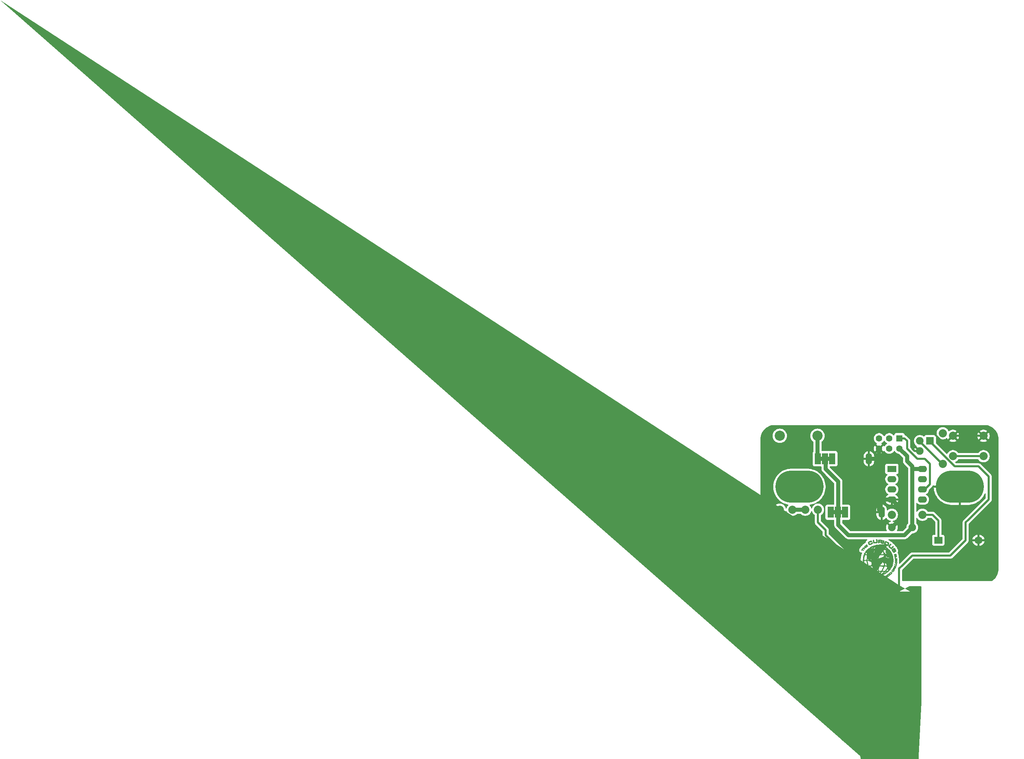
<source format=gbr>
G04 #@! TF.GenerationSoftware,KiCad,Pcbnew,9.0.0*
G04 #@! TF.CreationDate,2025-06-10T13:42:17+01:00*
G04 #@! TF.ProjectId,SolarSoilSensor_r_v2,536f6c61-7253-46f6-996c-53656e736f72,rev?*
G04 #@! TF.SameCoordinates,PX5faea10PY77e7cd0*
G04 #@! TF.FileFunction,Copper,L1,Top*
G04 #@! TF.FilePolarity,Positive*
%FSLAX46Y46*%
G04 Gerber Fmt 4.6, Leading zero omitted, Abs format (unit mm)*
G04 Created by KiCad (PCBNEW 9.0.0) date 2025-06-10 13:42:17*
%MOMM*%
%LPD*%
G01*
G04 APERTURE LIST*
G04 Aperture macros list*
%AMFreePoly0*
4,1,149,-1.949141,1.342817,-1.314302,1.340511,-0.759053,1.338000,-0.278312,1.335182,0.132996,1.331956,0.479930,1.328221,0.767634,1.323876,1.001077,1.318822,1.185523,1.312952,1.325783,1.306174,1.325925,1.306165,1.427208,1.298374,1.427480,1.298346,1.494862,1.289441,1.495476,1.289320,1.534035,1.279201,1.535222,1.278720,1.545798,1.272755,1.547544,1.271110,1.553051,1.262571,
1.553646,1.261271,1.558858,1.243541,1.558991,1.242963,1.563916,1.213784,1.563957,1.213491,1.568604,1.170605,1.568619,1.170437,1.572995,1.111585,1.573002,1.111480,1.577118,1.034337,1.580978,0.936732,1.584591,0.816402,1.587964,0.671082,1.591107,0.498513,1.594027,0.296448,1.594028,0.296434,1.596734,0.062586,1.599234,-0.205290,1.601535,-0.509453,1.603647,-0.852162,
1.605576,-1.235673,1.607330,-1.662248,1.608919,-2.134142,1.610350,-2.653616,1.611631,-3.222925,1.612770,-3.844331,1.613775,-4.520089,1.614655,-5.252458,1.615417,-6.043698,1.616069,-6.896065,1.616619,-7.811819,1.617076,-8.793216,1.617447,-9.842516,1.617741,-10.961975,1.617966,-12.153853,1.618129,-13.420409,1.618239,-14.763899,1.618304,-16.186582,1.618331,-17.690716,1.618334,-18.353583,
1.618334,-37.917466,1.618308,-37.917973,0.791937,-46.024324,0.707532,-46.851263,0.624828,-47.659519,0.544279,-48.444728,0.466342,-49.202524,0.391470,-49.928545,0.391469,-49.928546,0.320119,-50.618430,0.252745,-51.267812,0.189804,-51.872328,0.131750,-52.427614,0.079037,-52.929309,0.032123,-53.373047,-0.008540,-53.754465,-0.042493,-54.069204,-0.069285,-54.312903,-0.088462,-54.481227,-0.099573,-54.569825,
-0.099722,-54.570837,-0.099776,-54.571137,-0.203201,-55.063554,-0.203387,-55.064213,-0.357704,-55.494700,-0.358042,-55.495444,-0.561902,-55.861774,-0.562443,-55.862560,-0.814494,-56.162504,-0.815262,-56.163241,-1.114155,-56.394568,-1.114809,-56.394997,-1.250195,-56.469301,-1.250940,-56.469634,-1.512560,-56.561777,-1.513487,-56.562007,-1.805266,-56.605300,-1.806124,-56.605352,-2.097256,-56.598148,-2.098246,-56.598024,
-2.357928,-56.538674,-2.358607,-56.538467,-2.381026,-56.529855,-2.381609,-56.529587,-2.702611,-56.356216,-2.703486,-56.355616,-2.990745,-56.109796,-2.991412,-56.109104,-3.237450,-55.798874,-3.237935,-55.798137,-3.435275,-55.431538,-3.435483,-55.431101,-3.461942,-55.367990,-3.462054,-55.367699,-3.541798,-55.138297,-3.541906,-55.137944,-3.609928,-54.883057,-3.610002,-54.882737,-3.659021,-54.634557,-3.659087,-54.634128,
-3.681823,-54.424850,-3.681851,-54.424426,-3.682594,-54.392280,-3.686948,-54.334543,-3.699601,-54.196700,-3.720143,-53.982824,-3.720142,-53.982823,-3.748143,-53.697176,-3.783185,-53.343868,-3.783184,-53.343867,-3.824848,-52.927064,-3.872714,-52.450897,-3.926364,-51.919514,-3.985377,-51.337056,-3.985376,-51.337055,-4.049334,-50.707671,-4.117818,-50.035497,-4.190409,-49.324679,-4.266687,-48.579360,-4.346232,-47.803683,
-4.428627,-47.001790,-4.513451,-46.177825,-4.529974,-46.017510,-5.376640,-37.803931,-5.376666,-37.803418,-5.376666,1.349134,-5.375202,1.352670,-5.371666,1.354134,-1.949141,1.342817,-1.949141,1.342817,$1*%
%AMFreePoly1*
4,1,158,2.645948,1.352627,3.185604,1.352417,3.651726,1.351903,4.049886,1.350951,4.385651,1.349428,4.664592,1.347198,4.892282,1.344126,5.074297,1.340079,5.216107,1.334926,5.216223,1.334920,5.323465,1.328524,5.323661,1.328508,5.401900,1.320734,5.402241,1.320689,5.457046,1.311405,5.457630,1.311270,5.494565,1.300341,5.495438,1.299990,5.520071,1.287282,5.520942,1.286710,
5.538839,1.272088,5.539175,1.271788,5.544499,1.266572,5.544662,1.266405,5.551319,1.259245,5.551801,1.258638,5.558100,1.249309,5.558547,1.248492,5.564497,1.234705,5.564729,1.234042,5.570340,1.213507,5.570439,1.213068,5.575722,1.183495,5.575764,1.183218,5.580728,1.142318,5.580746,1.142141,5.585402,1.087624,5.585410,1.087508,5.589771,1.017003,5.593840,0.928328,
5.597630,0.819179,5.601150,0.687267,5.604410,0.530295,5.607420,0.345990,5.607421,0.345973,5.610193,0.132009,5.612734,-0.113888,5.615056,-0.394007,5.617169,-0.710639,5.619082,-1.066074,5.620805,-1.462602,5.622348,-1.902515,5.623721,-2.388100,5.624934,-2.921648,5.625997,-3.505449,5.626919,-4.141792,5.627712,-4.832969,5.628384,-5.581267,5.628945,-6.388977,5.629406,-7.258390,
5.629777,-8.191794,5.630066,-9.191479,5.630285,-10.259736,5.630443,-11.398854,5.630550,-12.611123,5.630616,-13.898832,5.630651,-15.264271,5.630664,-16.709730,5.630667,-18.237500,5.630667,-37.745342,5.630641,-37.745848,4.805647,-45.853595,4.721320,-46.681386,4.638662,-47.490935,4.558131,-48.277847,4.480183,-49.037725,4.405275,-49.766175,4.333864,-50.458797,4.333863,-50.458798,4.266406,-51.111201,
4.203359,-51.718987,4.145180,-52.277761,4.092325,-52.783126,4.045250,-53.230687,4.004414,-53.616049,3.970271,-53.934818,3.943279,-54.182604,3.923891,-54.355032,3.912574,-54.447627,3.912473,-54.448356,3.912458,-54.448458,3.876360,-54.673781,3.876331,-54.673947,3.832745,-54.897470,3.832706,-54.897652,3.787924,-55.089072,3.787855,-55.089333,3.758526,-55.189900,3.758330,-55.190450,3.594601,-55.576922,
3.594230,-55.577633,3.384673,-55.910994,3.384144,-55.911692,3.135493,-56.185845,3.134772,-56.186499,2.853763,-56.395350,2.852825,-56.395900,2.546196,-56.533353,2.545057,-56.533707,2.219543,-56.593665,2.218900,-56.593741,2.205874,-56.594428,2.205670,-56.594435,2.036350,-56.596450,2.036020,-56.596443,1.881440,-56.588043,1.880957,-56.587993,1.788780,-56.573937,1.787710,-56.573649,1.472523,-56.450121,
1.471549,-56.449610,1.179872,-56.252712,1.179133,-56.252102,0.918960,-55.991695,0.918406,-55.991036,0.697731,-55.676982,0.697321,-55.676285,0.524137,-55.318446,0.523849,-55.317707,0.406151,-54.925945,0.406037,-54.925486,0.391118,-54.850813,0.391069,-54.850524,0.380499,-54.774740,0.361747,-54.618838,0.335295,-54.387297,0.301574,-54.084202,0.261037,-53.713826,0.214134,-53.280387,0.161311,-52.788116,
0.103020,-52.241244,0.039711,-51.644005,-0.028169,-51.000629,-0.100169,-50.315350,-0.175838,-49.592400,-0.254729,-48.836011,-0.336392,-48.050415,-0.420376,-47.239846,-0.420377,-47.239845,-0.506234,-46.408533,-0.528431,-46.193179,-1.385474,-37.874679,-1.385500,-37.874170,-1.406937,1.347664,-1.405474,1.351201,-1.401940,1.352667,2.027198,1.352667,2.645948,1.352627,2.645948,1.352627,$1*%
G04 Aperture macros list end*
G04 #@! TA.AperFunction,EtchedComponent*
%ADD10C,0.010000*%
G04 #@! TD*
G04 #@! TA.AperFunction,ComponentPad*
%ADD11C,2.540000*%
G04 #@! TD*
G04 #@! TA.AperFunction,ComponentPad*
%ADD12C,2.032000*%
G04 #@! TD*
G04 #@! TA.AperFunction,ComponentPad*
%ADD13R,2.286000X1.574800*%
G04 #@! TD*
G04 #@! TA.AperFunction,ComponentPad*
%ADD14O,2.286000X1.574800*%
G04 #@! TD*
G04 #@! TA.AperFunction,ComponentPad*
%ADD15R,1.600200X1.600200*%
G04 #@! TD*
G04 #@! TA.AperFunction,ComponentPad*
%ADD16C,1.600200*%
G04 #@! TD*
G04 #@! TA.AperFunction,ComponentPad*
%ADD17R,1.905000X1.905000*%
G04 #@! TD*
G04 #@! TA.AperFunction,ComponentPad*
%ADD18C,1.905000*%
G04 #@! TD*
G04 #@! TA.AperFunction,ComponentPad*
%ADD19C,1.000000*%
G04 #@! TD*
G04 #@! TA.AperFunction,ComponentPad*
%ADD20FreePoly0,0.000000*%
G04 #@! TD*
G04 #@! TA.AperFunction,ComponentPad*
%ADD21FreePoly1,0.000000*%
G04 #@! TD*
G04 #@! TA.AperFunction,ComponentPad*
%ADD22R,2.032000X1.727200*%
G04 #@! TD*
G04 #@! TA.AperFunction,ComponentPad*
%ADD23O,2.032000X1.727200*%
G04 #@! TD*
G04 #@! TA.AperFunction,ComponentPad*
%ADD24R,1.600000X2.800000*%
G04 #@! TD*
G04 #@! TA.AperFunction,ComponentPad*
%ADD25O,1.600000X2.800000*%
G04 #@! TD*
G04 #@! TA.AperFunction,ComponentPad*
%ADD26O,12.000000X8.000000*%
G04 #@! TD*
G04 #@! TA.AperFunction,Conductor*
%ADD27C,0.500000*%
G04 #@! TD*
G04 #@! TA.AperFunction,Conductor*
%ADD28C,1.000000*%
G04 #@! TD*
G04 APERTURE END LIST*
D10*
X33522200Y11409824D02*
X33607197Y11374528D01*
X33652068Y11337057D01*
X33653024Y11331386D01*
X33641624Y11270185D01*
X33612887Y11149321D01*
X33572127Y10990710D01*
X33553753Y10922000D01*
X33498669Y10734455D01*
X33449374Y10618666D01*
X33395505Y10563274D01*
X33326696Y10556926D01*
X33244601Y10583277D01*
X33151701Y10621199D01*
X33259300Y11015016D01*
X33306789Y11185262D01*
X33346690Y11321714D01*
X33373488Y11405846D01*
X33380922Y11423445D01*
X33434350Y11430333D01*
X33522200Y11409824D01*
G04 #@! TA.AperFunction,EtchedComponent*
G36*
X33522200Y11409824D02*
G01*
X33607197Y11374528D01*
X33652068Y11337057D01*
X33653024Y11331386D01*
X33641624Y11270185D01*
X33612887Y11149321D01*
X33572127Y10990710D01*
X33553753Y10922000D01*
X33498669Y10734455D01*
X33449374Y10618666D01*
X33395505Y10563274D01*
X33326696Y10556926D01*
X33244601Y10583277D01*
X33151701Y10621199D01*
X33259300Y11015016D01*
X33306789Y11185262D01*
X33346690Y11321714D01*
X33373488Y11405846D01*
X33380922Y11423445D01*
X33434350Y11430333D01*
X33522200Y11409824D01*
G37*
G04 #@! TD.AperFunction*
X35215000Y10557283D02*
X35289307Y10494461D01*
X35291007Y10492867D01*
X35387304Y10402401D01*
X35191123Y10172768D01*
X34994942Y9943136D01*
X35351660Y9588500D01*
X35567897Y9814137D01*
X35784134Y10039775D01*
X35999728Y9824181D01*
X35744304Y9568757D01*
X35590187Y9423322D01*
X35468185Y9340015D01*
X35359584Y9319097D01*
X35245673Y9360832D01*
X35107738Y9465480D01*
X34983595Y9579407D01*
X34826590Y9736770D01*
X34734945Y9861084D01*
X34707152Y9971239D01*
X34741706Y10086123D01*
X34837100Y10224627D01*
X34923897Y10328060D01*
X35030122Y10447334D01*
X35115338Y10536825D01*
X35164695Y10581120D01*
X35169877Y10583333D01*
X35215000Y10557283D01*
G04 #@! TA.AperFunction,EtchedComponent*
G36*
X35215000Y10557283D02*
G01*
X35289307Y10494461D01*
X35291007Y10492867D01*
X35387304Y10402401D01*
X35191123Y10172768D01*
X34994942Y9943136D01*
X35351660Y9588500D01*
X35567897Y9814137D01*
X35784134Y10039775D01*
X35999728Y9824181D01*
X35744304Y9568757D01*
X35590187Y9423322D01*
X35468185Y9340015D01*
X35359584Y9319097D01*
X35245673Y9360832D01*
X35107738Y9465480D01*
X34983595Y9579407D01*
X34826590Y9736770D01*
X34734945Y9861084D01*
X34707152Y9971239D01*
X34741706Y10086123D01*
X34837100Y10224627D01*
X34923897Y10328060D01*
X35030122Y10447334D01*
X35115338Y10536825D01*
X35164695Y10581120D01*
X35169877Y10583333D01*
X35215000Y10557283D01*
G37*
G04 #@! TD.AperFunction*
X28283112Y9421709D02*
X28314319Y9403025D01*
X28349400Y9363258D01*
X28330072Y9301001D01*
X28314319Y9274095D01*
X28287440Y9206137D01*
X28308536Y9146481D01*
X28388329Y9079434D01*
X28490334Y9016498D01*
X28530329Y8980291D01*
X28507283Y8933417D01*
X28483223Y8907964D01*
X28432003Y8865915D01*
X28379959Y8865199D01*
X28296343Y8908503D01*
X28266259Y8926920D01*
X28119907Y9017371D01*
X28060339Y8927657D01*
X28011113Y8867643D01*
X27971365Y8876267D01*
X27945861Y8904105D01*
X27923149Y8950495D01*
X27934825Y9011659D01*
X27987697Y9106630D01*
X28053059Y9203694D01*
X28144454Y9333411D01*
X28203037Y9405185D01*
X28244144Y9430717D01*
X28283112Y9421709D01*
G04 #@! TA.AperFunction,EtchedComponent*
G36*
X28283112Y9421709D02*
G01*
X28314319Y9403025D01*
X28349400Y9363258D01*
X28330072Y9301001D01*
X28314319Y9274095D01*
X28287440Y9206137D01*
X28308536Y9146481D01*
X28388329Y9079434D01*
X28490334Y9016498D01*
X28530329Y8980291D01*
X28507283Y8933417D01*
X28483223Y8907964D01*
X28432003Y8865915D01*
X28379959Y8865199D01*
X28296343Y8908503D01*
X28266259Y8926920D01*
X28119907Y9017371D01*
X28060339Y8927657D01*
X28011113Y8867643D01*
X27971365Y8876267D01*
X27945861Y8904105D01*
X27923149Y8950495D01*
X27934825Y9011659D01*
X27987697Y9106630D01*
X28053059Y9203694D01*
X28144454Y9333411D01*
X28203037Y9405185D01*
X28244144Y9430717D01*
X28283112Y9421709D01*
G37*
G04 #@! TD.AperFunction*
X31135757Y2259133D02*
X31187534Y2201532D01*
X31185561Y2151964D01*
X31193153Y2070283D01*
X31235844Y1951504D01*
X31270436Y1882635D01*
X31330402Y1771779D01*
X31350177Y1715696D01*
X31331782Y1695764D01*
X31290977Y1693333D01*
X31190276Y1722285D01*
X31142970Y1756077D01*
X31083154Y1830795D01*
X31063699Y1868403D01*
X31028265Y1891958D01*
X30947898Y1856558D01*
X30943503Y1853859D01*
X30815090Y1811362D01*
X30737176Y1816776D01*
X30681416Y1835155D01*
X30672362Y1860174D01*
X30716899Y1907359D01*
X30811259Y1983799D01*
X30910907Y2072790D01*
X30975002Y2149366D01*
X30988000Y2181225D01*
X31019211Y2254930D01*
X31100601Y2269249D01*
X31135757Y2259133D01*
G04 #@! TA.AperFunction,EtchedComponent*
G36*
X31135757Y2259133D02*
G01*
X31187534Y2201532D01*
X31185561Y2151964D01*
X31193153Y2070283D01*
X31235844Y1951504D01*
X31270436Y1882635D01*
X31330402Y1771779D01*
X31350177Y1715696D01*
X31331782Y1695764D01*
X31290977Y1693333D01*
X31190276Y1722285D01*
X31142970Y1756077D01*
X31083154Y1830795D01*
X31063699Y1868403D01*
X31028265Y1891958D01*
X30947898Y1856558D01*
X30943503Y1853859D01*
X30815090Y1811362D01*
X30737176Y1816776D01*
X30681416Y1835155D01*
X30672362Y1860174D01*
X30716899Y1907359D01*
X30811259Y1983799D01*
X30910907Y2072790D01*
X30975002Y2149366D01*
X30988000Y2181225D01*
X31019211Y2254930D01*
X31100601Y2269249D01*
X31135757Y2259133D01*
G37*
G04 #@! TD.AperFunction*
X36743156Y5541014D02*
X36731664Y5439816D01*
X36730633Y5433528D01*
X36696784Y5260747D01*
X36657822Y5110818D01*
X36619659Y5003063D01*
X36588210Y4956802D01*
X36584594Y4956342D01*
X36520809Y4974016D01*
X36508070Y4978985D01*
X36479270Y5029904D01*
X36480716Y5099828D01*
X36482242Y5167886D01*
X36440241Y5210109D01*
X36334988Y5245832D01*
X36330498Y5247045D01*
X36222345Y5283999D01*
X36180277Y5326108D01*
X36182872Y5376861D01*
X36210494Y5437299D01*
X36264694Y5457484D01*
X36366678Y5441219D01*
X36436232Y5422328D01*
X36529430Y5402384D01*
X36570527Y5422457D01*
X36584119Y5474813D01*
X36627248Y5554324D01*
X36677345Y5581262D01*
X36727525Y5581301D01*
X36743156Y5541014D01*
G04 #@! TA.AperFunction,EtchedComponent*
G36*
X36743156Y5541014D02*
G01*
X36731664Y5439816D01*
X36730633Y5433528D01*
X36696784Y5260747D01*
X36657822Y5110818D01*
X36619659Y5003063D01*
X36588210Y4956802D01*
X36584594Y4956342D01*
X36520809Y4974016D01*
X36508070Y4978985D01*
X36479270Y5029904D01*
X36480716Y5099828D01*
X36482242Y5167886D01*
X36440241Y5210109D01*
X36334988Y5245832D01*
X36330498Y5247045D01*
X36222345Y5283999D01*
X36180277Y5326108D01*
X36182872Y5376861D01*
X36210494Y5437299D01*
X36264694Y5457484D01*
X36366678Y5441219D01*
X36436232Y5422328D01*
X36529430Y5402384D01*
X36570527Y5422457D01*
X36584119Y5474813D01*
X36627248Y5554324D01*
X36677345Y5581262D01*
X36727525Y5581301D01*
X36743156Y5541014D01*
G37*
G04 #@! TD.AperFunction*
X33412886Y2351138D02*
X33458980Y2281636D01*
X33506319Y2145788D01*
X33509567Y2134694D01*
X33544086Y2006486D01*
X33563083Y1916610D01*
X33563667Y1888328D01*
X33497632Y1861687D01*
X33381590Y1829735D01*
X33249175Y1800307D01*
X33134021Y1781236D01*
X33089979Y1778000D01*
X32996416Y1802231D01*
X32953558Y1880485D01*
X32942371Y1980142D01*
X33104667Y1980142D01*
X33138841Y1962975D01*
X33216881Y1966752D01*
X33302059Y1986467D01*
X33355052Y2014274D01*
X33358826Y2046007D01*
X33295313Y2054169D01*
X33221084Y2044493D01*
X33136692Y2015144D01*
X33104667Y1980142D01*
X32942371Y1980142D01*
X32937449Y2023981D01*
X32982041Y2116058D01*
X33095540Y2171725D01*
X33115700Y2177049D01*
X33231823Y2222111D01*
X33273537Y2284462D01*
X33274000Y2293466D01*
X33307334Y2358688D01*
X33357484Y2370666D01*
X33412886Y2351138D01*
G04 #@! TA.AperFunction,EtchedComponent*
G36*
X33412886Y2351138D02*
G01*
X33458980Y2281636D01*
X33506319Y2145788D01*
X33509567Y2134694D01*
X33544086Y2006486D01*
X33563083Y1916610D01*
X33563667Y1888328D01*
X33497632Y1861687D01*
X33381590Y1829735D01*
X33249175Y1800307D01*
X33134021Y1781236D01*
X33089979Y1778000D01*
X32996416Y1802231D01*
X32953558Y1880485D01*
X32942371Y1980142D01*
X33104667Y1980142D01*
X33138841Y1962975D01*
X33216881Y1966752D01*
X33302059Y1986467D01*
X33355052Y2014274D01*
X33358826Y2046007D01*
X33295313Y2054169D01*
X33221084Y2044493D01*
X33136692Y2015144D01*
X33104667Y1980142D01*
X32942371Y1980142D01*
X32937449Y2023981D01*
X32982041Y2116058D01*
X33095540Y2171725D01*
X33115700Y2177049D01*
X33231823Y2222111D01*
X33273537Y2284462D01*
X33274000Y2293466D01*
X33307334Y2358688D01*
X33357484Y2370666D01*
X33412886Y2351138D01*
G37*
G04 #@! TD.AperFunction*
X34879152Y3061935D02*
X34935244Y3000719D01*
X35018975Y2875338D01*
X35033219Y2769000D01*
X34974723Y2665059D01*
X34847626Y2552473D01*
X34697124Y2453028D01*
X34584314Y2418175D01*
X34495026Y2445583D01*
X34450168Y2487083D01*
X34379546Y2583870D01*
X34331602Y2665165D01*
X34313491Y2710124D01*
X34530909Y2710124D01*
X34547590Y2683841D01*
X34604821Y2633598D01*
X34666047Y2639237D01*
X34757876Y2703589D01*
X34761560Y2706602D01*
X34827016Y2768867D01*
X34829965Y2814166D01*
X34795008Y2856249D01*
X34743187Y2896726D01*
X34690866Y2888433D01*
X34613498Y2833488D01*
X34539553Y2763115D01*
X34530909Y2710124D01*
X34313491Y2710124D01*
X34306237Y2728128D01*
X34315466Y2781182D01*
X34370226Y2846238D01*
X34463745Y2929937D01*
X34611019Y3049182D01*
X34717789Y3109195D01*
X34801389Y3112579D01*
X34879152Y3061935D01*
G04 #@! TA.AperFunction,EtchedComponent*
G36*
X34879152Y3061935D02*
G01*
X34935244Y3000719D01*
X35018975Y2875338D01*
X35033219Y2769000D01*
X34974723Y2665059D01*
X34847626Y2552473D01*
X34697124Y2453028D01*
X34584314Y2418175D01*
X34495026Y2445583D01*
X34450168Y2487083D01*
X34379546Y2583870D01*
X34331602Y2665165D01*
X34313491Y2710124D01*
X34530909Y2710124D01*
X34547590Y2683841D01*
X34604821Y2633598D01*
X34666047Y2639237D01*
X34757876Y2703589D01*
X34761560Y2706602D01*
X34827016Y2768867D01*
X34829965Y2814166D01*
X34795008Y2856249D01*
X34743187Y2896726D01*
X34690866Y2888433D01*
X34613498Y2833488D01*
X34539553Y2763115D01*
X34530909Y2710124D01*
X34313491Y2710124D01*
X34306237Y2728128D01*
X34315466Y2781182D01*
X34370226Y2846238D01*
X34463745Y2929937D01*
X34611019Y3049182D01*
X34717789Y3109195D01*
X34801389Y3112579D01*
X34879152Y3061935D01*
G37*
G04 #@! TD.AperFunction*
X35897183Y4208907D02*
X36022419Y4123737D01*
X36104736Y4047379D01*
X36149783Y3991802D01*
X36152667Y3982828D01*
X36130993Y3932908D01*
X36075119Y3837181D01*
X36021677Y3753758D01*
X35909946Y3620391D01*
X35800778Y3554172D01*
X35704974Y3560366D01*
X35673269Y3583842D01*
X35684464Y3626377D01*
X35743918Y3703948D01*
X35793213Y3755213D01*
X35891904Y3856257D01*
X35932015Y3920159D01*
X35918489Y3965753D01*
X35859955Y4009580D01*
X35794630Y4034878D01*
X35742362Y4000306D01*
X35710029Y3955068D01*
X35666692Y3870823D01*
X35660320Y3818921D01*
X35653763Y3764399D01*
X35624441Y3712612D01*
X35575881Y3661560D01*
X35529390Y3678765D01*
X35501195Y3705519D01*
X35453851Y3759212D01*
X35440358Y3809253D01*
X35464913Y3877703D01*
X35531713Y3986620D01*
X35563990Y4035575D01*
X35675169Y4172665D01*
X35781775Y4229585D01*
X35897183Y4208907D01*
G04 #@! TA.AperFunction,EtchedComponent*
G36*
X35897183Y4208907D02*
G01*
X36022419Y4123737D01*
X36104736Y4047379D01*
X36149783Y3991802D01*
X36152667Y3982828D01*
X36130993Y3932908D01*
X36075119Y3837181D01*
X36021677Y3753758D01*
X35909946Y3620391D01*
X35800778Y3554172D01*
X35704974Y3560366D01*
X35673269Y3583842D01*
X35684464Y3626377D01*
X35743918Y3703948D01*
X35793213Y3755213D01*
X35891904Y3856257D01*
X35932015Y3920159D01*
X35918489Y3965753D01*
X35859955Y4009580D01*
X35794630Y4034878D01*
X35742362Y4000306D01*
X35710029Y3955068D01*
X35666692Y3870823D01*
X35660320Y3818921D01*
X35653763Y3764399D01*
X35624441Y3712612D01*
X35575881Y3661560D01*
X35529390Y3678765D01*
X35501195Y3705519D01*
X35453851Y3759212D01*
X35440358Y3809253D01*
X35464913Y3877703D01*
X35531713Y3986620D01*
X35563990Y4035575D01*
X35675169Y4172665D01*
X35781775Y4229585D01*
X35897183Y4208907D01*
G37*
G04 #@! TD.AperFunction*
X34245892Y2693288D02*
X34303873Y2603569D01*
X34352439Y2508314D01*
X34455379Y2286129D01*
X34328895Y2220722D01*
X34237901Y2181415D01*
X34169665Y2187125D01*
X34080691Y2241992D01*
X34076873Y2244707D01*
X33951334Y2334098D01*
X33951334Y2189844D01*
X33935383Y2077717D01*
X33875056Y2012710D01*
X33843508Y1996462D01*
X33751992Y1959683D01*
X33692131Y1961701D01*
X33642939Y2014758D01*
X33583432Y2131094D01*
X33572376Y2154639D01*
X33523089Y2278472D01*
X33500579Y2374318D01*
X33504138Y2408639D01*
X33565565Y2454340D01*
X33635263Y2424041D01*
X33700231Y2323690D01*
X33702781Y2317750D01*
X33760834Y2180166D01*
X33782000Y2370288D01*
X33817166Y2512515D01*
X33881683Y2575474D01*
X33974785Y2558840D01*
X34066202Y2490915D01*
X34173517Y2391833D01*
X34141282Y2497666D01*
X34109018Y2599041D01*
X34089162Y2656416D01*
X34086135Y2696325D01*
X34131561Y2716672D01*
X34206249Y2726266D01*
X34245892Y2693288D01*
G04 #@! TA.AperFunction,EtchedComponent*
G36*
X34245892Y2693288D02*
G01*
X34303873Y2603569D01*
X34352439Y2508314D01*
X34455379Y2286129D01*
X34328895Y2220722D01*
X34237901Y2181415D01*
X34169665Y2187125D01*
X34080691Y2241992D01*
X34076873Y2244707D01*
X33951334Y2334098D01*
X33951334Y2189844D01*
X33935383Y2077717D01*
X33875056Y2012710D01*
X33843508Y1996462D01*
X33751992Y1959683D01*
X33692131Y1961701D01*
X33642939Y2014758D01*
X33583432Y2131094D01*
X33572376Y2154639D01*
X33523089Y2278472D01*
X33500579Y2374318D01*
X33504138Y2408639D01*
X33565565Y2454340D01*
X33635263Y2424041D01*
X33700231Y2323690D01*
X33702781Y2317750D01*
X33760834Y2180166D01*
X33782000Y2370288D01*
X33817166Y2512515D01*
X33881683Y2575474D01*
X33974785Y2558840D01*
X34066202Y2490915D01*
X34173517Y2391833D01*
X34141282Y2497666D01*
X34109018Y2599041D01*
X34089162Y2656416D01*
X34086135Y2696325D01*
X34131561Y2716672D01*
X34206249Y2726266D01*
X34245892Y2693288D01*
G37*
G04 #@! TD.AperFunction*
X35371783Y3524555D02*
X35468134Y3448443D01*
X35553310Y3354300D01*
X35599915Y3268964D01*
X35602334Y3251438D01*
X35574475Y3199110D01*
X35502824Y3111458D01*
X35437981Y3043019D01*
X35303447Y2932511D01*
X35186159Y2881701D01*
X35098623Y2894695D01*
X35072021Y2922854D01*
X35071751Y2977841D01*
X35105227Y3039948D01*
X35149507Y3075223D01*
X35171309Y3069802D01*
X35213833Y3079632D01*
X35286361Y3134167D01*
X35291748Y3139162D01*
X35355437Y3215680D01*
X35352841Y3273440D01*
X35342621Y3287716D01*
X35274446Y3337371D01*
X35243878Y3344333D01*
X35183644Y3319014D01*
X35118355Y3261727D01*
X35074825Y3200476D01*
X35074097Y3167014D01*
X35070196Y3127255D01*
X35019590Y3084798D01*
X34956293Y3062507D01*
X34926855Y3068020D01*
X34883349Y3137162D01*
X34906057Y3238678D01*
X34990309Y3358638D01*
X35041417Y3409789D01*
X35151315Y3494881D01*
X35252510Y3547518D01*
X35291654Y3555798D01*
X35371783Y3524555D01*
G04 #@! TA.AperFunction,EtchedComponent*
G36*
X35371783Y3524555D02*
G01*
X35468134Y3448443D01*
X35553310Y3354300D01*
X35599915Y3268964D01*
X35602334Y3251438D01*
X35574475Y3199110D01*
X35502824Y3111458D01*
X35437981Y3043019D01*
X35303447Y2932511D01*
X35186159Y2881701D01*
X35098623Y2894695D01*
X35072021Y2922854D01*
X35071751Y2977841D01*
X35105227Y3039948D01*
X35149507Y3075223D01*
X35171309Y3069802D01*
X35213833Y3079632D01*
X35286361Y3134167D01*
X35291748Y3139162D01*
X35355437Y3215680D01*
X35352841Y3273440D01*
X35342621Y3287716D01*
X35274446Y3337371D01*
X35243878Y3344333D01*
X35183644Y3319014D01*
X35118355Y3261727D01*
X35074825Y3200476D01*
X35074097Y3167014D01*
X35070196Y3127255D01*
X35019590Y3084798D01*
X34956293Y3062507D01*
X34926855Y3068020D01*
X34883349Y3137162D01*
X34906057Y3238678D01*
X34990309Y3358638D01*
X35041417Y3409789D01*
X35151315Y3494881D01*
X35252510Y3547518D01*
X35291654Y3555798D01*
X35371783Y3524555D01*
G37*
G04 #@! TD.AperFunction*
X28763798Y9970625D02*
X28830260Y9921611D01*
X28913424Y9842737D01*
X29007085Y9741859D01*
X29068672Y9657466D01*
X29083000Y9620913D01*
X29049334Y9558267D01*
X28975691Y9533774D01*
X28903102Y9560968D01*
X28902651Y9561416D01*
X28849157Y9579513D01*
X28773667Y9532228D01*
X28757393Y9517384D01*
X28694059Y9448316D01*
X28690633Y9399014D01*
X28723573Y9355218D01*
X28763747Y9294999D01*
X28740140Y9243681D01*
X28710421Y9215121D01*
X28664207Y9181480D01*
X28619321Y9182832D01*
X28556571Y9227942D01*
X28456767Y9325577D01*
X28447137Y9335379D01*
X28347173Y9440731D01*
X28299840Y9506325D01*
X28296708Y9551056D01*
X28329352Y9593822D01*
X28331101Y9595576D01*
X28395565Y9641680D01*
X28454721Y9621113D01*
X28469350Y9609514D01*
X28527762Y9578560D01*
X28586624Y9605277D01*
X28626741Y9642592D01*
X28685015Y9714173D01*
X28682122Y9768665D01*
X28659819Y9799983D01*
X28626549Y9862985D01*
X28659186Y9923147D01*
X28673644Y9938120D01*
X28718494Y9973382D01*
X28763798Y9970625D01*
G04 #@! TA.AperFunction,EtchedComponent*
G36*
X28763798Y9970625D02*
G01*
X28830260Y9921611D01*
X28913424Y9842737D01*
X29007085Y9741859D01*
X29068672Y9657466D01*
X29083000Y9620913D01*
X29049334Y9558267D01*
X28975691Y9533774D01*
X28903102Y9560968D01*
X28902651Y9561416D01*
X28849157Y9579513D01*
X28773667Y9532228D01*
X28757393Y9517384D01*
X28694059Y9448316D01*
X28690633Y9399014D01*
X28723573Y9355218D01*
X28763747Y9294999D01*
X28740140Y9243681D01*
X28710421Y9215121D01*
X28664207Y9181480D01*
X28619321Y9182832D01*
X28556571Y9227942D01*
X28456767Y9325577D01*
X28447137Y9335379D01*
X28347173Y9440731D01*
X28299840Y9506325D01*
X28296708Y9551056D01*
X28329352Y9593822D01*
X28331101Y9595576D01*
X28395565Y9641680D01*
X28454721Y9621113D01*
X28469350Y9609514D01*
X28527762Y9578560D01*
X28586624Y9605277D01*
X28626741Y9642592D01*
X28685015Y9714173D01*
X28682122Y9768665D01*
X28659819Y9799983D01*
X28626549Y9862985D01*
X28659186Y9923147D01*
X28673644Y9938120D01*
X28718494Y9973382D01*
X28763798Y9970625D01*
G37*
G04 #@! TD.AperFunction*
X31754211Y11634241D02*
X31898167Y11620500D01*
X31931357Y11324166D01*
X31948663Y11109339D01*
X31941805Y10960858D01*
X31907695Y10863071D01*
X31843250Y10800324D01*
X31826167Y10790451D01*
X31736408Y10763466D01*
X31593208Y10741979D01*
X31421279Y10727207D01*
X31245336Y10720366D01*
X31090092Y10722673D01*
X30980261Y10735343D01*
X30948081Y10747228D01*
X30910670Y10810852D01*
X30872538Y10942063D01*
X30838494Y11123962D01*
X30835943Y11141214D01*
X30813422Y11302035D01*
X30797579Y11425787D01*
X30790880Y11492733D01*
X30791196Y11499138D01*
X30832183Y11510857D01*
X30923168Y11531671D01*
X30930948Y11533343D01*
X31014583Y11546359D01*
X31057692Y11525021D01*
X31080672Y11449846D01*
X31091964Y11379538D01*
X31121033Y11190537D01*
X31145147Y11069797D01*
X31173165Y11002050D01*
X31213942Y10972024D01*
X31276338Y10964450D01*
X31332813Y10964333D01*
X31492621Y10972867D01*
X31590237Y11008583D01*
X31637661Y11086650D01*
X31646893Y11222238D01*
X31637944Y11350060D01*
X31610255Y11647981D01*
X31754211Y11634241D01*
G04 #@! TA.AperFunction,EtchedComponent*
G36*
X31754211Y11634241D02*
G01*
X31898167Y11620500D01*
X31931357Y11324166D01*
X31948663Y11109339D01*
X31941805Y10960858D01*
X31907695Y10863071D01*
X31843250Y10800324D01*
X31826167Y10790451D01*
X31736408Y10763466D01*
X31593208Y10741979D01*
X31421279Y10727207D01*
X31245336Y10720366D01*
X31090092Y10722673D01*
X30980261Y10735343D01*
X30948081Y10747228D01*
X30910670Y10810852D01*
X30872538Y10942063D01*
X30838494Y11123962D01*
X30835943Y11141214D01*
X30813422Y11302035D01*
X30797579Y11425787D01*
X30790880Y11492733D01*
X30791196Y11499138D01*
X30832183Y11510857D01*
X30923168Y11531671D01*
X30930948Y11533343D01*
X31014583Y11546359D01*
X31057692Y11525021D01*
X31080672Y11449846D01*
X31091964Y11379538D01*
X31121033Y11190537D01*
X31145147Y11069797D01*
X31173165Y11002050D01*
X31213942Y10972024D01*
X31276338Y10964450D01*
X31332813Y10964333D01*
X31492621Y10972867D01*
X31590237Y11008583D01*
X31637661Y11086650D01*
X31646893Y11222238D01*
X31637944Y11350060D01*
X31610255Y11647981D01*
X31754211Y11634241D01*
G37*
G04 #@! TD.AperFunction*
X36264394Y5032871D02*
X36387413Y4995536D01*
X36494964Y4947213D01*
X36556892Y4897335D01*
X36560296Y4890531D01*
X36556330Y4820140D01*
X36520621Y4708865D01*
X36465223Y4582067D01*
X36402188Y4465109D01*
X36343569Y4383354D01*
X36308333Y4360333D01*
X36231550Y4375900D01*
X36119152Y4414347D01*
X36094337Y4424401D01*
X35984372Y4464776D01*
X35945881Y4467073D01*
X35977438Y4436282D01*
X36077622Y4377388D01*
X36113009Y4358968D01*
X36234404Y4279536D01*
X36272218Y4207510D01*
X36271273Y4199844D01*
X36229500Y4132519D01*
X36140153Y4128994D01*
X35999895Y4189455D01*
X35951584Y4217549D01*
X35832737Y4295967D01*
X35781380Y4353620D01*
X35788874Y4406794D01*
X35826952Y4452559D01*
X35891386Y4542624D01*
X35910290Y4582583D01*
X35947591Y4625296D01*
X36238682Y4625296D01*
X36251134Y4590608D01*
X36295090Y4623962D01*
X36302180Y4633008D01*
X36350450Y4709559D01*
X36364334Y4749424D01*
X36341754Y4783669D01*
X36295720Y4764940D01*
X36263029Y4716704D01*
X36238682Y4625296D01*
X35947591Y4625296D01*
X35965016Y4645249D01*
X36004536Y4656666D01*
X36071956Y4692528D01*
X36112034Y4777079D01*
X36112902Y4875765D01*
X36094884Y4919674D01*
X36072333Y5002267D01*
X36092579Y5036845D01*
X36156065Y5049785D01*
X36264394Y5032871D01*
G04 #@! TA.AperFunction,EtchedComponent*
G36*
X36264394Y5032871D02*
G01*
X36387413Y4995536D01*
X36494964Y4947213D01*
X36556892Y4897335D01*
X36560296Y4890531D01*
X36556330Y4820140D01*
X36520621Y4708865D01*
X36465223Y4582067D01*
X36402188Y4465109D01*
X36343569Y4383354D01*
X36308333Y4360333D01*
X36231550Y4375900D01*
X36119152Y4414347D01*
X36094337Y4424401D01*
X35984372Y4464776D01*
X35945881Y4467073D01*
X35977438Y4436282D01*
X36077622Y4377388D01*
X36113009Y4358968D01*
X36234404Y4279536D01*
X36272218Y4207510D01*
X36271273Y4199844D01*
X36229500Y4132519D01*
X36140153Y4128994D01*
X35999895Y4189455D01*
X35951584Y4217549D01*
X35832737Y4295967D01*
X35781380Y4353620D01*
X35788874Y4406794D01*
X35826952Y4452559D01*
X35891386Y4542624D01*
X35910290Y4582583D01*
X35947591Y4625296D01*
X36238682Y4625296D01*
X36251134Y4590608D01*
X36295090Y4623962D01*
X36302180Y4633008D01*
X36350450Y4709559D01*
X36364334Y4749424D01*
X36341754Y4783669D01*
X36295720Y4764940D01*
X36263029Y4716704D01*
X36238682Y4625296D01*
X35947591Y4625296D01*
X35965016Y4645249D01*
X36004536Y4656666D01*
X36071956Y4692528D01*
X36112034Y4777079D01*
X36112902Y4875765D01*
X36094884Y4919674D01*
X36072333Y5002267D01*
X36092579Y5036845D01*
X36156065Y5049785D01*
X36264394Y5032871D01*
G37*
G04 #@! TD.AperFunction*
X30462325Y11316561D02*
X30555852Y11248039D01*
X30605258Y11164559D01*
X30607000Y11147712D01*
X30571001Y11097277D01*
X30487193Y11052291D01*
X30391863Y11028028D01*
X30334081Y11032829D01*
X30243959Y11035560D01*
X30120472Y11005430D01*
X30001808Y10954841D01*
X29930393Y10901709D01*
X29914096Y10824941D01*
X29942485Y10723626D01*
X29999379Y10632066D01*
X30068593Y10584561D01*
X30080607Y10583333D01*
X30174310Y10603133D01*
X30283339Y10652209D01*
X30382276Y10715081D01*
X30445700Y10776265D01*
X30454853Y10811274D01*
X30474278Y10867547D01*
X30568938Y10917145D01*
X30665995Y10943938D01*
X30722733Y10946503D01*
X30725326Y10944785D01*
X30739477Y10893368D01*
X30749151Y10791588D01*
X30750212Y10765629D01*
X30749182Y10682988D01*
X30729343Y10624912D01*
X30674959Y10574534D01*
X30570293Y10514986D01*
X30468543Y10463723D01*
X30302334Y10389169D01*
X30140429Y10330049D01*
X30017470Y10298989D01*
X30016019Y10298790D01*
X29903359Y10291351D01*
X29834662Y10320880D01*
X29771283Y10405788D01*
X29762944Y10419352D01*
X29663011Y10615478D01*
X29606108Y10798032D01*
X29598543Y10931849D01*
X29628189Y10994428D01*
X29707496Y11062177D01*
X29848923Y11144652D01*
X29929667Y11185895D01*
X30091120Y11259952D01*
X30236625Y11315613D01*
X30340239Y11343243D01*
X30357022Y11344645D01*
X30462325Y11316561D01*
G04 #@! TA.AperFunction,EtchedComponent*
G36*
X30462325Y11316561D02*
G01*
X30555852Y11248039D01*
X30605258Y11164559D01*
X30607000Y11147712D01*
X30571001Y11097277D01*
X30487193Y11052291D01*
X30391863Y11028028D01*
X30334081Y11032829D01*
X30243959Y11035560D01*
X30120472Y11005430D01*
X30001808Y10954841D01*
X29930393Y10901709D01*
X29914096Y10824941D01*
X29942485Y10723626D01*
X29999379Y10632066D01*
X30068593Y10584561D01*
X30080607Y10583333D01*
X30174310Y10603133D01*
X30283339Y10652209D01*
X30382276Y10715081D01*
X30445700Y10776265D01*
X30454853Y10811274D01*
X30474278Y10867547D01*
X30568938Y10917145D01*
X30665995Y10943938D01*
X30722733Y10946503D01*
X30725326Y10944785D01*
X30739477Y10893368D01*
X30749151Y10791588D01*
X30750212Y10765629D01*
X30749182Y10682988D01*
X30729343Y10624912D01*
X30674959Y10574534D01*
X30570293Y10514986D01*
X30468543Y10463723D01*
X30302334Y10389169D01*
X30140429Y10330049D01*
X30017470Y10298989D01*
X30016019Y10298790D01*
X29903359Y10291351D01*
X29834662Y10320880D01*
X29771283Y10405788D01*
X29762944Y10419352D01*
X29663011Y10615478D01*
X29606108Y10798032D01*
X29598543Y10931849D01*
X29628189Y10994428D01*
X29707496Y11062177D01*
X29848923Y11144652D01*
X29929667Y11185895D01*
X30091120Y11259952D01*
X30236625Y11315613D01*
X30340239Y11343243D01*
X30357022Y11344645D01*
X30462325Y11316561D01*
G37*
G04 #@! TD.AperFunction*
X29297923Y10380167D02*
X29346638Y10297034D01*
X29355306Y10280015D01*
X29396337Y10184593D01*
X29393427Y10122702D01*
X29347823Y10057765D01*
X29273500Y9969500D01*
X29370068Y10051337D01*
X29444660Y10104121D01*
X29495490Y10099515D01*
X29528282Y10071527D01*
X29553151Y10032733D01*
X29539048Y9988464D01*
X29475745Y9924059D01*
X29360035Y9830332D01*
X29130141Y9650783D01*
X28979571Y9847979D01*
X28935027Y9908756D01*
X29178046Y9908756D01*
X29183837Y9906000D01*
X29222469Y9935802D01*
X29231167Y9948333D01*
X29241954Y9987910D01*
X29236164Y9990666D01*
X29197531Y9960865D01*
X29188834Y9948333D01*
X29178046Y9908756D01*
X28935027Y9908756D01*
X28899002Y9957909D01*
X28845084Y10039953D01*
X28830803Y10070837D01*
X28853118Y10096500D01*
X29083000Y10096500D01*
X29104167Y10075333D01*
X29125334Y10096500D01*
X29104167Y10117666D01*
X29083000Y10096500D01*
X28853118Y10096500D01*
X28862465Y10107249D01*
X28892652Y10133650D01*
X29167667Y10133650D01*
X29188259Y10120978D01*
X29244536Y10175360D01*
X29257733Y10191750D01*
X29294345Y10241893D01*
X29272423Y10231381D01*
X29241750Y10207733D01*
X29183120Y10155511D01*
X29167667Y10133650D01*
X28892652Y10133650D01*
X28940466Y10175467D01*
X29042415Y10257853D01*
X29145921Y10336771D01*
X29228592Y10394585D01*
X29266479Y10414000D01*
X29297923Y10380167D01*
G04 #@! TA.AperFunction,EtchedComponent*
G36*
X29297923Y10380167D02*
G01*
X29346638Y10297034D01*
X29355306Y10280015D01*
X29396337Y10184593D01*
X29393427Y10122702D01*
X29347823Y10057765D01*
X29273500Y9969500D01*
X29370068Y10051337D01*
X29444660Y10104121D01*
X29495490Y10099515D01*
X29528282Y10071527D01*
X29553151Y10032733D01*
X29539048Y9988464D01*
X29475745Y9924059D01*
X29360035Y9830332D01*
X29130141Y9650783D01*
X28979571Y9847979D01*
X28935027Y9908756D01*
X29178046Y9908756D01*
X29183837Y9906000D01*
X29222469Y9935802D01*
X29231167Y9948333D01*
X29241954Y9987910D01*
X29236164Y9990666D01*
X29197531Y9960865D01*
X29188834Y9948333D01*
X29178046Y9908756D01*
X28935027Y9908756D01*
X28899002Y9957909D01*
X28845084Y10039953D01*
X28830803Y10070837D01*
X28853118Y10096500D01*
X29083000Y10096500D01*
X29104167Y10075333D01*
X29125334Y10096500D01*
X29104167Y10117666D01*
X29083000Y10096500D01*
X28853118Y10096500D01*
X28862465Y10107249D01*
X28892652Y10133650D01*
X29167667Y10133650D01*
X29188259Y10120978D01*
X29244536Y10175360D01*
X29257733Y10191750D01*
X29294345Y10241893D01*
X29272423Y10231381D01*
X29241750Y10207733D01*
X29183120Y10155511D01*
X29167667Y10133650D01*
X28892652Y10133650D01*
X28940466Y10175467D01*
X29042415Y10257853D01*
X29145921Y10336771D01*
X29228592Y10394585D01*
X29266479Y10414000D01*
X29297923Y10380167D01*
G37*
G04 #@! TD.AperFunction*
X32345823Y11622930D02*
X32499393Y11609050D01*
X32671623Y11588805D01*
X32840910Y11564794D01*
X32985649Y11539617D01*
X33084236Y11515873D01*
X33098267Y11510826D01*
X33139986Y11493817D01*
X33166946Y11473158D01*
X33180003Y11434072D01*
X33180013Y11361785D01*
X33167830Y11241521D01*
X33144310Y11058502D01*
X33130520Y10953750D01*
X33116788Y10832811D01*
X33109959Y10752666D01*
X33070795Y10688761D01*
X32979168Y10668627D01*
X32865744Y10694538D01*
X32835333Y10745519D01*
X32838797Y10796515D01*
X32844099Y10850640D01*
X32814832Y10886470D01*
X32735061Y10912378D01*
X32588856Y10936738D01*
X32565813Y10939994D01*
X32452101Y10951249D01*
X32394566Y10935391D01*
X32366242Y10881292D01*
X32359095Y10854692D01*
X32328542Y10779228D01*
X32270644Y10760189D01*
X32202536Y10770109D01*
X32110249Y10791002D01*
X32065799Y10805770D01*
X32065564Y10806024D01*
X32065226Y10852505D01*
X32075685Y10959777D01*
X32093725Y11105130D01*
X32116126Y11265858D01*
X32119661Y11288889D01*
X32427334Y11288889D01*
X32441811Y11225449D01*
X32496967Y11190762D01*
X32610388Y11177221D01*
X32688389Y11176000D01*
X32823060Y11184504D01*
X32885478Y11212095D01*
X32893000Y11234562D01*
X32853313Y11292163D01*
X32741882Y11330164D01*
X32570147Y11344724D01*
X32564917Y11344755D01*
X32461384Y11329371D01*
X32427334Y11288889D01*
X32119661Y11288889D01*
X32139672Y11419251D01*
X32161143Y11542602D01*
X32177322Y11613203D01*
X32181084Y11621195D01*
X32232519Y11627845D01*
X32345823Y11622930D01*
G04 #@! TA.AperFunction,EtchedComponent*
G36*
X32345823Y11622930D02*
G01*
X32499393Y11609050D01*
X32671623Y11588805D01*
X32840910Y11564794D01*
X32985649Y11539617D01*
X33084236Y11515873D01*
X33098267Y11510826D01*
X33139986Y11493817D01*
X33166946Y11473158D01*
X33180003Y11434072D01*
X33180013Y11361785D01*
X33167830Y11241521D01*
X33144310Y11058502D01*
X33130520Y10953750D01*
X33116788Y10832811D01*
X33109959Y10752666D01*
X33070795Y10688761D01*
X32979168Y10668627D01*
X32865744Y10694538D01*
X32835333Y10745519D01*
X32838797Y10796515D01*
X32844099Y10850640D01*
X32814832Y10886470D01*
X32735061Y10912378D01*
X32588856Y10936738D01*
X32565813Y10939994D01*
X32452101Y10951249D01*
X32394566Y10935391D01*
X32366242Y10881292D01*
X32359095Y10854692D01*
X32328542Y10779228D01*
X32270644Y10760189D01*
X32202536Y10770109D01*
X32110249Y10791002D01*
X32065799Y10805770D01*
X32065564Y10806024D01*
X32065226Y10852505D01*
X32075685Y10959777D01*
X32093725Y11105130D01*
X32116126Y11265858D01*
X32119661Y11288889D01*
X32427334Y11288889D01*
X32441811Y11225449D01*
X32496967Y11190762D01*
X32610388Y11177221D01*
X32688389Y11176000D01*
X32823060Y11184504D01*
X32885478Y11212095D01*
X32893000Y11234562D01*
X32853313Y11292163D01*
X32741882Y11330164D01*
X32570147Y11344724D01*
X32564917Y11344755D01*
X32461384Y11329371D01*
X32427334Y11288889D01*
X32119661Y11288889D01*
X32139672Y11419251D01*
X32161143Y11542602D01*
X32177322Y11613203D01*
X32181084Y11621195D01*
X32232519Y11627845D01*
X32345823Y11622930D01*
G37*
G04 #@! TD.AperFunction*
X32875661Y2224976D02*
X32889719Y2190750D01*
X32874523Y2122699D01*
X32839266Y2006708D01*
X32812336Y1927227D01*
X32759893Y1798566D01*
X32705587Y1728934D01*
X32628717Y1694813D01*
X32602509Y1688862D01*
X32520157Y1678957D01*
X32459091Y1700505D01*
X32395166Y1768408D01*
X32333432Y1854922D01*
X32288204Y1915327D01*
X32528980Y1915327D01*
X32539573Y1882404D01*
X32565214Y1829411D01*
X32586365Y1854675D01*
X32598390Y1886928D01*
X32605840Y1958903D01*
X32588342Y1983493D01*
X32533085Y1979970D01*
X32528980Y1915327D01*
X32288204Y1915327D01*
X32259944Y1953068D01*
X32207453Y2006936D01*
X32190174Y2008621D01*
X32177152Y1943283D01*
X32157737Y1833585D01*
X32153715Y1809750D01*
X32128960Y1705436D01*
X32085481Y1660849D01*
X31998005Y1651304D01*
X31991499Y1651305D01*
X31898862Y1664311D01*
X31825502Y1715472D01*
X31744922Y1823750D01*
X31740087Y1831221D01*
X31624341Y2010833D01*
X31623671Y1830916D01*
X31616946Y1715898D01*
X31591003Y1663218D01*
X31538334Y1651000D01*
X31492513Y1659576D01*
X31466967Y1697777D01*
X31455939Y1784310D01*
X31453667Y1926166D01*
X31456480Y2075465D01*
X31468566Y2158717D01*
X31495396Y2194460D01*
X31534871Y2201333D01*
X31663380Y2180689D01*
X31768927Y2108077D01*
X31857932Y1995672D01*
X31961667Y1843012D01*
X31961667Y2170643D01*
X32316286Y2141870D01*
X32494158Y2129824D01*
X32605047Y2130001D01*
X32665970Y2144035D01*
X32693946Y2173564D01*
X32695957Y2178381D01*
X32744274Y2226283D01*
X32816430Y2242597D01*
X32875661Y2224976D01*
G04 #@! TA.AperFunction,EtchedComponent*
G36*
X32875661Y2224976D02*
G01*
X32889719Y2190750D01*
X32874523Y2122699D01*
X32839266Y2006708D01*
X32812336Y1927227D01*
X32759893Y1798566D01*
X32705587Y1728934D01*
X32628717Y1694813D01*
X32602509Y1688862D01*
X32520157Y1678957D01*
X32459091Y1700505D01*
X32395166Y1768408D01*
X32333432Y1854922D01*
X32288204Y1915327D01*
X32528980Y1915327D01*
X32539573Y1882404D01*
X32565214Y1829411D01*
X32586365Y1854675D01*
X32598390Y1886928D01*
X32605840Y1958903D01*
X32588342Y1983493D01*
X32533085Y1979970D01*
X32528980Y1915327D01*
X32288204Y1915327D01*
X32259944Y1953068D01*
X32207453Y2006936D01*
X32190174Y2008621D01*
X32177152Y1943283D01*
X32157737Y1833585D01*
X32153715Y1809750D01*
X32128960Y1705436D01*
X32085481Y1660849D01*
X31998005Y1651304D01*
X31991499Y1651305D01*
X31898862Y1664311D01*
X31825502Y1715472D01*
X31744922Y1823750D01*
X31740087Y1831221D01*
X31624341Y2010833D01*
X31623671Y1830916D01*
X31616946Y1715898D01*
X31591003Y1663218D01*
X31538334Y1651000D01*
X31492513Y1659576D01*
X31466967Y1697777D01*
X31455939Y1784310D01*
X31453667Y1926166D01*
X31456480Y2075465D01*
X31468566Y2158717D01*
X31495396Y2194460D01*
X31534871Y2201333D01*
X31663380Y2180689D01*
X31768927Y2108077D01*
X31857932Y1995672D01*
X31961667Y1843012D01*
X31961667Y2170643D01*
X32316286Y2141870D01*
X32494158Y2129824D01*
X32605047Y2130001D01*
X32665970Y2144035D01*
X32693946Y2173564D01*
X32695957Y2178381D01*
X32744274Y2226283D01*
X32816430Y2242597D01*
X32875661Y2224976D01*
G37*
G04 #@! TD.AperFunction*
X36186933Y9486761D02*
X36298444Y9378915D01*
X36420365Y9211769D01*
X36541534Y9000272D01*
X36593594Y8878251D01*
X36598979Y8789393D01*
X36580903Y8735688D01*
X36514961Y8651521D01*
X36435583Y8649801D01*
X36349103Y8730650D01*
X36348672Y8731250D01*
X36303059Y8792798D01*
X36298400Y8786186D01*
X36330022Y8708142D01*
X36356511Y8618432D01*
X36332906Y8550893D01*
X36276763Y8490240D01*
X36136046Y8388014D01*
X36006934Y8360279D01*
X35936086Y8382564D01*
X35873706Y8442577D01*
X35787132Y8554810D01*
X35691192Y8696348D01*
X35600717Y8844275D01*
X35530537Y8975677D01*
X35517252Y9009458D01*
X35797931Y9009458D01*
X35833734Y8919597D01*
X35890972Y8816082D01*
X35954771Y8723873D01*
X36010257Y8667931D01*
X36035337Y8663143D01*
X36035106Y8708078D01*
X35998933Y8802205D01*
X35953035Y8891539D01*
X35879636Y9005106D01*
X35822270Y9061130D01*
X35798437Y9060703D01*
X35797931Y9009458D01*
X35517252Y9009458D01*
X35496907Y9061185D01*
X35500447Y9164747D01*
X35500691Y9165166D01*
X35771667Y9165166D01*
X35792834Y9144000D01*
X35814000Y9165166D01*
X35792834Y9186333D01*
X35771667Y9165166D01*
X35500691Y9165166D01*
X35531337Y9217663D01*
X36072829Y9217663D01*
X36079743Y9174473D01*
X36125122Y9083036D01*
X36163250Y9015130D01*
X36238221Y8900226D01*
X36292754Y8849544D01*
X36320096Y8868384D01*
X36322000Y8890594D01*
X36300335Y8953097D01*
X36247890Y9046369D01*
X36183492Y9141817D01*
X36125968Y9210848D01*
X36099750Y9228142D01*
X36072829Y9217663D01*
X35531337Y9217663D01*
X35549499Y9248774D01*
X35623496Y9292698D01*
X35701872Y9275951D01*
X35707373Y9271659D01*
X35758014Y9240978D01*
X35771596Y9277016D01*
X35771667Y9283910D01*
X35807341Y9362650D01*
X35894767Y9443609D01*
X36004552Y9504844D01*
X36094610Y9525000D01*
X36186933Y9486761D01*
G04 #@! TA.AperFunction,EtchedComponent*
G36*
X36186933Y9486761D02*
G01*
X36298444Y9378915D01*
X36420365Y9211769D01*
X36541534Y9000272D01*
X36593594Y8878251D01*
X36598979Y8789393D01*
X36580903Y8735688D01*
X36514961Y8651521D01*
X36435583Y8649801D01*
X36349103Y8730650D01*
X36348672Y8731250D01*
X36303059Y8792798D01*
X36298400Y8786186D01*
X36330022Y8708142D01*
X36356511Y8618432D01*
X36332906Y8550893D01*
X36276763Y8490240D01*
X36136046Y8388014D01*
X36006934Y8360279D01*
X35936086Y8382564D01*
X35873706Y8442577D01*
X35787132Y8554810D01*
X35691192Y8696348D01*
X35600717Y8844275D01*
X35530537Y8975677D01*
X35517252Y9009458D01*
X35797931Y9009458D01*
X35833734Y8919597D01*
X35890972Y8816082D01*
X35954771Y8723873D01*
X36010257Y8667931D01*
X36035337Y8663143D01*
X36035106Y8708078D01*
X35998933Y8802205D01*
X35953035Y8891539D01*
X35879636Y9005106D01*
X35822270Y9061130D01*
X35798437Y9060703D01*
X35797931Y9009458D01*
X35517252Y9009458D01*
X35496907Y9061185D01*
X35500447Y9164747D01*
X35500691Y9165166D01*
X35771667Y9165166D01*
X35792834Y9144000D01*
X35814000Y9165166D01*
X35792834Y9186333D01*
X35771667Y9165166D01*
X35500691Y9165166D01*
X35531337Y9217663D01*
X36072829Y9217663D01*
X36079743Y9174473D01*
X36125122Y9083036D01*
X36163250Y9015130D01*
X36238221Y8900226D01*
X36292754Y8849544D01*
X36320096Y8868384D01*
X36322000Y8890594D01*
X36300335Y8953097D01*
X36247890Y9046369D01*
X36183492Y9141817D01*
X36125968Y9210848D01*
X36099750Y9228142D01*
X36072829Y9217663D01*
X35531337Y9217663D01*
X35549499Y9248774D01*
X35623496Y9292698D01*
X35701872Y9275951D01*
X35707373Y9271659D01*
X35758014Y9240978D01*
X35771596Y9277016D01*
X35771667Y9283910D01*
X35807341Y9362650D01*
X35894767Y9443609D01*
X36004552Y9504844D01*
X36094610Y9525000D01*
X36186933Y9486761D01*
G37*
G04 #@! TD.AperFunction*
X36575117Y8056740D02*
X36601882Y7999743D01*
X36640154Y7887723D01*
X36672143Y7778750D01*
X36707566Y7643727D01*
X36718490Y7570893D01*
X36704045Y7541135D01*
X36663357Y7535337D01*
X36661031Y7535333D01*
X36584633Y7560445D01*
X36561703Y7588250D01*
X36543067Y7603099D01*
X36537009Y7567083D01*
X36511141Y7502914D01*
X36457612Y7500699D01*
X36399386Y7554534D01*
X36372405Y7609416D01*
X36345306Y7681159D01*
X36335119Y7681183D01*
X36335990Y7603714D01*
X36337127Y7574634D01*
X36343167Y7423434D01*
X36526073Y7462283D01*
X36648277Y7485949D01*
X36711378Y7484078D01*
X36739016Y7449081D01*
X36751892Y7389804D01*
X36741944Y7327268D01*
X36671729Y7289310D01*
X36626769Y7278294D01*
X36509823Y7247375D01*
X36458651Y7203282D01*
X36455279Y7120385D01*
X36467003Y7050474D01*
X36491955Y6953503D01*
X36536738Y6910922D01*
X36630294Y6900513D01*
X36662585Y6900333D01*
X36830000Y6900333D01*
X36837056Y6688666D01*
X36841905Y6549450D01*
X36846176Y6437259D01*
X36847639Y6403496D01*
X36815778Y6334511D01*
X36777084Y6315726D01*
X36731339Y6320958D01*
X36707064Y6371683D01*
X36696366Y6486295D01*
X36695604Y6505646D01*
X36688208Y6709833D01*
X36672003Y6529916D01*
X36647172Y6401558D01*
X36603865Y6350665D01*
X36597167Y6350000D01*
X36551559Y6390658D01*
X36523296Y6508510D01*
X36520960Y6529916D01*
X36511038Y6625286D01*
X36506539Y6643254D01*
X36506338Y6581083D01*
X36507943Y6498166D01*
X36513646Y6372388D01*
X36534225Y6307180D01*
X36585481Y6278451D01*
X36660667Y6265333D01*
X36747282Y6248683D01*
X36792767Y6215203D01*
X36812708Y6141437D01*
X36821585Y6023185D01*
X36820384Y5878784D01*
X36803069Y5758114D01*
X36788346Y5716268D01*
X36723246Y5648434D01*
X36647170Y5631112D01*
X36589577Y5664481D01*
X36576000Y5715000D01*
X36593728Y5783790D01*
X36618334Y5799666D01*
X36646095Y5836933D01*
X36660217Y5928791D01*
X36660667Y5950777D01*
X36653846Y6050886D01*
X36623212Y6088800D01*
X36565417Y6088361D01*
X36510112Y6072349D01*
X36483747Y6030006D01*
X36478430Y5939017D01*
X36482017Y5852583D01*
X36476985Y5704001D01*
X36443719Y5630645D01*
X36384625Y5634908D01*
X36322266Y5693513D01*
X36292928Y5779042D01*
X36289422Y5909578D01*
X36307535Y6053854D01*
X36343056Y6180605D01*
X36391770Y6258565D01*
X36399076Y6263617D01*
X36446638Y6296375D01*
X36419914Y6305830D01*
X36401633Y6306379D01*
X36369446Y6319861D01*
X36346629Y6368278D01*
X36330244Y6465720D01*
X36317357Y6626277D01*
X36310951Y6741583D01*
X36280328Y7064918D01*
X36225039Y7392945D01*
X36184390Y7565820D01*
X36147248Y7704666D01*
X36491334Y7704666D01*
X36506823Y7669821D01*
X36519556Y7676444D01*
X36524622Y7726684D01*
X36519556Y7732889D01*
X36494389Y7727078D01*
X36491334Y7704666D01*
X36147248Y7704666D01*
X36124599Y7789333D01*
X36279667Y7789333D01*
X36295156Y7754488D01*
X36307889Y7761111D01*
X36312956Y7811351D01*
X36307889Y7817555D01*
X36282722Y7811744D01*
X36279667Y7789333D01*
X36124599Y7789333D01*
X36113275Y7831666D01*
X36449000Y7831666D01*
X36464489Y7796821D01*
X36477222Y7803444D01*
X36482289Y7853684D01*
X36477222Y7859889D01*
X36452055Y7854078D01*
X36449000Y7831666D01*
X36113275Y7831666D01*
X36079976Y7956140D01*
X36312465Y8023726D01*
X36443486Y8054832D01*
X36540480Y8064979D01*
X36575117Y8056740D01*
G04 #@! TA.AperFunction,EtchedComponent*
G36*
X36575117Y8056740D02*
G01*
X36601882Y7999743D01*
X36640154Y7887723D01*
X36672143Y7778750D01*
X36707566Y7643727D01*
X36718490Y7570893D01*
X36704045Y7541135D01*
X36663357Y7535337D01*
X36661031Y7535333D01*
X36584633Y7560445D01*
X36561703Y7588250D01*
X36543067Y7603099D01*
X36537009Y7567083D01*
X36511141Y7502914D01*
X36457612Y7500699D01*
X36399386Y7554534D01*
X36372405Y7609416D01*
X36345306Y7681159D01*
X36335119Y7681183D01*
X36335990Y7603714D01*
X36337127Y7574634D01*
X36343167Y7423434D01*
X36526073Y7462283D01*
X36648277Y7485949D01*
X36711378Y7484078D01*
X36739016Y7449081D01*
X36751892Y7389804D01*
X36741944Y7327268D01*
X36671729Y7289310D01*
X36626769Y7278294D01*
X36509823Y7247375D01*
X36458651Y7203282D01*
X36455279Y7120385D01*
X36467003Y7050474D01*
X36491955Y6953503D01*
X36536738Y6910922D01*
X36630294Y6900513D01*
X36662585Y6900333D01*
X36830000Y6900333D01*
X36837056Y6688666D01*
X36841905Y6549450D01*
X36846176Y6437259D01*
X36847639Y6403496D01*
X36815778Y6334511D01*
X36777084Y6315726D01*
X36731339Y6320958D01*
X36707064Y6371683D01*
X36696366Y6486295D01*
X36695604Y6505646D01*
X36688208Y6709833D01*
X36672003Y6529916D01*
X36647172Y6401558D01*
X36603865Y6350665D01*
X36597167Y6350000D01*
X36551559Y6390658D01*
X36523296Y6508510D01*
X36520960Y6529916D01*
X36511038Y6625286D01*
X36506539Y6643254D01*
X36506338Y6581083D01*
X36507943Y6498166D01*
X36513646Y6372388D01*
X36534225Y6307180D01*
X36585481Y6278451D01*
X36660667Y6265333D01*
X36747282Y6248683D01*
X36792767Y6215203D01*
X36812708Y6141437D01*
X36821585Y6023185D01*
X36820384Y5878784D01*
X36803069Y5758114D01*
X36788346Y5716268D01*
X36723246Y5648434D01*
X36647170Y5631112D01*
X36589577Y5664481D01*
X36576000Y5715000D01*
X36593728Y5783790D01*
X36618334Y5799666D01*
X36646095Y5836933D01*
X36660217Y5928791D01*
X36660667Y5950777D01*
X36653846Y6050886D01*
X36623212Y6088800D01*
X36565417Y6088361D01*
X36510112Y6072349D01*
X36483747Y6030006D01*
X36478430Y5939017D01*
X36482017Y5852583D01*
X36476985Y5704001D01*
X36443719Y5630645D01*
X36384625Y5634908D01*
X36322266Y5693513D01*
X36292928Y5779042D01*
X36289422Y5909578D01*
X36307535Y6053854D01*
X36343056Y6180605D01*
X36391770Y6258565D01*
X36399076Y6263617D01*
X36446638Y6296375D01*
X36419914Y6305830D01*
X36401633Y6306379D01*
X36369446Y6319861D01*
X36346629Y6368278D01*
X36330244Y6465720D01*
X36317357Y6626277D01*
X36310951Y6741583D01*
X36280328Y7064918D01*
X36225039Y7392945D01*
X36184390Y7565820D01*
X36147248Y7704666D01*
X36491334Y7704666D01*
X36506823Y7669821D01*
X36519556Y7676444D01*
X36524622Y7726684D01*
X36519556Y7732889D01*
X36494389Y7727078D01*
X36491334Y7704666D01*
X36147248Y7704666D01*
X36124599Y7789333D01*
X36279667Y7789333D01*
X36295156Y7754488D01*
X36307889Y7761111D01*
X36312956Y7811351D01*
X36307889Y7817555D01*
X36282722Y7811744D01*
X36279667Y7789333D01*
X36124599Y7789333D01*
X36113275Y7831666D01*
X36449000Y7831666D01*
X36464489Y7796821D01*
X36477222Y7803444D01*
X36482289Y7853684D01*
X36477222Y7859889D01*
X36452055Y7854078D01*
X36449000Y7831666D01*
X36113275Y7831666D01*
X36079976Y7956140D01*
X36312465Y8023726D01*
X36443486Y8054832D01*
X36540480Y8064979D01*
X36575117Y8056740D01*
G37*
G04 #@! TD.AperFunction*
X34144020Y11186803D02*
X34324394Y11113671D01*
X34559892Y10990008D01*
X34572010Y10983245D01*
X34713352Y10900108D01*
X34794516Y10837415D01*
X34831507Y10778676D01*
X34840333Y10707404D01*
X34840334Y10706854D01*
X34818190Y10582809D01*
X34761437Y10432332D01*
X34684594Y10284356D01*
X34602180Y10167815D01*
X34544926Y10118162D01*
X34436436Y10091912D01*
X34364042Y10097637D01*
X34296050Y10099068D01*
X34230828Y10055743D01*
X34148341Y9953493D01*
X34136367Y9936641D01*
X34005721Y9751293D01*
X34194849Y9650961D01*
X34351834Y9548585D01*
X34540691Y9396334D01*
X34742504Y9212076D01*
X34938358Y9013679D01*
X35109338Y8819013D01*
X35197757Y8703536D01*
X35430265Y8331816D01*
X35631656Y7924461D01*
X35770693Y7556500D01*
X35823585Y7331093D01*
X35862992Y7047078D01*
X35887639Y6729631D01*
X35896250Y6403925D01*
X35887551Y6095135D01*
X35860265Y5828435D01*
X35858722Y5818709D01*
X35729738Y5275973D01*
X35526234Y4767655D01*
X35253300Y4299347D01*
X34916023Y3876639D01*
X34519492Y3505123D01*
X34068796Y3190389D01*
X33569024Y2938029D01*
X33083500Y2769420D01*
X32880081Y2728514D01*
X32618074Y2698657D01*
X32322930Y2680580D01*
X32020096Y2675018D01*
X31735022Y2682704D01*
X31493156Y2704369D01*
X31395764Y2720802D01*
X31105028Y2781632D01*
X30941083Y2523233D01*
X30862715Y2407553D01*
X30804633Y2336746D01*
X30777524Y2323486D01*
X30776757Y2328333D01*
X30790919Y2401848D01*
X30827661Y2521914D01*
X30858962Y2609118D01*
X30941549Y2826403D01*
X30742524Y2899956D01*
X30724729Y2908079D01*
X32457980Y2908079D01*
X32598502Y2936184D01*
X32723387Y2975849D01*
X32868159Y3041627D01*
X32915822Y3067899D01*
X33011357Y3129196D01*
X33337500Y3129196D01*
X33579713Y3233903D01*
X33754873Y3319215D01*
X33936078Y3422056D01*
X34024213Y3479055D01*
X34226500Y3619500D01*
X34086119Y3632974D01*
X34010361Y3633465D01*
X33936065Y3613526D01*
X33848923Y3564441D01*
X33734625Y3477492D01*
X33578860Y3343963D01*
X33506834Y3280099D01*
X33337500Y3129196D01*
X33011357Y3129196D01*
X33055924Y3157791D01*
X33202359Y3264355D01*
X33339940Y3374762D01*
X33453474Y3476184D01*
X33527772Y3555794D01*
X33547644Y3600763D01*
X33547374Y3601234D01*
X33493991Y3623273D01*
X33387105Y3636041D01*
X33257417Y3639110D01*
X33135629Y3632054D01*
X33052440Y3614446D01*
X33041167Y3608268D01*
X32997919Y3563738D01*
X32915367Y3468715D01*
X32806963Y3338925D01*
X32728407Y3242623D01*
X32457980Y2908079D01*
X30724729Y2908079D01*
X30372389Y3068907D01*
X29995630Y3298832D01*
X29636768Y3571978D01*
X29599614Y3607039D01*
X30090602Y3607039D01*
X30104714Y3561178D01*
X30190197Y3492553D01*
X30349433Y3398611D01*
X30584806Y3276804D01*
X30625928Y3256415D01*
X30811605Y3166740D01*
X30933533Y3113397D01*
X31002429Y3092428D01*
X31029009Y3099876D01*
X31030334Y3107057D01*
X31000218Y3139822D01*
X30920189Y3213285D01*
X31496000Y3213285D01*
X31529921Y3113402D01*
X31612322Y3012211D01*
X31714160Y2939326D01*
X31782641Y2921000D01*
X31843611Y2923468D01*
X31859976Y2940731D01*
X31827033Y2987582D01*
X31740084Y3078810D01*
X31728834Y3090333D01*
X31609028Y3204689D01*
X31534561Y3254150D01*
X31500006Y3241580D01*
X31496000Y3213285D01*
X30920189Y3213285D01*
X30919337Y3214067D01*
X30801886Y3316974D01*
X30725573Y3382223D01*
X30569626Y3509531D01*
X30455435Y3588016D01*
X30445598Y3592355D01*
X30785051Y3592355D01*
X30835251Y3523781D01*
X30934964Y3436955D01*
X31048059Y3361006D01*
X31117630Y3354795D01*
X31150984Y3420354D01*
X31156685Y3498554D01*
X31129040Y3582951D01*
X31118535Y3588262D01*
X31623000Y3588262D01*
X31654875Y3498119D01*
X31746900Y3362087D01*
X31893675Y3187862D01*
X31937018Y3140608D01*
X32067500Y3000382D01*
X32074002Y3145963D01*
X32218090Y3145963D01*
X32228090Y3038368D01*
X32233833Y3019388D01*
X32259904Y2969767D01*
X32293460Y2983146D01*
X32334710Y3031326D01*
X32398618Y3110386D01*
X32493817Y3227947D01*
X32586167Y3341873D01*
X32673529Y3458857D01*
X32729664Y3552368D01*
X32742445Y3602197D01*
X32742419Y3602240D01*
X32686977Y3626758D01*
X32581235Y3638176D01*
X32458563Y3636337D01*
X32352334Y3621082D01*
X32308541Y3604302D01*
X32273806Y3543818D01*
X32244670Y3427835D01*
X32224857Y3285501D01*
X32218090Y3145963D01*
X32074002Y3145963D01*
X32080132Y3283198D01*
X32083439Y3429602D01*
X32079882Y3539452D01*
X32070479Y3588298D01*
X32018799Y3604840D01*
X31911513Y3622433D01*
X31835598Y3631011D01*
X31705798Y3638362D01*
X31640965Y3625645D01*
X31623005Y3589222D01*
X31623000Y3588262D01*
X31118535Y3588262D01*
X31038697Y3628622D01*
X30899871Y3640666D01*
X30806904Y3629498D01*
X30785051Y3592355D01*
X30445598Y3592355D01*
X30364354Y3628187D01*
X30277735Y3640552D01*
X30266962Y3640666D01*
X30145479Y3632685D01*
X30090602Y3607039D01*
X29599614Y3607039D01*
X29435325Y3762071D01*
X31741864Y3762071D01*
X32067500Y3788833D01*
X32077295Y4042833D01*
X32081610Y4181620D01*
X32077445Y4247636D01*
X32059854Y4252704D01*
X32023890Y4208645D01*
X32013795Y4194612D01*
X31944746Y4092244D01*
X31863126Y3963302D01*
X31841182Y3927230D01*
X31741864Y3762071D01*
X29435325Y3762071D01*
X29320326Y3870589D01*
X29179249Y4031804D01*
X28851175Y4493007D01*
X28623510Y4931833D01*
X28912601Y4931833D01*
X29012455Y4745487D01*
X29114608Y4576975D01*
X29247387Y4388741D01*
X29394351Y4201233D01*
X29539061Y4034897D01*
X29665076Y3910180D01*
X29717244Y3868916D01*
X29854170Y3798297D01*
X30014600Y3769774D01*
X30091717Y3767666D01*
X30318779Y3767666D01*
X30166520Y3968750D01*
X30076547Y4096681D01*
X29964075Y4269593D01*
X29847735Y4458461D01*
X29797580Y4543517D01*
X29701676Y4702408D01*
X29616403Y4831937D01*
X29553178Y4915380D01*
X29536688Y4930147D01*
X29802667Y4930147D01*
X29824930Y4863551D01*
X29885151Y4744316D01*
X29973481Y4589682D01*
X30080067Y4416885D01*
X30195060Y4243163D01*
X30196180Y4241535D01*
X30338066Y4043657D01*
X30452755Y3908664D01*
X30554963Y3825881D01*
X30659409Y3784630D01*
X30780810Y3774232D01*
X30837412Y3776321D01*
X30964626Y3787553D01*
X31030288Y3810828D01*
X31057503Y3859561D01*
X31065220Y3908609D01*
X31053990Y4008614D01*
X31008974Y4165234D01*
X30958879Y4298483D01*
X32221342Y4298483D01*
X32222130Y4148711D01*
X32230982Y4008993D01*
X32248215Y3902939D01*
X32254951Y3881521D01*
X32285530Y3818377D01*
X32331561Y3784244D01*
X32416412Y3770286D01*
X32556069Y3767666D01*
X32706546Y3773838D01*
X32829997Y3789809D01*
X32839081Y3792498D01*
X33179334Y3792498D01*
X33180160Y3790951D01*
X33231449Y3778986D01*
X33342571Y3770584D01*
X33478288Y3767666D01*
X33628818Y3770267D01*
X33726422Y3787025D01*
X33735144Y3792087D01*
X34078334Y3792087D01*
X34115905Y3776733D01*
X34209659Y3768253D01*
X34246194Y3767666D01*
X34383284Y3786205D01*
X34506702Y3852908D01*
X34569786Y3904401D01*
X34660324Y3986301D01*
X34692705Y4029779D01*
X34672837Y4051769D01*
X34625720Y4064695D01*
X34534989Y4122621D01*
X34503211Y4184459D01*
X34472614Y4259027D01*
X34445488Y4280501D01*
X34407508Y4248913D01*
X34338553Y4168756D01*
X34254918Y4061706D01*
X34172895Y3949439D01*
X34108780Y3853629D01*
X34078865Y3795951D01*
X34078334Y3792087D01*
X33735144Y3792087D01*
X33802840Y3831374D01*
X33889810Y3916746D01*
X33927809Y3957926D01*
X34051189Y4106260D01*
X34178289Y4280450D01*
X34244303Y4382182D01*
X34319461Y4510710D01*
X34353853Y4589977D01*
X34352597Y4641877D01*
X34320813Y4688305D01*
X34316893Y4692672D01*
X34261495Y4790847D01*
X34247667Y4861083D01*
X34241323Y4908982D01*
X34210167Y4936539D01*
X34136015Y4949320D01*
X34000682Y4952892D01*
X33947370Y4953000D01*
X33788387Y4950300D01*
X33694601Y4938789D01*
X33646627Y4913351D01*
X33625075Y4868868D01*
X33624813Y4867875D01*
X33599081Y4797843D01*
X33545205Y4669160D01*
X33470946Y4499854D01*
X33384063Y4307951D01*
X33379714Y4298493D01*
X33297139Y4113523D01*
X33232204Y3957325D01*
X33190928Y3845212D01*
X33179334Y3792498D01*
X32839081Y3792498D01*
X32886555Y3806551D01*
X32930086Y3857391D01*
X32998239Y3967593D01*
X33081835Y4118893D01*
X33171695Y4293025D01*
X33258640Y4471726D01*
X33333490Y4636729D01*
X33387068Y4769771D01*
X33409524Y4847166D01*
X33409837Y4884146D01*
X33388208Y4909051D01*
X33330504Y4924862D01*
X33222589Y4934556D01*
X33050329Y4941113D01*
X32951207Y4943753D01*
X32480248Y4955674D01*
X32390074Y4763837D01*
X32331792Y4653704D01*
X32282551Y4584323D01*
X32264200Y4572000D01*
X32242693Y4533738D01*
X32228302Y4434696D01*
X32221342Y4298483D01*
X30958879Y4298483D01*
X30935712Y4360103D01*
X30911930Y4416609D01*
X30837961Y4590035D01*
X30775152Y4740020D01*
X30737125Y4833545D01*
X30945667Y4833545D01*
X30959852Y4770770D01*
X30995637Y4667710D01*
X31042869Y4548781D01*
X31091393Y4438401D01*
X31131056Y4360990D01*
X31150964Y4339853D01*
X31155234Y4387852D01*
X31146743Y4489752D01*
X31139404Y4544002D01*
X31113064Y4640733D01*
X31069062Y4737956D01*
X31019160Y4818098D01*
X30975115Y4863585D01*
X30948686Y4856841D01*
X30945667Y4833545D01*
X30737125Y4833545D01*
X30732195Y4845669D01*
X30719623Y4878916D01*
X30698034Y4912424D01*
X30650432Y4934153D01*
X30561372Y4946531D01*
X30415409Y4951987D01*
X30248495Y4953000D01*
X30065726Y4950979D01*
X29919233Y4945514D01*
X29826479Y4937499D01*
X29802667Y4930147D01*
X29536688Y4930147D01*
X29528833Y4937180D01*
X29461965Y4945621D01*
X29338212Y4948115D01*
X29194684Y4944496D01*
X28912601Y4931833D01*
X28623510Y4931833D01*
X28604538Y4968400D01*
X28436298Y5466509D01*
X28343414Y5995860D01*
X28335524Y6153688D01*
X28582307Y6153688D01*
X28599536Y5967587D01*
X28639889Y5742400D01*
X28681871Y5566833D01*
X28738214Y5370095D01*
X28793977Y5241840D01*
X28865228Y5167534D01*
X28968039Y5132649D01*
X29118480Y5122652D01*
X29173448Y5122333D01*
X29473610Y5122333D01*
X29451580Y5238750D01*
X29379488Y5612043D01*
X29319477Y5905540D01*
X29270653Y6123107D01*
X29238691Y6243807D01*
X29429844Y6243807D01*
X29444770Y6104366D01*
X29476356Y5927917D01*
X29519846Y5733547D01*
X29570489Y5540347D01*
X29623531Y5367406D01*
X29674219Y5233814D01*
X29717799Y5158660D01*
X29729407Y5150095D01*
X29795664Y5139131D01*
X29920080Y5130399D01*
X30076148Y5125738D01*
X30081492Y5125675D01*
X30381484Y5122333D01*
X30385284Y5138971D01*
X30480000Y5138971D01*
X30514569Y5124172D01*
X30543500Y5122333D01*
X32599373Y5122333D01*
X33010770Y5122981D01*
X33193878Y5126830D01*
X33348020Y5136637D01*
X33451494Y5150694D01*
X33479379Y5159884D01*
X33517261Y5217286D01*
X33559520Y5328210D01*
X33598444Y5463708D01*
X33626320Y5594830D01*
X33635436Y5692628D01*
X33629243Y5722427D01*
X33573408Y5752637D01*
X33533422Y5757333D01*
X33458683Y5786251D01*
X33364062Y5858261D01*
X33337500Y5884333D01*
X33255823Y5963439D01*
X33198551Y6007839D01*
X33188948Y6011333D01*
X33157377Y5977631D01*
X33090723Y5885664D01*
X32998492Y5749140D01*
X32890190Y5581769D01*
X32880721Y5566833D01*
X32599373Y5122333D01*
X33728759Y5122333D01*
X34009380Y5122333D01*
X34159221Y5124279D01*
X34243311Y5134614D01*
X34280548Y5160079D01*
X34289832Y5207418D01*
X34290000Y5222457D01*
X34264180Y5326040D01*
X34241553Y5365533D01*
X35417050Y5365533D01*
X35420492Y5319990D01*
X35451215Y5318956D01*
X35486471Y5372640D01*
X35510524Y5453557D01*
X35513345Y5482166D01*
X35494160Y5486786D01*
X35454177Y5444180D01*
X35417050Y5365533D01*
X34241553Y5365533D01*
X34202236Y5434156D01*
X34145472Y5532300D01*
X34128471Y5616799D01*
X34128972Y5619782D01*
X34106150Y5691462D01*
X34032082Y5752034D01*
X33939587Y5780341D01*
X33890344Y5773606D01*
X33849219Y5743026D01*
X33817355Y5677205D01*
X33789913Y5560484D01*
X33762055Y5377207D01*
X33757747Y5344583D01*
X33728759Y5122333D01*
X32599373Y5122333D01*
X30543500Y5122333D01*
X30599847Y5144488D01*
X30607000Y5163338D01*
X30575970Y5186630D01*
X30543500Y5179975D01*
X30487799Y5149928D01*
X30480000Y5138971D01*
X30385284Y5138971D01*
X30457452Y5454952D01*
X30500998Y5672062D01*
X30508905Y5817228D01*
X31897972Y5817228D01*
X31901335Y5794540D01*
X31947819Y5775637D01*
X31994237Y5808828D01*
X32004000Y5843170D01*
X31972888Y5864359D01*
X31940743Y5857402D01*
X31897972Y5817228D01*
X30508905Y5817228D01*
X30509573Y5829483D01*
X30473776Y5946844D01*
X30384206Y6043772D01*
X30231461Y6139896D01*
X30095636Y6210345D01*
X29854040Y6318671D01*
X29661536Y6377797D01*
X29523528Y6386764D01*
X29445422Y6344615D01*
X29436329Y6327147D01*
X29429844Y6243807D01*
X29238691Y6243807D01*
X29232121Y6268614D01*
X29202986Y6345929D01*
X29192104Y6359935D01*
X29118110Y6379989D01*
X28992462Y6389380D01*
X28847449Y6388474D01*
X28715362Y6377639D01*
X28628491Y6357242D01*
X28621458Y6353445D01*
X28589261Y6286906D01*
X28582307Y6153688D01*
X28335524Y6153688D01*
X28321320Y6437790D01*
X28338979Y6702588D01*
X28580113Y6702588D01*
X28597328Y6590185D01*
X28621565Y6558155D01*
X28699290Y6536354D01*
X28827229Y6524119D01*
X28972911Y6521815D01*
X29103869Y6529807D01*
X29187634Y6548460D01*
X29193431Y6551731D01*
X29214805Y6603630D01*
X29231697Y6686658D01*
X29422969Y6686658D01*
X29433498Y6588048D01*
X29449889Y6547555D01*
X29518629Y6522300D01*
X29613569Y6524161D01*
X29664793Y6542582D01*
X30189313Y6542582D01*
X30228445Y6522080D01*
X30294264Y6526543D01*
X30387266Y6554721D01*
X30425499Y6627585D01*
X30429895Y6656916D01*
X30428919Y6706305D01*
X30608287Y6706305D01*
X30616825Y6604013D01*
X30638750Y6543537D01*
X30668457Y6543205D01*
X30682827Y6597442D01*
X30679908Y6677212D01*
X30657747Y6753481D01*
X30653406Y6761533D01*
X30623295Y6801151D01*
X30610694Y6771759D01*
X30608287Y6706305D01*
X30428919Y6706305D01*
X30428226Y6741366D01*
X30381092Y6770919D01*
X30334645Y6773333D01*
X30253475Y6762694D01*
X30225422Y6741583D01*
X30214981Y6679454D01*
X30198436Y6611210D01*
X30189313Y6542582D01*
X29664793Y6542582D01*
X29686854Y6550515D01*
X29696467Y6561074D01*
X29692742Y6617409D01*
X29654576Y6710230D01*
X29596697Y6814605D01*
X29585062Y6831449D01*
X31932013Y6831449D01*
X31959517Y6820496D01*
X32021704Y6841362D01*
X32077629Y6900148D01*
X32088667Y6949694D01*
X32070971Y7004579D01*
X32026244Y6989669D01*
X31967025Y6910021D01*
X31960405Y6897975D01*
X31932013Y6831449D01*
X29585062Y6831449D01*
X29533838Y6905604D01*
X29480727Y6958294D01*
X29459972Y6961344D01*
X29437048Y6907854D01*
X29424433Y6804776D01*
X29422969Y6686658D01*
X29231697Y6686658D01*
X29238534Y6720257D01*
X29262545Y6881787D01*
X29284767Y7068398D01*
X29284823Y7068992D01*
X32215667Y7068992D01*
X32224565Y6951262D01*
X32252902Y6909136D01*
X32268584Y6911158D01*
X32326715Y6930628D01*
X32449147Y6970129D01*
X32619385Y7024385D01*
X32820935Y7088119D01*
X32877045Y7105784D01*
X33098867Y7176343D01*
X33252962Y7229033D01*
X33352549Y7270809D01*
X33355118Y7272476D01*
X33964593Y7272476D01*
X33966290Y7218245D01*
X34038715Y7197733D01*
X34076409Y7196666D01*
X34214634Y7159145D01*
X34307318Y7090833D01*
X34382830Y7029184D01*
X34470728Y6997083D01*
X34601137Y6985716D01*
X34669076Y6985000D01*
X34803622Y6989273D01*
X34896319Y7000385D01*
X34925000Y7013416D01*
X34899605Y7063328D01*
X34860730Y7112000D01*
X35094334Y7112000D01*
X35109823Y7077155D01*
X35122556Y7083778D01*
X35127622Y7134017D01*
X35122556Y7140222D01*
X35097389Y7134411D01*
X35094334Y7112000D01*
X34860730Y7112000D01*
X34854939Y7119250D01*
X34776193Y7170938D01*
X34648182Y7194040D01*
X34558606Y7196666D01*
X34426472Y7200506D01*
X34358502Y7217153D01*
X34334343Y7254306D01*
X34332334Y7282241D01*
X34294150Y7366945D01*
X34221527Y7418302D01*
X34134768Y7445685D01*
X34072872Y7417252D01*
X34031027Y7370371D01*
X33964593Y7272476D01*
X33355118Y7272476D01*
X33410847Y7308625D01*
X33441076Y7349433D01*
X33456455Y7400187D01*
X33458848Y7411820D01*
X33504320Y7518891D01*
X33565135Y7564041D01*
X33624875Y7609771D01*
X33623978Y7665984D01*
X33608483Y7700060D01*
X33573489Y7723009D01*
X33504575Y7736999D01*
X33387318Y7744198D01*
X33207293Y7746771D01*
X33084696Y7747000D01*
X32566601Y7747000D01*
X32391134Y7496854D01*
X32289680Y7339352D01*
X32235177Y7215332D01*
X32216206Y7096948D01*
X32215667Y7068992D01*
X29284823Y7068992D01*
X29303128Y7260266D01*
X29315556Y7437568D01*
X29319980Y7580481D01*
X29314327Y7669180D01*
X29311340Y7679946D01*
X29271489Y7720787D01*
X29180537Y7741696D01*
X29040775Y7747000D01*
X28795942Y7747000D01*
X28702971Y7402446D01*
X28633722Y7116883D01*
X28592506Y6880876D01*
X28580113Y6702588D01*
X28338979Y6702588D01*
X28360135Y7019793D01*
X28475880Y7569433D01*
X28626495Y7976069D01*
X28922457Y7976069D01*
X28954245Y7934889D01*
X29035381Y7918725D01*
X29130271Y7916333D01*
X29256390Y7918939D01*
X29316081Y7932983D01*
X29321528Y7949512D01*
X32730722Y7949512D01*
X32762755Y7934050D01*
X32860356Y7922431D01*
X33004451Y7916640D01*
X33049525Y7916333D01*
X33382438Y7916333D01*
X33431924Y8047435D01*
X33456224Y8139744D01*
X33450300Y8235194D01*
X33410899Y8366208D01*
X33395830Y8407269D01*
X33341177Y8530861D01*
X33288347Y8613915D01*
X33257563Y8636000D01*
X33217395Y8604149D01*
X33142722Y8520461D01*
X33047203Y8402732D01*
X32944496Y8268760D01*
X32848258Y8136339D01*
X32772146Y8023268D01*
X32730722Y7949512D01*
X29321528Y7949512D01*
X29327558Y7967806D01*
X29316000Y8011583D01*
X29292168Y8110134D01*
X29267306Y8250188D01*
X29257541Y8318500D01*
X29254280Y8343524D01*
X30964449Y8343524D01*
X31019516Y8320616D01*
X31064834Y8325352D01*
X31119198Y8369218D01*
X31164361Y8477061D01*
X31193837Y8598412D01*
X31226318Y8746335D01*
X31256417Y8867896D01*
X31269328Y8910923D01*
X33430782Y8910923D01*
X33443804Y8868542D01*
X33475959Y8810557D01*
X33485667Y8737233D01*
X33510582Y8599120D01*
X33573932Y8474441D01*
X33658625Y8391519D01*
X33704600Y8374422D01*
X33792129Y8321580D01*
X33829130Y8241710D01*
X33870377Y8131343D01*
X33912417Y8060383D01*
X33957900Y8024175D01*
X34010271Y8044573D01*
X34055666Y8084256D01*
X34137076Y8146475D01*
X34196150Y8170333D01*
X34233688Y8190286D01*
X34213085Y8238522D01*
X34194784Y8255000D01*
X34459334Y8255000D01*
X34474823Y8220155D01*
X34487556Y8226778D01*
X34492622Y8277017D01*
X34487556Y8283222D01*
X34462389Y8277411D01*
X34459334Y8255000D01*
X34194784Y8255000D01*
X34147462Y8297607D01*
X34065870Y8343432D01*
X33955158Y8413804D01*
X33922998Y8498912D01*
X33968001Y8608523D01*
X34018690Y8675196D01*
X34132414Y8810349D01*
X33991236Y8956008D01*
X33888842Y9033398D01*
X34177552Y9033398D01*
X34184167Y9017000D01*
X34222208Y8976615D01*
X34228999Y8974666D01*
X34247181Y9007419D01*
X34247667Y9017000D01*
X34215123Y9057706D01*
X34202835Y9059333D01*
X34177552Y9033398D01*
X33888842Y9033398D01*
X33847386Y9064730D01*
X33700504Y9108209D01*
X33567963Y9085045D01*
X33469839Y8998041D01*
X33430782Y8910923D01*
X31269328Y8910923D01*
X31273138Y8923618D01*
X31284433Y8971575D01*
X31248826Y8953888D01*
X31234265Y8942302D01*
X31181963Y8876404D01*
X31118121Y8764527D01*
X31053659Y8630902D01*
X30999495Y8499759D01*
X30966547Y8395328D01*
X30964449Y8343524D01*
X29254280Y8343524D01*
X29229957Y8530166D01*
X29120818Y8360833D01*
X29005980Y8177929D01*
X28939781Y8053378D01*
X28922457Y7976069D01*
X28626495Y7976069D01*
X28665928Y8082531D01*
X28927650Y8554906D01*
X28968943Y8608272D01*
X30776334Y8608272D01*
X30788257Y8555644D01*
X30824667Y8582063D01*
X30886517Y8688225D01*
X30886871Y8688916D01*
X30957250Y8826500D01*
X30866792Y8745855D01*
X30800360Y8668237D01*
X30776334Y8608272D01*
X28968943Y8608272D01*
X29258417Y8982378D01*
X29619090Y9325982D01*
X30794747Y9325982D01*
X30805585Y9314923D01*
X30872985Y9344049D01*
X30882167Y9355666D01*
X30945477Y9390845D01*
X31042321Y9394261D01*
X31127770Y9365965D01*
X31140679Y9355387D01*
X31194848Y9352421D01*
X31271079Y9406003D01*
X31291684Y9429317D01*
X33799478Y9429317D01*
X33849436Y9365643D01*
X33943511Y9310428D01*
X34062448Y9277133D01*
X34120667Y9272882D01*
X34268834Y9272882D01*
X34163000Y9354700D01*
X34012123Y9461357D01*
X33906706Y9509873D01*
X33835157Y9504659D01*
X33812895Y9487992D01*
X33799478Y9429317D01*
X31291684Y9429317D01*
X31352120Y9497696D01*
X31420718Y9609064D01*
X31451813Y9687868D01*
X31490624Y9823195D01*
X31281731Y9705847D01*
X31150154Y9625161D01*
X31021090Y9534863D01*
X30909115Y9446922D01*
X30828809Y9373305D01*
X30794747Y9325982D01*
X29619090Y9325982D01*
X29655603Y9360767D01*
X29857253Y9502991D01*
X30402697Y9502991D01*
X30426516Y9431955D01*
X30477034Y9398000D01*
X30528288Y9420983D01*
X30630182Y9482520D01*
X30764794Y9571489D01*
X30834874Y9620044D01*
X30971616Y9718555D01*
X31075352Y9797843D01*
X31131437Y9846481D01*
X31136961Y9855816D01*
X31094438Y9847476D01*
X30996133Y9813394D01*
X30863573Y9762347D01*
X30718288Y9703111D01*
X30581804Y9644463D01*
X30475652Y9595179D01*
X30421462Y9564129D01*
X30402697Y9502991D01*
X29857253Y9502991D01*
X30116579Y9685893D01*
X30489051Y9885866D01*
X30694132Y9974988D01*
X30916775Y10058264D01*
X31134516Y10128557D01*
X31324887Y10178731D01*
X31465421Y10201648D01*
X31485282Y10202333D01*
X31559592Y10223711D01*
X31580667Y10259365D01*
X31622080Y10288707D01*
X31742777Y10314212D01*
X31937448Y10335504D01*
X32200781Y10352208D01*
X32527465Y10363949D01*
X32912189Y10370352D01*
X33167003Y10371474D01*
X33409214Y10372148D01*
X33577188Y10374850D01*
X33681353Y10380857D01*
X33732135Y10391446D01*
X33739962Y10407893D01*
X33715260Y10431475D01*
X33706753Y10437567D01*
X33628835Y10540210D01*
X33623217Y10635068D01*
X33927110Y10635068D01*
X33931180Y10624027D01*
X33990512Y10572384D01*
X34096347Y10509632D01*
X34215346Y10452843D01*
X34314171Y10419084D01*
X34337733Y10415871D01*
X34423628Y10444070D01*
X34448969Y10466916D01*
X34495700Y10549808D01*
X34519915Y10613224D01*
X34526046Y10672510D01*
X34491647Y10722582D01*
X34401382Y10780205D01*
X34336003Y10814307D01*
X34211822Y10873635D01*
X34116331Y10912749D01*
X34080828Y10922000D01*
X34031871Y10886839D01*
X33978397Y10804327D01*
X33937709Y10708918D01*
X33927110Y10635068D01*
X33623217Y10635068D01*
X33620058Y10688404D01*
X33680307Y10878989D01*
X33725784Y10970209D01*
X33809652Y11101108D01*
X33899048Y11180712D01*
X34006371Y11209213D01*
X34144020Y11186803D01*
G04 #@! TA.AperFunction,EtchedComponent*
G36*
X34144020Y11186803D02*
G01*
X34324394Y11113671D01*
X34559892Y10990008D01*
X34572010Y10983245D01*
X34713352Y10900108D01*
X34794516Y10837415D01*
X34831507Y10778676D01*
X34840333Y10707404D01*
X34840334Y10706854D01*
X34818190Y10582809D01*
X34761437Y10432332D01*
X34684594Y10284356D01*
X34602180Y10167815D01*
X34544926Y10118162D01*
X34436436Y10091912D01*
X34364042Y10097637D01*
X34296050Y10099068D01*
X34230828Y10055743D01*
X34148341Y9953493D01*
X34136367Y9936641D01*
X34005721Y9751293D01*
X34194849Y9650961D01*
X34351834Y9548585D01*
X34540691Y9396334D01*
X34742504Y9212076D01*
X34938358Y9013679D01*
X35109338Y8819013D01*
X35197757Y8703536D01*
X35430265Y8331816D01*
X35631656Y7924461D01*
X35770693Y7556500D01*
X35823585Y7331093D01*
X35862992Y7047078D01*
X35887639Y6729631D01*
X35896250Y6403925D01*
X35887551Y6095135D01*
X35860265Y5828435D01*
X35858722Y5818709D01*
X35729738Y5275973D01*
X35526234Y4767655D01*
X35253300Y4299347D01*
X34916023Y3876639D01*
X34519492Y3505123D01*
X34068796Y3190389D01*
X33569024Y2938029D01*
X33083500Y2769420D01*
X32880081Y2728514D01*
X32618074Y2698657D01*
X32322930Y2680580D01*
X32020096Y2675018D01*
X31735022Y2682704D01*
X31493156Y2704369D01*
X31395764Y2720802D01*
X31105028Y2781632D01*
X30941083Y2523233D01*
X30862715Y2407553D01*
X30804633Y2336746D01*
X30777524Y2323486D01*
X30776757Y2328333D01*
X30790919Y2401848D01*
X30827661Y2521914D01*
X30858962Y2609118D01*
X30941549Y2826403D01*
X30742524Y2899956D01*
X30724729Y2908079D01*
X32457980Y2908079D01*
X32598502Y2936184D01*
X32723387Y2975849D01*
X32868159Y3041627D01*
X32915822Y3067899D01*
X33011357Y3129196D01*
X33337500Y3129196D01*
X33579713Y3233903D01*
X33754873Y3319215D01*
X33936078Y3422056D01*
X34024213Y3479055D01*
X34226500Y3619500D01*
X34086119Y3632974D01*
X34010361Y3633465D01*
X33936065Y3613526D01*
X33848923Y3564441D01*
X33734625Y3477492D01*
X33578860Y3343963D01*
X33506834Y3280099D01*
X33337500Y3129196D01*
X33011357Y3129196D01*
X33055924Y3157791D01*
X33202359Y3264355D01*
X33339940Y3374762D01*
X33453474Y3476184D01*
X33527772Y3555794D01*
X33547644Y3600763D01*
X33547374Y3601234D01*
X33493991Y3623273D01*
X33387105Y3636041D01*
X33257417Y3639110D01*
X33135629Y3632054D01*
X33052440Y3614446D01*
X33041167Y3608268D01*
X32997919Y3563738D01*
X32915367Y3468715D01*
X32806963Y3338925D01*
X32728407Y3242623D01*
X32457980Y2908079D01*
X30724729Y2908079D01*
X30372389Y3068907D01*
X29995630Y3298832D01*
X29636768Y3571978D01*
X29599614Y3607039D01*
X30090602Y3607039D01*
X30104714Y3561178D01*
X30190197Y3492553D01*
X30349433Y3398611D01*
X30584806Y3276804D01*
X30625928Y3256415D01*
X30811605Y3166740D01*
X30933533Y3113397D01*
X31002429Y3092428D01*
X31029009Y3099876D01*
X31030334Y3107057D01*
X31000218Y3139822D01*
X30920189Y3213285D01*
X31496000Y3213285D01*
X31529921Y3113402D01*
X31612322Y3012211D01*
X31714160Y2939326D01*
X31782641Y2921000D01*
X31843611Y2923468D01*
X31859976Y2940731D01*
X31827033Y2987582D01*
X31740084Y3078810D01*
X31728834Y3090333D01*
X31609028Y3204689D01*
X31534561Y3254150D01*
X31500006Y3241580D01*
X31496000Y3213285D01*
X30920189Y3213285D01*
X30919337Y3214067D01*
X30801886Y3316974D01*
X30725573Y3382223D01*
X30569626Y3509531D01*
X30455435Y3588016D01*
X30445598Y3592355D01*
X30785051Y3592355D01*
X30835251Y3523781D01*
X30934964Y3436955D01*
X31048059Y3361006D01*
X31117630Y3354795D01*
X31150984Y3420354D01*
X31156685Y3498554D01*
X31129040Y3582951D01*
X31118535Y3588262D01*
X31623000Y3588262D01*
X31654875Y3498119D01*
X31746900Y3362087D01*
X31893675Y3187862D01*
X31937018Y3140608D01*
X32067500Y3000382D01*
X32074002Y3145963D01*
X32218090Y3145963D01*
X32228090Y3038368D01*
X32233833Y3019388D01*
X32259904Y2969767D01*
X32293460Y2983146D01*
X32334710Y3031326D01*
X32398618Y3110386D01*
X32493817Y3227947D01*
X32586167Y3341873D01*
X32673529Y3458857D01*
X32729664Y3552368D01*
X32742445Y3602197D01*
X32742419Y3602240D01*
X32686977Y3626758D01*
X32581235Y3638176D01*
X32458563Y3636337D01*
X32352334Y3621082D01*
X32308541Y3604302D01*
X32273806Y3543818D01*
X32244670Y3427835D01*
X32224857Y3285501D01*
X32218090Y3145963D01*
X32074002Y3145963D01*
X32080132Y3283198D01*
X32083439Y3429602D01*
X32079882Y3539452D01*
X32070479Y3588298D01*
X32018799Y3604840D01*
X31911513Y3622433D01*
X31835598Y3631011D01*
X31705798Y3638362D01*
X31640965Y3625645D01*
X31623005Y3589222D01*
X31623000Y3588262D01*
X31118535Y3588262D01*
X31038697Y3628622D01*
X30899871Y3640666D01*
X30806904Y3629498D01*
X30785051Y3592355D01*
X30445598Y3592355D01*
X30364354Y3628187D01*
X30277735Y3640552D01*
X30266962Y3640666D01*
X30145479Y3632685D01*
X30090602Y3607039D01*
X29599614Y3607039D01*
X29435325Y3762071D01*
X31741864Y3762071D01*
X32067500Y3788833D01*
X32077295Y4042833D01*
X32081610Y4181620D01*
X32077445Y4247636D01*
X32059854Y4252704D01*
X32023890Y4208645D01*
X32013795Y4194612D01*
X31944746Y4092244D01*
X31863126Y3963302D01*
X31841182Y3927230D01*
X31741864Y3762071D01*
X29435325Y3762071D01*
X29320326Y3870589D01*
X29179249Y4031804D01*
X28851175Y4493007D01*
X28623510Y4931833D01*
X28912601Y4931833D01*
X29012455Y4745487D01*
X29114608Y4576975D01*
X29247387Y4388741D01*
X29394351Y4201233D01*
X29539061Y4034897D01*
X29665076Y3910180D01*
X29717244Y3868916D01*
X29854170Y3798297D01*
X30014600Y3769774D01*
X30091717Y3767666D01*
X30318779Y3767666D01*
X30166520Y3968750D01*
X30076547Y4096681D01*
X29964075Y4269593D01*
X29847735Y4458461D01*
X29797580Y4543517D01*
X29701676Y4702408D01*
X29616403Y4831937D01*
X29553178Y4915380D01*
X29536688Y4930147D01*
X29802667Y4930147D01*
X29824930Y4863551D01*
X29885151Y4744316D01*
X29973481Y4589682D01*
X30080067Y4416885D01*
X30195060Y4243163D01*
X30196180Y4241535D01*
X30338066Y4043657D01*
X30452755Y3908664D01*
X30554963Y3825881D01*
X30659409Y3784630D01*
X30780810Y3774232D01*
X30837412Y3776321D01*
X30964626Y3787553D01*
X31030288Y3810828D01*
X31057503Y3859561D01*
X31065220Y3908609D01*
X31053990Y4008614D01*
X31008974Y4165234D01*
X30958879Y4298483D01*
X32221342Y4298483D01*
X32222130Y4148711D01*
X32230982Y4008993D01*
X32248215Y3902939D01*
X32254951Y3881521D01*
X32285530Y3818377D01*
X32331561Y3784244D01*
X32416412Y3770286D01*
X32556069Y3767666D01*
X32706546Y3773838D01*
X32829997Y3789809D01*
X32839081Y3792498D01*
X33179334Y3792498D01*
X33180160Y3790951D01*
X33231449Y3778986D01*
X33342571Y3770584D01*
X33478288Y3767666D01*
X33628818Y3770267D01*
X33726422Y3787025D01*
X33735144Y3792087D01*
X34078334Y3792087D01*
X34115905Y3776733D01*
X34209659Y3768253D01*
X34246194Y3767666D01*
X34383284Y3786205D01*
X34506702Y3852908D01*
X34569786Y3904401D01*
X34660324Y3986301D01*
X34692705Y4029779D01*
X34672837Y4051769D01*
X34625720Y4064695D01*
X34534989Y4122621D01*
X34503211Y4184459D01*
X34472614Y4259027D01*
X34445488Y4280501D01*
X34407508Y4248913D01*
X34338553Y4168756D01*
X34254918Y4061706D01*
X34172895Y3949439D01*
X34108780Y3853629D01*
X34078865Y3795951D01*
X34078334Y3792087D01*
X33735144Y3792087D01*
X33802840Y3831374D01*
X33889810Y3916746D01*
X33927809Y3957926D01*
X34051189Y4106260D01*
X34178289Y4280450D01*
X34244303Y4382182D01*
X34319461Y4510710D01*
X34353853Y4589977D01*
X34352597Y4641877D01*
X34320813Y4688305D01*
X34316893Y4692672D01*
X34261495Y4790847D01*
X34247667Y4861083D01*
X34241323Y4908982D01*
X34210167Y4936539D01*
X34136015Y4949320D01*
X34000682Y4952892D01*
X33947370Y4953000D01*
X33788387Y4950300D01*
X33694601Y4938789D01*
X33646627Y4913351D01*
X33625075Y4868868D01*
X33624813Y4867875D01*
X33599081Y4797843D01*
X33545205Y4669160D01*
X33470946Y4499854D01*
X33384063Y4307951D01*
X33379714Y4298493D01*
X33297139Y4113523D01*
X33232204Y3957325D01*
X33190928Y3845212D01*
X33179334Y3792498D01*
X32839081Y3792498D01*
X32886555Y3806551D01*
X32930086Y3857391D01*
X32998239Y3967593D01*
X33081835Y4118893D01*
X33171695Y4293025D01*
X33258640Y4471726D01*
X33333490Y4636729D01*
X33387068Y4769771D01*
X33409524Y4847166D01*
X33409837Y4884146D01*
X33388208Y4909051D01*
X33330504Y4924862D01*
X33222589Y4934556D01*
X33050329Y4941113D01*
X32951207Y4943753D01*
X32480248Y4955674D01*
X32390074Y4763837D01*
X32331792Y4653704D01*
X32282551Y4584323D01*
X32264200Y4572000D01*
X32242693Y4533738D01*
X32228302Y4434696D01*
X32221342Y4298483D01*
X30958879Y4298483D01*
X30935712Y4360103D01*
X30911930Y4416609D01*
X30837961Y4590035D01*
X30775152Y4740020D01*
X30737125Y4833545D01*
X30945667Y4833545D01*
X30959852Y4770770D01*
X30995637Y4667710D01*
X31042869Y4548781D01*
X31091393Y4438401D01*
X31131056Y4360990D01*
X31150964Y4339853D01*
X31155234Y4387852D01*
X31146743Y4489752D01*
X31139404Y4544002D01*
X31113064Y4640733D01*
X31069062Y4737956D01*
X31019160Y4818098D01*
X30975115Y4863585D01*
X30948686Y4856841D01*
X30945667Y4833545D01*
X30737125Y4833545D01*
X30732195Y4845669D01*
X30719623Y4878916D01*
X30698034Y4912424D01*
X30650432Y4934153D01*
X30561372Y4946531D01*
X30415409Y4951987D01*
X30248495Y4953000D01*
X30065726Y4950979D01*
X29919233Y4945514D01*
X29826479Y4937499D01*
X29802667Y4930147D01*
X29536688Y4930147D01*
X29528833Y4937180D01*
X29461965Y4945621D01*
X29338212Y4948115D01*
X29194684Y4944496D01*
X28912601Y4931833D01*
X28623510Y4931833D01*
X28604538Y4968400D01*
X28436298Y5466509D01*
X28343414Y5995860D01*
X28335524Y6153688D01*
X28582307Y6153688D01*
X28599536Y5967587D01*
X28639889Y5742400D01*
X28681871Y5566833D01*
X28738214Y5370095D01*
X28793977Y5241840D01*
X28865228Y5167534D01*
X28968039Y5132649D01*
X29118480Y5122652D01*
X29173448Y5122333D01*
X29473610Y5122333D01*
X29451580Y5238750D01*
X29379488Y5612043D01*
X29319477Y5905540D01*
X29270653Y6123107D01*
X29238691Y6243807D01*
X29429844Y6243807D01*
X29444770Y6104366D01*
X29476356Y5927917D01*
X29519846Y5733547D01*
X29570489Y5540347D01*
X29623531Y5367406D01*
X29674219Y5233814D01*
X29717799Y5158660D01*
X29729407Y5150095D01*
X29795664Y5139131D01*
X29920080Y5130399D01*
X30076148Y5125738D01*
X30081492Y5125675D01*
X30381484Y5122333D01*
X30385284Y5138971D01*
X30480000Y5138971D01*
X30514569Y5124172D01*
X30543500Y5122333D01*
X32599373Y5122333D01*
X33010770Y5122981D01*
X33193878Y5126830D01*
X33348020Y5136637D01*
X33451494Y5150694D01*
X33479379Y5159884D01*
X33517261Y5217286D01*
X33559520Y5328210D01*
X33598444Y5463708D01*
X33626320Y5594830D01*
X33635436Y5692628D01*
X33629243Y5722427D01*
X33573408Y5752637D01*
X33533422Y5757333D01*
X33458683Y5786251D01*
X33364062Y5858261D01*
X33337500Y5884333D01*
X33255823Y5963439D01*
X33198551Y6007839D01*
X33188948Y6011333D01*
X33157377Y5977631D01*
X33090723Y5885664D01*
X32998492Y5749140D01*
X32890190Y5581769D01*
X32880721Y5566833D01*
X32599373Y5122333D01*
X33728759Y5122333D01*
X34009380Y5122333D01*
X34159221Y5124279D01*
X34243311Y5134614D01*
X34280548Y5160079D01*
X34289832Y5207418D01*
X34290000Y5222457D01*
X34264180Y5326040D01*
X34241553Y5365533D01*
X35417050Y5365533D01*
X35420492Y5319990D01*
X35451215Y5318956D01*
X35486471Y5372640D01*
X35510524Y5453557D01*
X35513345Y5482166D01*
X35494160Y5486786D01*
X35454177Y5444180D01*
X35417050Y5365533D01*
X34241553Y5365533D01*
X34202236Y5434156D01*
X34145472Y5532300D01*
X34128471Y5616799D01*
X34128972Y5619782D01*
X34106150Y5691462D01*
X34032082Y5752034D01*
X33939587Y5780341D01*
X33890344Y5773606D01*
X33849219Y5743026D01*
X33817355Y5677205D01*
X33789913Y5560484D01*
X33762055Y5377207D01*
X33757747Y5344583D01*
X33728759Y5122333D01*
X32599373Y5122333D01*
X30543500Y5122333D01*
X30599847Y5144488D01*
X30607000Y5163338D01*
X30575970Y5186630D01*
X30543500Y5179975D01*
X30487799Y5149928D01*
X30480000Y5138971D01*
X30385284Y5138971D01*
X30457452Y5454952D01*
X30500998Y5672062D01*
X30508905Y5817228D01*
X31897972Y5817228D01*
X31901335Y5794540D01*
X31947819Y5775637D01*
X31994237Y5808828D01*
X32004000Y5843170D01*
X31972888Y5864359D01*
X31940743Y5857402D01*
X31897972Y5817228D01*
X30508905Y5817228D01*
X30509573Y5829483D01*
X30473776Y5946844D01*
X30384206Y6043772D01*
X30231461Y6139896D01*
X30095636Y6210345D01*
X29854040Y6318671D01*
X29661536Y6377797D01*
X29523528Y6386764D01*
X29445422Y6344615D01*
X29436329Y6327147D01*
X29429844Y6243807D01*
X29238691Y6243807D01*
X29232121Y6268614D01*
X29202986Y6345929D01*
X29192104Y6359935D01*
X29118110Y6379989D01*
X28992462Y6389380D01*
X28847449Y6388474D01*
X28715362Y6377639D01*
X28628491Y6357242D01*
X28621458Y6353445D01*
X28589261Y6286906D01*
X28582307Y6153688D01*
X28335524Y6153688D01*
X28321320Y6437790D01*
X28338979Y6702588D01*
X28580113Y6702588D01*
X28597328Y6590185D01*
X28621565Y6558155D01*
X28699290Y6536354D01*
X28827229Y6524119D01*
X28972911Y6521815D01*
X29103869Y6529807D01*
X29187634Y6548460D01*
X29193431Y6551731D01*
X29214805Y6603630D01*
X29231697Y6686658D01*
X29422969Y6686658D01*
X29433498Y6588048D01*
X29449889Y6547555D01*
X29518629Y6522300D01*
X29613569Y6524161D01*
X29664793Y6542582D01*
X30189313Y6542582D01*
X30228445Y6522080D01*
X30294264Y6526543D01*
X30387266Y6554721D01*
X30425499Y6627585D01*
X30429895Y6656916D01*
X30428919Y6706305D01*
X30608287Y6706305D01*
X30616825Y6604013D01*
X30638750Y6543537D01*
X30668457Y6543205D01*
X30682827Y6597442D01*
X30679908Y6677212D01*
X30657747Y6753481D01*
X30653406Y6761533D01*
X30623295Y6801151D01*
X30610694Y6771759D01*
X30608287Y6706305D01*
X30428919Y6706305D01*
X30428226Y6741366D01*
X30381092Y6770919D01*
X30334645Y6773333D01*
X30253475Y6762694D01*
X30225422Y6741583D01*
X30214981Y6679454D01*
X30198436Y6611210D01*
X30189313Y6542582D01*
X29664793Y6542582D01*
X29686854Y6550515D01*
X29696467Y6561074D01*
X29692742Y6617409D01*
X29654576Y6710230D01*
X29596697Y6814605D01*
X29585062Y6831449D01*
X31932013Y6831449D01*
X31959517Y6820496D01*
X32021704Y6841362D01*
X32077629Y6900148D01*
X32088667Y6949694D01*
X32070971Y7004579D01*
X32026244Y6989669D01*
X31967025Y6910021D01*
X31960405Y6897975D01*
X31932013Y6831449D01*
X29585062Y6831449D01*
X29533838Y6905604D01*
X29480727Y6958294D01*
X29459972Y6961344D01*
X29437048Y6907854D01*
X29424433Y6804776D01*
X29422969Y6686658D01*
X29231697Y6686658D01*
X29238534Y6720257D01*
X29262545Y6881787D01*
X29284767Y7068398D01*
X29284823Y7068992D01*
X32215667Y7068992D01*
X32224565Y6951262D01*
X32252902Y6909136D01*
X32268584Y6911158D01*
X32326715Y6930628D01*
X32449147Y6970129D01*
X32619385Y7024385D01*
X32820935Y7088119D01*
X32877045Y7105784D01*
X33098867Y7176343D01*
X33252962Y7229033D01*
X33352549Y7270809D01*
X33355118Y7272476D01*
X33964593Y7272476D01*
X33966290Y7218245D01*
X34038715Y7197733D01*
X34076409Y7196666D01*
X34214634Y7159145D01*
X34307318Y7090833D01*
X34382830Y7029184D01*
X34470728Y6997083D01*
X34601137Y6985716D01*
X34669076Y6985000D01*
X34803622Y6989273D01*
X34896319Y7000385D01*
X34925000Y7013416D01*
X34899605Y7063328D01*
X34860730Y7112000D01*
X35094334Y7112000D01*
X35109823Y7077155D01*
X35122556Y7083778D01*
X35127622Y7134017D01*
X35122556Y7140222D01*
X35097389Y7134411D01*
X35094334Y7112000D01*
X34860730Y7112000D01*
X34854939Y7119250D01*
X34776193Y7170938D01*
X34648182Y7194040D01*
X34558606Y7196666D01*
X34426472Y7200506D01*
X34358502Y7217153D01*
X34334343Y7254306D01*
X34332334Y7282241D01*
X34294150Y7366945D01*
X34221527Y7418302D01*
X34134768Y7445685D01*
X34072872Y7417252D01*
X34031027Y7370371D01*
X33964593Y7272476D01*
X33355118Y7272476D01*
X33410847Y7308625D01*
X33441076Y7349433D01*
X33456455Y7400187D01*
X33458848Y7411820D01*
X33504320Y7518891D01*
X33565135Y7564041D01*
X33624875Y7609771D01*
X33623978Y7665984D01*
X33608483Y7700060D01*
X33573489Y7723009D01*
X33504575Y7736999D01*
X33387318Y7744198D01*
X33207293Y7746771D01*
X33084696Y7747000D01*
X32566601Y7747000D01*
X32391134Y7496854D01*
X32289680Y7339352D01*
X32235177Y7215332D01*
X32216206Y7096948D01*
X32215667Y7068992D01*
X29284823Y7068992D01*
X29303128Y7260266D01*
X29315556Y7437568D01*
X29319980Y7580481D01*
X29314327Y7669180D01*
X29311340Y7679946D01*
X29271489Y7720787D01*
X29180537Y7741696D01*
X29040775Y7747000D01*
X28795942Y7747000D01*
X28702971Y7402446D01*
X28633722Y7116883D01*
X28592506Y6880876D01*
X28580113Y6702588D01*
X28338979Y6702588D01*
X28360135Y7019793D01*
X28475880Y7569433D01*
X28626495Y7976069D01*
X28922457Y7976069D01*
X28954245Y7934889D01*
X29035381Y7918725D01*
X29130271Y7916333D01*
X29256390Y7918939D01*
X29316081Y7932983D01*
X29321528Y7949512D01*
X32730722Y7949512D01*
X32762755Y7934050D01*
X32860356Y7922431D01*
X33004451Y7916640D01*
X33049525Y7916333D01*
X33382438Y7916333D01*
X33431924Y8047435D01*
X33456224Y8139744D01*
X33450300Y8235194D01*
X33410899Y8366208D01*
X33395830Y8407269D01*
X33341177Y8530861D01*
X33288347Y8613915D01*
X33257563Y8636000D01*
X33217395Y8604149D01*
X33142722Y8520461D01*
X33047203Y8402732D01*
X32944496Y8268760D01*
X32848258Y8136339D01*
X32772146Y8023268D01*
X32730722Y7949512D01*
X29321528Y7949512D01*
X29327558Y7967806D01*
X29316000Y8011583D01*
X29292168Y8110134D01*
X29267306Y8250188D01*
X29257541Y8318500D01*
X29254280Y8343524D01*
X30964449Y8343524D01*
X31019516Y8320616D01*
X31064834Y8325352D01*
X31119198Y8369218D01*
X31164361Y8477061D01*
X31193837Y8598412D01*
X31226318Y8746335D01*
X31256417Y8867896D01*
X31269328Y8910923D01*
X33430782Y8910923D01*
X33443804Y8868542D01*
X33475959Y8810557D01*
X33485667Y8737233D01*
X33510582Y8599120D01*
X33573932Y8474441D01*
X33658625Y8391519D01*
X33704600Y8374422D01*
X33792129Y8321580D01*
X33829130Y8241710D01*
X33870377Y8131343D01*
X33912417Y8060383D01*
X33957900Y8024175D01*
X34010271Y8044573D01*
X34055666Y8084256D01*
X34137076Y8146475D01*
X34196150Y8170333D01*
X34233688Y8190286D01*
X34213085Y8238522D01*
X34194784Y8255000D01*
X34459334Y8255000D01*
X34474823Y8220155D01*
X34487556Y8226778D01*
X34492622Y8277017D01*
X34487556Y8283222D01*
X34462389Y8277411D01*
X34459334Y8255000D01*
X34194784Y8255000D01*
X34147462Y8297607D01*
X34065870Y8343432D01*
X33955158Y8413804D01*
X33922998Y8498912D01*
X33968001Y8608523D01*
X34018690Y8675196D01*
X34132414Y8810349D01*
X33991236Y8956008D01*
X33888842Y9033398D01*
X34177552Y9033398D01*
X34184167Y9017000D01*
X34222208Y8976615D01*
X34228999Y8974666D01*
X34247181Y9007419D01*
X34247667Y9017000D01*
X34215123Y9057706D01*
X34202835Y9059333D01*
X34177552Y9033398D01*
X33888842Y9033398D01*
X33847386Y9064730D01*
X33700504Y9108209D01*
X33567963Y9085045D01*
X33469839Y8998041D01*
X33430782Y8910923D01*
X31269328Y8910923D01*
X31273138Y8923618D01*
X31284433Y8971575D01*
X31248826Y8953888D01*
X31234265Y8942302D01*
X31181963Y8876404D01*
X31118121Y8764527D01*
X31053659Y8630902D01*
X30999495Y8499759D01*
X30966547Y8395328D01*
X30964449Y8343524D01*
X29254280Y8343524D01*
X29229957Y8530166D01*
X29120818Y8360833D01*
X29005980Y8177929D01*
X28939781Y8053378D01*
X28922457Y7976069D01*
X28626495Y7976069D01*
X28665928Y8082531D01*
X28927650Y8554906D01*
X28968943Y8608272D01*
X30776334Y8608272D01*
X30788257Y8555644D01*
X30824667Y8582063D01*
X30886517Y8688225D01*
X30886871Y8688916D01*
X30957250Y8826500D01*
X30866792Y8745855D01*
X30800360Y8668237D01*
X30776334Y8608272D01*
X28968943Y8608272D01*
X29258417Y8982378D01*
X29619090Y9325982D01*
X30794747Y9325982D01*
X30805585Y9314923D01*
X30872985Y9344049D01*
X30882167Y9355666D01*
X30945477Y9390845D01*
X31042321Y9394261D01*
X31127770Y9365965D01*
X31140679Y9355387D01*
X31194848Y9352421D01*
X31271079Y9406003D01*
X31291684Y9429317D01*
X33799478Y9429317D01*
X33849436Y9365643D01*
X33943511Y9310428D01*
X34062448Y9277133D01*
X34120667Y9272882D01*
X34268834Y9272882D01*
X34163000Y9354700D01*
X34012123Y9461357D01*
X33906706Y9509873D01*
X33835157Y9504659D01*
X33812895Y9487992D01*
X33799478Y9429317D01*
X31291684Y9429317D01*
X31352120Y9497696D01*
X31420718Y9609064D01*
X31451813Y9687868D01*
X31490624Y9823195D01*
X31281731Y9705847D01*
X31150154Y9625161D01*
X31021090Y9534863D01*
X30909115Y9446922D01*
X30828809Y9373305D01*
X30794747Y9325982D01*
X29619090Y9325982D01*
X29655603Y9360767D01*
X29857253Y9502991D01*
X30402697Y9502991D01*
X30426516Y9431955D01*
X30477034Y9398000D01*
X30528288Y9420983D01*
X30630182Y9482520D01*
X30764794Y9571489D01*
X30834874Y9620044D01*
X30971616Y9718555D01*
X31075352Y9797843D01*
X31131437Y9846481D01*
X31136961Y9855816D01*
X31094438Y9847476D01*
X30996133Y9813394D01*
X30863573Y9762347D01*
X30718288Y9703111D01*
X30581804Y9644463D01*
X30475652Y9595179D01*
X30421462Y9564129D01*
X30402697Y9502991D01*
X29857253Y9502991D01*
X30116579Y9685893D01*
X30489051Y9885866D01*
X30694132Y9974988D01*
X30916775Y10058264D01*
X31134516Y10128557D01*
X31324887Y10178731D01*
X31465421Y10201648D01*
X31485282Y10202333D01*
X31559592Y10223711D01*
X31580667Y10259365D01*
X31622080Y10288707D01*
X31742777Y10314212D01*
X31937448Y10335504D01*
X32200781Y10352208D01*
X32527465Y10363949D01*
X32912189Y10370352D01*
X33167003Y10371474D01*
X33409214Y10372148D01*
X33577188Y10374850D01*
X33681353Y10380857D01*
X33732135Y10391446D01*
X33739962Y10407893D01*
X33715260Y10431475D01*
X33706753Y10437567D01*
X33628835Y10540210D01*
X33623217Y10635068D01*
X33927110Y10635068D01*
X33931180Y10624027D01*
X33990512Y10572384D01*
X34096347Y10509632D01*
X34215346Y10452843D01*
X34314171Y10419084D01*
X34337733Y10415871D01*
X34423628Y10444070D01*
X34448969Y10466916D01*
X34495700Y10549808D01*
X34519915Y10613224D01*
X34526046Y10672510D01*
X34491647Y10722582D01*
X34401382Y10780205D01*
X34336003Y10814307D01*
X34211822Y10873635D01*
X34116331Y10912749D01*
X34080828Y10922000D01*
X34031871Y10886839D01*
X33978397Y10804327D01*
X33937709Y10708918D01*
X33927110Y10635068D01*
X33623217Y10635068D01*
X33620058Y10688404D01*
X33680307Y10878989D01*
X33725784Y10970209D01*
X33809652Y11101108D01*
X33899048Y11180712D01*
X34006371Y11209213D01*
X34144020Y11186803D01*
G37*
G04 #@! TD.AperFunction*
D11*
X17018000Y37465000D03*
X7620000Y37465000D03*
D12*
X6985000Y5080000D03*
X9525000Y5080000D03*
D13*
X35560000Y29210000D03*
D14*
X35560000Y26670000D03*
X35560000Y24130000D03*
X35560000Y21590000D03*
X43180000Y21590000D03*
X43180000Y24130000D03*
X43180000Y26670000D03*
X43180000Y29210000D03*
D15*
X37465000Y36830000D03*
D16*
X37465000Y34290000D03*
X34925000Y36830000D03*
X34925000Y34290000D03*
X32385000Y36830000D03*
X32385000Y34290000D03*
D17*
X45085000Y36195000D03*
D18*
X42545000Y36195000D03*
X42545000Y33655000D03*
D12*
X10795000Y19050000D03*
X10795000Y11430000D03*
X13970000Y11430000D03*
X13970000Y19050000D03*
X17145000Y11430000D03*
X17145000Y19050000D03*
X35560000Y17780000D03*
X43180000Y17780000D03*
X48260000Y38100000D03*
X48260000Y30480000D03*
X7620000Y19050000D03*
X7620000Y11430000D03*
X50800000Y37465000D03*
X58420000Y37465000D03*
X50800000Y32385000D03*
X58420000Y32385000D03*
D19*
X23495000Y-6350000D03*
X23495000Y-12700000D03*
X23495000Y-19050000D03*
X23495000Y-25400000D03*
X23495000Y-31750000D03*
X23495000Y-38100000D03*
X27305000Y-6350000D03*
X27305000Y-12700000D03*
X27305000Y-19050000D03*
X27305000Y-25400000D03*
X27305000Y-31750000D03*
X27305000Y-38100000D03*
D20*
X27385000Y-1390000D03*
D21*
X37385000Y-1390000D03*
D19*
X37465000Y-6350000D03*
X37465000Y-12700000D03*
X37465000Y-19050000D03*
X37465000Y-25400000D03*
X37465000Y-31750000D03*
X37465000Y-38100000D03*
X41275000Y-6350000D03*
X41275000Y-12700000D03*
X41275000Y-19050000D03*
X41275000Y-25400000D03*
X41275000Y-31750000D03*
X41275000Y-38100000D03*
D22*
X47150000Y11430000D03*
D23*
X57150000Y11430000D03*
D18*
X40640000Y14605000D03*
X35560000Y14605000D03*
D24*
X17145000Y31750000D03*
X18923000Y31750000D03*
X20701000Y31750000D03*
D25*
X29845000Y31750000D03*
D24*
X20320000Y18415000D03*
X22098000Y18415000D03*
X23876000Y18415000D03*
D25*
X33020000Y18415000D03*
D26*
X12515000Y24765000D03*
X52515000Y24765000D03*
D27*
X49530000Y36195000D02*
X47625000Y36195000D01*
D28*
X38100000Y19050000D02*
X38100000Y17780000D01*
X35560000Y21590000D02*
X32385000Y21590000D01*
X32385000Y21590000D02*
X32385000Y19050000D01*
X32385000Y19050000D02*
X33020000Y18415000D01*
X32385000Y31750000D02*
X32385000Y21590000D01*
D27*
X47625000Y36195000D02*
X47625000Y36462000D01*
D28*
X35560000Y21590000D02*
X38100000Y19050000D01*
X32385000Y34290000D02*
X32385000Y31750000D01*
D27*
X47625000Y36462000D02*
X45352000Y38735000D01*
X50800000Y37465000D02*
X58420000Y37465000D01*
X31750000Y38735000D02*
X29845000Y36830000D01*
X50800000Y37465000D02*
X49530000Y36195000D01*
X41275000Y33655000D02*
X40640000Y34290000D01*
X42545000Y33655000D02*
X41275000Y33655000D01*
X40640000Y34290000D02*
X40640000Y38735000D01*
X45352000Y38735000D02*
X40640000Y38735000D01*
X29845000Y36830000D02*
X29845000Y31750000D01*
D28*
X29845000Y31750000D02*
X32385000Y31750000D01*
X38100000Y17145000D02*
X35560000Y14605000D01*
X38100000Y17780000D02*
X38100000Y17145000D01*
D27*
X40640000Y38735000D02*
X31750000Y38735000D01*
D28*
X40640000Y23495000D02*
X40640000Y14605000D01*
X38735000Y12700000D02*
X24765000Y12700000D01*
X39370000Y31115000D02*
X39370000Y32385000D01*
X17145000Y31750000D02*
X19050000Y31750000D01*
X19685000Y28575000D02*
X19050000Y29210000D01*
X20320000Y27940000D02*
X19685000Y28575000D01*
X22225000Y26035000D02*
X22225000Y18415000D01*
X24765000Y12700000D02*
X22225000Y15240000D01*
X19050000Y29210000D02*
X19050000Y31750000D01*
X43180000Y29210000D02*
X40640000Y29210000D01*
X22225000Y15240000D02*
X22225000Y18415000D01*
X40640000Y29210000D02*
X40640000Y23495000D01*
X40640000Y14605000D02*
X38735000Y12700000D01*
X19685000Y28575000D02*
X22225000Y26035000D01*
X22225000Y18415000D02*
X24130000Y18415000D01*
X19050000Y31750000D02*
X20955000Y31750000D01*
X20320000Y18415000D02*
X22225000Y18415000D01*
X40640000Y29210000D02*
X40640000Y29845000D01*
X40640000Y29845000D02*
X39370000Y31115000D01*
X39370000Y32385000D02*
X37465000Y34290000D01*
X17018000Y37465000D02*
X17018000Y31877000D01*
X17018000Y31877000D02*
X17145000Y31750000D01*
X9525000Y6985000D02*
X7620000Y8890000D01*
X7620000Y8890000D02*
X7620000Y11430000D01*
X9525000Y5080000D02*
X9525000Y6985000D01*
X13970000Y19050000D02*
X10795000Y19050000D01*
D27*
X37385000Y4365000D02*
X38100000Y5080000D01*
X40640000Y7620000D02*
X38100000Y5080000D01*
X45085000Y36195000D02*
X45085000Y36025348D01*
X50080174Y31030174D02*
X51265348Y29845000D01*
X38100000Y5080000D02*
X37465000Y4445000D01*
X57150000Y29845000D02*
X59690000Y27305000D01*
X50165000Y7620000D02*
X40640000Y7620000D01*
X53975000Y11430000D02*
X50165000Y7620000D01*
X54610000Y16510000D02*
X53975000Y15875000D01*
X56515000Y29845000D02*
X57150000Y29845000D01*
X59690000Y27305000D02*
X59690000Y21590000D01*
X37385000Y4365000D02*
X37385000Y-1390000D01*
X45085000Y36025348D02*
X50080174Y31030174D01*
X53975000Y15875000D02*
X53975000Y11430000D01*
X59690000Y21590000D02*
X54610000Y16510000D01*
X51265348Y29845000D02*
X56515000Y29845000D01*
X58420000Y32385000D02*
X50800000Y32385000D01*
X48260000Y30480000D02*
X48126500Y30480000D01*
X48126500Y30480000D02*
X42545000Y36061500D01*
X42545000Y36061500D02*
X42545000Y36195000D01*
X43815000Y31750000D02*
X41910000Y31750000D01*
X43180000Y24130000D02*
X43815000Y24130000D01*
X45085000Y25400000D02*
X45085000Y30480000D01*
X39370000Y36195000D02*
X38735000Y36830000D01*
X38735000Y36830000D02*
X37465000Y36830000D01*
X43815000Y24130000D02*
X45085000Y25400000D01*
X45085000Y30480000D02*
X43815000Y31750000D01*
X39370000Y34290000D02*
X39370000Y36195000D01*
X41910000Y31750000D02*
X39370000Y34290000D01*
X17145000Y19050000D02*
X17145000Y15875000D01*
X19050000Y13970000D02*
X19050000Y12700000D01*
X19050000Y12700000D02*
X27385000Y4365000D01*
X17145000Y15875000D02*
X19050000Y13970000D01*
X27385000Y4365000D02*
X27385000Y-1390000D01*
X47150000Y16350000D02*
X47150000Y11430000D01*
X43180000Y17780000D02*
X45720000Y17780000D01*
X45720000Y17780000D02*
X47150000Y16350000D01*
G04 #@! TA.AperFunction,Conductor*
G36*
X58643101Y40159723D02*
G01*
X58997974Y40141914D01*
X59010550Y40140647D01*
X59350341Y40089067D01*
X59362655Y40086563D01*
X59690274Y40002698D01*
X59702179Y39999013D01*
X59965877Y39902842D01*
X60016009Y39884559D01*
X60027399Y39879760D01*
X60325845Y39736381D01*
X60336609Y39730550D01*
X60617997Y39559921D01*
X60628072Y39553127D01*
X60890717Y39356928D01*
X60900032Y39349246D01*
X61052941Y39210303D01*
X61142208Y39129189D01*
X61150742Y39120654D01*
X61370765Y38878419D01*
X61378455Y38869090D01*
X61574604Y38606408D01*
X61581396Y38596333D01*
X61666940Y38455205D01*
X61751982Y38314905D01*
X61751985Y38314901D01*
X61757804Y38304156D01*
X61901155Y38005654D01*
X61905948Y37994275D01*
X62020375Y37680399D01*
X62024063Y37668478D01*
X62107895Y37340864D01*
X62110402Y37328533D01*
X62161966Y36988743D01*
X62163234Y36976152D01*
X62181037Y36621262D01*
X62181195Y36614949D01*
X62181195Y4305383D01*
X62181037Y4299070D01*
X62163234Y3944180D01*
X62161966Y3931589D01*
X62110402Y3591798D01*
X62107895Y3579467D01*
X62024064Y3251857D01*
X62020376Y3239936D01*
X61905950Y2926064D01*
X61901153Y2914674D01*
X61757812Y2616191D01*
X61751981Y2605424D01*
X61581389Y2323989D01*
X61574597Y2313914D01*
X61378456Y2051242D01*
X61370766Y2041913D01*
X61150740Y1799677D01*
X61142206Y1791142D01*
X60900038Y1571091D01*
X60890710Y1563398D01*
X60628066Y1367200D01*
X60617995Y1360409D01*
X60617991Y1360406D01*
X60499016Y1288261D01*
X60433684Y1270000D01*
X38269500Y1270000D01*
X38201379Y1290002D01*
X38154886Y1343658D01*
X38143500Y1396000D01*
X38143500Y3998629D01*
X38163502Y4066750D01*
X38180405Y4087724D01*
X40917276Y6824595D01*
X40979588Y6858621D01*
X41006371Y6861500D01*
X50239701Y6861500D01*
X50239705Y6861500D01*
X50239706Y6861500D01*
X50312976Y6876075D01*
X50386247Y6890649D01*
X50524284Y6947826D01*
X50648515Y7030834D01*
X54564166Y10946485D01*
X54647174Y11070716D01*
X54704351Y11208754D01*
X54727390Y11324576D01*
X54733500Y11355294D01*
X54733500Y11684000D01*
X55649133Y11684000D01*
X56710058Y11684000D01*
X56676619Y11626081D01*
X56642000Y11496880D01*
X56642000Y11363120D01*
X56676619Y11233919D01*
X56710058Y11176000D01*
X55649133Y11176000D01*
X55659775Y11108810D01*
X55726487Y10903493D01*
X55726490Y10903487D01*
X55824505Y10711122D01*
X55951404Y10536461D01*
X55951406Y10536458D01*
X56104057Y10383807D01*
X56104060Y10383805D01*
X56278721Y10256906D01*
X56471086Y10158891D01*
X56471092Y10158888D01*
X56676411Y10092176D01*
X56889656Y10058400D01*
X56896000Y10058400D01*
X56896000Y10990059D01*
X56953919Y10956619D01*
X57083120Y10922000D01*
X57216880Y10922000D01*
X57346081Y10956619D01*
X57404000Y10990059D01*
X57404000Y10058400D01*
X57410344Y10058400D01*
X57623588Y10092176D01*
X57828907Y10158888D01*
X57828913Y10158891D01*
X58021278Y10256906D01*
X58195939Y10383805D01*
X58195942Y10383807D01*
X58348593Y10536458D01*
X58348595Y10536461D01*
X58475494Y10711122D01*
X58573509Y10903487D01*
X58573512Y10903493D01*
X58640224Y11108810D01*
X58650867Y11176000D01*
X57589942Y11176000D01*
X57623381Y11233919D01*
X57658000Y11363120D01*
X57658000Y11496880D01*
X57623381Y11626081D01*
X57589942Y11684000D01*
X58650866Y11684000D01*
X58640224Y11751191D01*
X58573512Y11956508D01*
X58573509Y11956514D01*
X58475494Y12148879D01*
X58348595Y12323540D01*
X58348593Y12323543D01*
X58195942Y12476194D01*
X58195939Y12476196D01*
X58021278Y12603095D01*
X57828913Y12701110D01*
X57828907Y12701113D01*
X57623588Y12767825D01*
X57410344Y12801600D01*
X57404000Y12801600D01*
X57404000Y11869942D01*
X57346081Y11903381D01*
X57216880Y11938000D01*
X57083120Y11938000D01*
X56953919Y11903381D01*
X56896000Y11869942D01*
X56896000Y12801600D01*
X56889656Y12801600D01*
X56676411Y12767825D01*
X56471092Y12701113D01*
X56471086Y12701110D01*
X56278721Y12603095D01*
X56104060Y12476196D01*
X56104057Y12476194D01*
X55951406Y12323543D01*
X55951404Y12323540D01*
X55824505Y12148879D01*
X55726490Y11956514D01*
X55726487Y11956508D01*
X55659775Y11751191D01*
X55649133Y11684000D01*
X54733500Y11684000D01*
X54733500Y15508629D01*
X54753502Y15576750D01*
X54770405Y15597724D01*
X57423669Y18250988D01*
X60279166Y21106485D01*
X60362174Y21230716D01*
X60419351Y21368753D01*
X60448500Y21515295D01*
X60448500Y21664705D01*
X60448500Y27379706D01*
X60419351Y27526246D01*
X60409979Y27548871D01*
X60369817Y27645831D01*
X60362174Y27664284D01*
X60279165Y27788516D01*
X60173516Y27894165D01*
X57633515Y30434166D01*
X57509284Y30517174D01*
X57371247Y30574351D01*
X57297976Y30588926D01*
X57297975Y30588927D01*
X57224711Y30603500D01*
X57224706Y30603500D01*
X56589706Y30603500D01*
X51631719Y30603500D01*
X51601803Y30612284D01*
X51571334Y30618912D01*
X51566238Y30622727D01*
X51563598Y30623502D01*
X51542624Y30640405D01*
X51392323Y30790706D01*
X51358297Y30853018D01*
X51363362Y30923833D01*
X51405909Y30980669D01*
X51424203Y30992062D01*
X51599012Y31081131D01*
X51793145Y31222177D01*
X51962823Y31391855D01*
X52095567Y31574561D01*
X52151789Y31617915D01*
X52197503Y31626500D01*
X57022497Y31626500D01*
X57090618Y31606498D01*
X57124433Y31574561D01*
X57257177Y31391855D01*
X57257179Y31391853D01*
X57257181Y31391850D01*
X57426849Y31222182D01*
X57426852Y31222180D01*
X57426855Y31222177D01*
X57511281Y31160838D01*
X57620984Y31081133D01*
X57620988Y31081131D01*
X57834795Y30972190D01*
X58063012Y30898038D01*
X58300019Y30860500D01*
X58300022Y30860500D01*
X58539978Y30860500D01*
X58539981Y30860500D01*
X58776988Y30898038D01*
X59005205Y30972190D01*
X59219012Y31081131D01*
X59413145Y31222177D01*
X59582823Y31391855D01*
X59723869Y31585988D01*
X59832810Y31799795D01*
X59906962Y32028012D01*
X59944500Y32265019D01*
X59944500Y32504981D01*
X59906962Y32741988D01*
X59832810Y32970205D01*
X59723869Y33184012D01*
X59723867Y33184016D01*
X59634434Y33307109D01*
X59582823Y33378145D01*
X59582820Y33378148D01*
X59582818Y33378151D01*
X59413150Y33547819D01*
X59413147Y33547821D01*
X59413145Y33547823D01*
X59335257Y33604412D01*
X59219015Y33688868D01*
X59101052Y33748973D01*
X59005205Y33797810D01*
X59005202Y33797811D01*
X59005200Y33797812D01*
X58776993Y33871961D01*
X58776989Y33871962D01*
X58776988Y33871962D01*
X58539981Y33909500D01*
X58300019Y33909500D01*
X58063012Y33871962D01*
X58063006Y33871961D01*
X57834799Y33797812D01*
X57834793Y33797809D01*
X57620984Y33688868D01*
X57426852Y33547821D01*
X57426849Y33547819D01*
X57257181Y33378151D01*
X57257179Y33378148D01*
X57124433Y33195439D01*
X57068211Y33152085D01*
X57022497Y33143500D01*
X52197503Y33143500D01*
X52129382Y33163502D01*
X52095567Y33195439D01*
X52049238Y33259205D01*
X51962823Y33378145D01*
X51962820Y33378148D01*
X51962818Y33378151D01*
X51793150Y33547819D01*
X51793147Y33547821D01*
X51793145Y33547823D01*
X51715257Y33604412D01*
X51599015Y33688868D01*
X51481052Y33748973D01*
X51385205Y33797810D01*
X51385202Y33797811D01*
X51385200Y33797812D01*
X51156993Y33871961D01*
X51156989Y33871962D01*
X51156988Y33871962D01*
X50919981Y33909500D01*
X50680019Y33909500D01*
X50443012Y33871962D01*
X50443006Y33871961D01*
X50214799Y33797812D01*
X50214793Y33797809D01*
X50000984Y33688868D01*
X49806852Y33547821D01*
X49806849Y33547819D01*
X49637181Y33378151D01*
X49637179Y33378148D01*
X49496131Y33184013D01*
X49407066Y33009215D01*
X49358318Y32957600D01*
X49289403Y32940535D01*
X49222202Y32963436D01*
X49205705Y32977324D01*
X46582905Y35600124D01*
X46548879Y35662436D01*
X46546000Y35689219D01*
X46546000Y37196133D01*
X46545999Y37196150D01*
X46539490Y37256697D01*
X46539488Y37256705D01*
X46508098Y37340863D01*
X46488389Y37393704D01*
X46488388Y37393706D01*
X46488387Y37393708D01*
X46400761Y37510762D01*
X46283707Y37598388D01*
X46283702Y37598390D01*
X46146704Y37649489D01*
X46146696Y37649491D01*
X46086149Y37656000D01*
X46086138Y37656000D01*
X44083862Y37656000D01*
X44083850Y37656000D01*
X44023303Y37649491D01*
X44023295Y37649489D01*
X43886297Y37598390D01*
X43886292Y37598388D01*
X43769238Y37510762D01*
X43681612Y37393708D01*
X43681611Y37393705D01*
X43675411Y37377083D01*
X43632862Y37320249D01*
X43566341Y37295441D01*
X43496967Y37310535D01*
X43483296Y37319184D01*
X43470428Y37328533D01*
X43310731Y37444560D01*
X43270613Y37465001D01*
X43105836Y37548959D01*
X43105832Y37548961D01*
X43105829Y37548962D01*
X42995104Y37584939D01*
X42887120Y37620026D01*
X42773550Y37638013D01*
X42659983Y37656000D01*
X42430017Y37656000D01*
X42339163Y37641611D01*
X42202879Y37620026D01*
X42038848Y37566728D01*
X41984171Y37548962D01*
X41984169Y37548962D01*
X41984163Y37548959D01*
X41779268Y37444560D01*
X41593219Y37309387D01*
X41593216Y37309385D01*
X41430615Y37146784D01*
X41430613Y37146781D01*
X41295440Y36960732D01*
X41191041Y36755837D01*
X41191038Y36755831D01*
X41191038Y36755829D01*
X41173272Y36701152D01*
X41119974Y36537121D01*
X41110103Y36474796D01*
X41084000Y36309983D01*
X41084000Y36080017D01*
X41096185Y36003084D01*
X41119974Y35852880D01*
X41155506Y35743527D01*
X41191038Y35634171D01*
X41191039Y35634168D01*
X41191041Y35634164D01*
X41286032Y35447733D01*
X41295440Y35429269D01*
X41430611Y35243222D01*
X41430613Y35243220D01*
X41430615Y35243217D01*
X41593219Y35080613D01*
X41667523Y35026628D01*
X41710877Y34970405D01*
X41716952Y34899669D01*
X41710214Y34886902D01*
X41707449Y34851762D01*
X42504161Y34055050D01*
X42492332Y34055050D01*
X42390586Y34027787D01*
X42299364Y33975120D01*
X42224880Y33900636D01*
X42172213Y33809414D01*
X42144950Y33707668D01*
X42144950Y33695839D01*
X41348238Y34492551D01*
X41348237Y34492551D01*
X41295869Y34420471D01*
X41191503Y34215639D01*
X41191500Y34215633D01*
X41120464Y33997007D01*
X41106536Y33909072D01*
X41076123Y33844919D01*
X41015854Y33807393D01*
X40944865Y33808408D01*
X40892992Y33839689D01*
X40165405Y34567276D01*
X40131379Y34629588D01*
X40128500Y34656371D01*
X40128500Y36269707D01*
X40128499Y36269710D01*
X40124777Y36288422D01*
X40099351Y36416246D01*
X40042174Y36554284D01*
X40005779Y36608753D01*
X39959166Y36678515D01*
X39218515Y37419166D01*
X39094284Y37502174D01*
X39007239Y37538230D01*
X38956250Y37559350D01*
X38956247Y37559351D01*
X38873524Y37575806D01*
X38810614Y37608714D01*
X38775483Y37670409D01*
X38772828Y37685918D01*
X38767090Y37739297D01*
X38767088Y37739305D01*
X38733952Y37828144D01*
X38715989Y37876304D01*
X38715988Y37876306D01*
X38715987Y37876308D01*
X38628361Y37993362D01*
X38511307Y38080988D01*
X38511303Y38080990D01*
X38441897Y38106877D01*
X38374304Y38132089D01*
X38374296Y38132091D01*
X38313749Y38138600D01*
X38313738Y38138600D01*
X36616262Y38138600D01*
X36616250Y38138600D01*
X36555703Y38132091D01*
X36555695Y38132089D01*
X36418697Y38080990D01*
X36418692Y38080988D01*
X36301638Y37993362D01*
X36214012Y37876308D01*
X36214010Y37876303D01*
X36162911Y37739305D01*
X36162910Y37739298D01*
X36161647Y37727549D01*
X36134478Y37661957D01*
X36076160Y37621466D01*
X36005209Y37618932D01*
X35944150Y37655159D01*
X35934439Y37666948D01*
X35923144Y37682495D01*
X35923140Y37682499D01*
X35923138Y37682502D01*
X35777497Y37828143D01*
X35610859Y37949213D01*
X35610858Y37949214D01*
X35610856Y37949215D01*
X35427328Y38042727D01*
X35427325Y38042728D01*
X35427323Y38042729D01*
X35231435Y38106376D01*
X35231433Y38106377D01*
X35231431Y38106377D01*
X35027989Y38138600D01*
X34822011Y38138600D01*
X34618569Y38106377D01*
X34618567Y38106377D01*
X34618564Y38106376D01*
X34422676Y38042729D01*
X34422670Y38042726D01*
X34239140Y37949213D01*
X34072502Y37828143D01*
X33926857Y37682498D01*
X33805786Y37515859D01*
X33767267Y37440260D01*
X33718518Y37388645D01*
X33649603Y37371579D01*
X33582402Y37394480D01*
X33542733Y37440260D01*
X33506811Y37510761D01*
X33504215Y37515856D01*
X33456472Y37581569D01*
X33383142Y37682498D01*
X33237497Y37828143D01*
X33070859Y37949213D01*
X33070858Y37949214D01*
X33070856Y37949215D01*
X32887328Y38042727D01*
X32887325Y38042728D01*
X32887323Y38042729D01*
X32691435Y38106376D01*
X32691433Y38106377D01*
X32691431Y38106377D01*
X32487989Y38138600D01*
X32282011Y38138600D01*
X32078569Y38106377D01*
X32078567Y38106377D01*
X32078564Y38106376D01*
X31882676Y38042729D01*
X31882670Y38042726D01*
X31699140Y37949213D01*
X31532502Y37828143D01*
X31386857Y37682498D01*
X31265787Y37515860D01*
X31172274Y37332330D01*
X31172271Y37332324D01*
X31108624Y37136436D01*
X31108623Y37136433D01*
X31108623Y37136431D01*
X31076400Y36932989D01*
X31076400Y36727011D01*
X31096528Y36599934D01*
X31108624Y36523565D01*
X31153599Y36385143D01*
X31172273Y36327672D01*
X31256911Y36161561D01*
X31265787Y36144141D01*
X31386857Y35977503D01*
X31532502Y35831858D01*
X31532505Y35831856D01*
X31699144Y35710785D01*
X31774740Y35672267D01*
X31775290Y35671987D01*
X31826905Y35623239D01*
X31843971Y35554324D01*
X31821070Y35487122D01*
X31775290Y35447453D01*
X31699404Y35408788D01*
X31656555Y35377657D01*
X32260052Y34774159D01*
X32192007Y34755925D01*
X32077993Y34690099D01*
X31984901Y34597007D01*
X31919075Y34482993D01*
X31900841Y34414948D01*
X31297343Y35018445D01*
X31266211Y34975594D01*
X31172739Y34792144D01*
X31172734Y34792132D01*
X31109111Y34596320D01*
X31076900Y34392947D01*
X31076900Y34187054D01*
X31109111Y33983681D01*
X31172734Y33787869D01*
X31172739Y33787857D01*
X31266208Y33604412D01*
X31297344Y33561557D01*
X31900841Y34165055D01*
X31919075Y34097007D01*
X31984901Y33982993D01*
X32077993Y33889901D01*
X32192007Y33824075D01*
X32260051Y33805843D01*
X31656555Y33202347D01*
X31656555Y33202345D01*
X31699402Y33171215D01*
X31882862Y33077738D01*
X31882868Y33077735D01*
X32078682Y33014112D01*
X32078678Y33014112D01*
X32282053Y32981900D01*
X32487947Y32981900D01*
X32691319Y33014112D01*
X32887131Y33077735D01*
X32887137Y33077738D01*
X33070595Y33171214D01*
X33070606Y33171220D01*
X33113443Y33202344D01*
X33113443Y33202346D01*
X32509947Y33805842D01*
X32577993Y33824075D01*
X32692007Y33889901D01*
X32785099Y33982993D01*
X32850925Y34097007D01*
X32869158Y34165053D01*
X33472654Y33561557D01*
X33472656Y33561557D01*
X33503780Y33604394D01*
X33503786Y33604404D01*
X33542451Y33680290D01*
X33591199Y33731906D01*
X33660113Y33748973D01*
X33727315Y33726073D01*
X33766985Y33680293D01*
X33794755Y33625792D01*
X33805786Y33604142D01*
X33926857Y33437503D01*
X34072502Y33291858D01*
X34072505Y33291856D01*
X34239144Y33170785D01*
X34422672Y33077273D01*
X34618569Y33013623D01*
X34822011Y32981400D01*
X34822013Y32981400D01*
X35027987Y32981400D01*
X35027989Y32981400D01*
X35231431Y33013623D01*
X35427328Y33077273D01*
X35610856Y33170785D01*
X35777495Y33291856D01*
X35923144Y33437505D01*
X36044215Y33604144D01*
X36082734Y33679743D01*
X36131481Y33731356D01*
X36200396Y33748422D01*
X36267598Y33725521D01*
X36307265Y33679743D01*
X36345653Y33604404D01*
X36345787Y33604141D01*
X36466857Y33437503D01*
X36612502Y33291858D01*
X36612505Y33291856D01*
X36779144Y33170785D01*
X36962672Y33077273D01*
X37158563Y33013625D01*
X37158564Y33013625D01*
X37158569Y33013623D01*
X37304176Y32990561D01*
X37368327Y32960149D01*
X37373558Y32955208D01*
X38324595Y32004171D01*
X38358621Y31941859D01*
X38361500Y31915076D01*
X38361500Y31015669D01*
X38371874Y30963516D01*
X38400256Y30820831D01*
X38405187Y30808927D01*
X38474991Y30640405D01*
X38476279Y30637297D01*
X38476278Y30637297D01*
X38498861Y30603500D01*
X38586647Y30472119D01*
X38586649Y30472117D01*
X39594595Y29464171D01*
X39628621Y29401859D01*
X39631500Y29375076D01*
X39631500Y15714858D01*
X39611498Y15646737D01*
X39594595Y15625763D01*
X39525615Y15556784D01*
X39525613Y15556781D01*
X39390440Y15370732D01*
X39286041Y15165837D01*
X39286038Y15165831D01*
X39286038Y15165829D01*
X39277864Y15140671D01*
X39214974Y14947121D01*
X39179000Y14719981D01*
X39179000Y14622426D01*
X39158998Y14554305D01*
X39142096Y14533331D01*
X38354171Y13745405D01*
X38291858Y13711380D01*
X38265075Y13708500D01*
X36947980Y13708500D01*
X36879859Y13728502D01*
X36833366Y13782158D01*
X36823262Y13852432D01*
X36835713Y13891703D01*
X36913496Y14044362D01*
X36913499Y14044368D01*
X36984535Y14262995D01*
X37020500Y14490060D01*
X37020500Y14719941D01*
X36984535Y14947006D01*
X36913499Y15165633D01*
X36913496Y15165639D01*
X36809131Y15370468D01*
X36809130Y15370469D01*
X36756760Y15442551D01*
X36756759Y15442551D01*
X35960050Y14645842D01*
X35960050Y14657668D01*
X35932787Y14759414D01*
X35880120Y14850636D01*
X35805636Y14925120D01*
X35714414Y14977787D01*
X35612668Y15005050D01*
X35600837Y15005050D01*
X36397549Y15801762D01*
X36325468Y15854131D01*
X36325467Y15854132D01*
X36120638Y15958497D01*
X36120632Y15958500D01*
X35902006Y16029536D01*
X35863390Y16035652D01*
X35799238Y16066065D01*
X35761711Y16126333D01*
X35762725Y16197323D01*
X35801958Y16256494D01*
X35863389Y16284549D01*
X35916988Y16293038D01*
X36145205Y16367190D01*
X36359012Y16476131D01*
X36553145Y16617177D01*
X36722823Y16786855D01*
X36863869Y16980988D01*
X36972810Y17194795D01*
X37046962Y17423012D01*
X37084500Y17660019D01*
X37084500Y17899981D01*
X37046962Y18136988D01*
X36972810Y18365205D01*
X36863869Y18579012D01*
X36863867Y18579016D01*
X36761529Y18719871D01*
X36722823Y18773145D01*
X36722820Y18773148D01*
X36722818Y18773151D01*
X36553150Y18942819D01*
X36553147Y18942821D01*
X36553145Y18942823D01*
X36463218Y19008159D01*
X36359015Y19083868D01*
X36248111Y19140376D01*
X36145205Y19192810D01*
X36145202Y19192811D01*
X36145200Y19192812D01*
X35916993Y19266961D01*
X35916989Y19266962D01*
X35916988Y19266962D01*
X35679981Y19304500D01*
X35440019Y19304500D01*
X35203012Y19266962D01*
X35203006Y19266961D01*
X34974799Y19192812D01*
X34974793Y19192809D01*
X34760984Y19083868D01*
X34566852Y18942821D01*
X34566849Y18942819D01*
X34543095Y18919064D01*
X34480783Y18885038D01*
X34409968Y18890103D01*
X34353132Y18932650D01*
X34328321Y18999170D01*
X34328000Y19008159D01*
X34328000Y19117939D01*
X34295791Y19321297D01*
X34232173Y19517094D01*
X34232170Y19517100D01*
X34138699Y19700546D01*
X34017684Y19867108D01*
X34017682Y19867111D01*
X33872110Y20012683D01*
X33872107Y20012685D01*
X33705545Y20133700D01*
X33522099Y20227171D01*
X33522093Y20227174D01*
X33326294Y20290792D01*
X33326296Y20290792D01*
X33274000Y20299075D01*
X33274000Y16530926D01*
X33326282Y16539206D01*
X33326294Y16539209D01*
X33522093Y16602827D01*
X33522099Y16602830D01*
X33705545Y16696301D01*
X33872107Y16817316D01*
X33872110Y16817318D01*
X34017682Y16962890D01*
X34042402Y16996914D01*
X34098624Y17040268D01*
X34169360Y17046345D01*
X34232152Y17013214D01*
X34253037Y16984895D01*
X34253546Y16985206D01*
X34256129Y16980990D01*
X34269280Y16962890D01*
X34397177Y16786855D01*
X34397179Y16786853D01*
X34397181Y16786850D01*
X34566849Y16617182D01*
X34566852Y16617180D01*
X34566855Y16617177D01*
X34639894Y16564111D01*
X34760984Y16476133D01*
X34760988Y16476131D01*
X34974795Y16367190D01*
X35203012Y16293038D01*
X35256610Y16284549D01*
X35320761Y16254138D01*
X35358288Y16193870D01*
X35357274Y16122880D01*
X35318041Y16063708D01*
X35256609Y16035652D01*
X35217993Y16029536D01*
X34999367Y15958500D01*
X34999361Y15958497D01*
X34794529Y15854131D01*
X34722449Y15801763D01*
X35519161Y15005050D01*
X35507332Y15005050D01*
X35405586Y14977787D01*
X35314364Y14925120D01*
X35239880Y14850636D01*
X35187213Y14759414D01*
X35159950Y14657668D01*
X35159950Y14645839D01*
X34363237Y15442551D01*
X34310869Y15370471D01*
X34206503Y15165639D01*
X34206500Y15165633D01*
X34135464Y14947006D01*
X34099500Y14719941D01*
X34099500Y14490060D01*
X34135464Y14262995D01*
X34206500Y14044368D01*
X34206503Y14044362D01*
X34284287Y13891703D01*
X34297391Y13821926D01*
X34270691Y13756142D01*
X34212664Y13715235D01*
X34172020Y13708500D01*
X25234924Y13708500D01*
X25166803Y13728502D01*
X25145829Y13745405D01*
X23270405Y15620829D01*
X23236379Y15683141D01*
X23233500Y15709924D01*
X23233500Y16380500D01*
X23253502Y16448621D01*
X23307158Y16495114D01*
X23359500Y16506500D01*
X24724632Y16506500D01*
X24724638Y16506500D01*
X24724645Y16506501D01*
X24724649Y16506501D01*
X24785196Y16513010D01*
X24785199Y16513011D01*
X24785201Y16513011D01*
X24922204Y16564111D01*
X24931736Y16571246D01*
X25039261Y16651739D01*
X25126887Y16768793D01*
X25126887Y16768794D01*
X25126889Y16768796D01*
X25177989Y16905799D01*
X25178066Y16906507D01*
X25184499Y16966351D01*
X25184500Y16966368D01*
X25184500Y17712062D01*
X31712000Y17712062D01*
X31744208Y17508704D01*
X31807826Y17312907D01*
X31807829Y17312901D01*
X31901300Y17129455D01*
X32022315Y16962893D01*
X32022317Y16962890D01*
X32167889Y16817318D01*
X32167892Y16817316D01*
X32334454Y16696301D01*
X32517900Y16602830D01*
X32517906Y16602827D01*
X32713705Y16539209D01*
X32713717Y16539206D01*
X32765999Y16530926D01*
X32766000Y16530926D01*
X32766000Y18161000D01*
X31712000Y18161000D01*
X31712000Y17712062D01*
X25184500Y17712062D01*
X25184500Y19117939D01*
X31712000Y19117939D01*
X31712000Y18669000D01*
X32766000Y18669000D01*
X32766000Y18714728D01*
X32770000Y18714728D01*
X32770000Y18115272D01*
X32808060Y18023386D01*
X32878386Y17953060D01*
X32970272Y17915000D01*
X33069728Y17915000D01*
X33161614Y17953060D01*
X33231940Y18023386D01*
X33270000Y18115272D01*
X33270000Y18714728D01*
X33231940Y18806614D01*
X33161614Y18876940D01*
X33069728Y18915000D01*
X32970272Y18915000D01*
X32878386Y18876940D01*
X32808060Y18806614D01*
X32770000Y18714728D01*
X32766000Y18714728D01*
X32766000Y20299075D01*
X32713704Y20290792D01*
X32517906Y20227174D01*
X32517900Y20227171D01*
X32334454Y20133700D01*
X32167892Y20012685D01*
X32167889Y20012683D01*
X32022317Y19867111D01*
X32022315Y19867108D01*
X31901300Y19700546D01*
X31807829Y19517100D01*
X31807826Y19517094D01*
X31744208Y19321297D01*
X31712000Y19117939D01*
X25184500Y19117939D01*
X25184500Y19863633D01*
X25184499Y19863650D01*
X25177990Y19924197D01*
X25177988Y19924205D01*
X25144986Y20012685D01*
X25126889Y20061204D01*
X25126888Y20061206D01*
X25126887Y20061208D01*
X25039261Y20178262D01*
X24922207Y20265888D01*
X24922202Y20265890D01*
X24785204Y20316989D01*
X24785196Y20316991D01*
X24724649Y20323500D01*
X24724638Y20323500D01*
X23359500Y20323500D01*
X23291379Y20343502D01*
X23244886Y20397158D01*
X23233500Y20449500D01*
X23233500Y26134328D01*
X23233499Y26134332D01*
X23225897Y26172552D01*
X23194744Y26329169D01*
X23118721Y26512704D01*
X23008353Y26677881D01*
X22867881Y26818353D01*
X21107764Y28578470D01*
X21107755Y28578480D01*
X20475539Y29210695D01*
X20475529Y29210707D01*
X20095405Y29590831D01*
X20080460Y29618200D01*
X20063604Y29644428D01*
X20062698Y29650727D01*
X20061379Y29653143D01*
X20058500Y29679926D01*
X20058500Y29715500D01*
X20078502Y29783621D01*
X20132158Y29830114D01*
X20184500Y29841500D01*
X21549632Y29841500D01*
X21549638Y29841500D01*
X21549645Y29841501D01*
X21549649Y29841501D01*
X21610196Y29848010D01*
X21610199Y29848011D01*
X21610201Y29848011D01*
X21747204Y29899111D01*
X21798923Y29937827D01*
X21864261Y29986739D01*
X21951887Y30103793D01*
X21951887Y30103794D01*
X21951889Y30103796D01*
X22002989Y30240799D01*
X22003291Y30243603D01*
X22009499Y30301351D01*
X22009500Y30301368D01*
X22009500Y31047062D01*
X28537000Y31047062D01*
X28569208Y30843704D01*
X28632826Y30647907D01*
X28632829Y30647901D01*
X28726300Y30464455D01*
X28847315Y30297893D01*
X28847317Y30297890D01*
X28992889Y30152318D01*
X28992892Y30152316D01*
X29159454Y30031301D01*
X29342900Y29937830D01*
X29342906Y29937827D01*
X29538705Y29874209D01*
X29538717Y29874206D01*
X29590999Y29865926D01*
X29591000Y29865926D01*
X30099000Y29865926D01*
X30151282Y29874206D01*
X30151294Y29874209D01*
X30347093Y29937827D01*
X30347099Y29937830D01*
X30530545Y30031301D01*
X30550845Y30046050D01*
X33908500Y30046050D01*
X33908500Y28373951D01*
X33915009Y28313404D01*
X33915011Y28313396D01*
X33966110Y28176398D01*
X33966112Y28176393D01*
X34053738Y28059339D01*
X34170792Y27971713D01*
X34170794Y27971712D01*
X34170796Y27971711D01*
X34229875Y27949676D01*
X34307795Y27920612D01*
X34307798Y27920612D01*
X34307799Y27920611D01*
X34307804Y27920610D01*
X34337890Y27917376D01*
X34342532Y27916877D01*
X34408125Y27889710D01*
X34448618Y27831393D01*
X34451154Y27760442D01*
X34414928Y27699383D01*
X34403130Y27689664D01*
X34360172Y27658453D01*
X34215944Y27514225D01*
X34096047Y27349201D01*
X34003446Y27167461D01*
X34003441Y27167449D01*
X33940411Y26973462D01*
X33940410Y26973459D01*
X33940410Y26973457D01*
X33908500Y26771990D01*
X33908500Y26568010D01*
X33933330Y26411246D01*
X33940411Y26366539D01*
X34003441Y26172552D01*
X34003446Y26172540D01*
X34096047Y25990800D01*
X34215944Y25825776D01*
X34360175Y25681545D01*
X34448647Y25617266D01*
X34525200Y25561647D01*
X34622115Y25512267D01*
X34673730Y25463519D01*
X34690796Y25394604D01*
X34667895Y25327402D01*
X34622115Y25287734D01*
X34537023Y25244378D01*
X34525196Y25238351D01*
X34360175Y25118456D01*
X34215944Y24974225D01*
X34096047Y24809201D01*
X34003446Y24627461D01*
X34003441Y24627449D01*
X33940411Y24433462D01*
X33940410Y24433459D01*
X33940410Y24433457D01*
X33908500Y24231990D01*
X33908500Y24028010D01*
X33940410Y23826543D01*
X33940411Y23826539D01*
X34003441Y23632552D01*
X34003446Y23632540D01*
X34096047Y23450800D01*
X34215944Y23285776D01*
X34360175Y23141545D01*
X34360178Y23141543D01*
X34525200Y23021647D01*
X34559558Y23004141D01*
X34622664Y22971987D01*
X34674280Y22923239D01*
X34691346Y22854324D01*
X34668446Y22787123D01*
X34622665Y22747453D01*
X34525458Y22697924D01*
X34360500Y22578075D01*
X34216325Y22433900D01*
X34096476Y22268942D01*
X34003906Y22087263D01*
X34003903Y22087257D01*
X33940898Y21893346D01*
X33933082Y21844000D01*
X35239263Y21844000D01*
X35234799Y21839536D01*
X35181295Y21746865D01*
X35153600Y21643504D01*
X35153600Y21536496D01*
X35181295Y21433135D01*
X35234799Y21340464D01*
X35239263Y21336000D01*
X33933082Y21336000D01*
X33940898Y21286655D01*
X34003903Y21092744D01*
X34003906Y21092738D01*
X34096476Y20911059D01*
X34216325Y20746101D01*
X34360500Y20601926D01*
X34525458Y20482077D01*
X34707137Y20389507D01*
X34707143Y20389504D01*
X34901055Y20326499D01*
X34901052Y20326499D01*
X35102453Y20294600D01*
X35306000Y20294600D01*
X35306000Y21269263D01*
X35310464Y21264799D01*
X35403135Y21211295D01*
X35506496Y21183600D01*
X35613504Y21183600D01*
X35716865Y21211295D01*
X35809536Y21264799D01*
X35814000Y21269263D01*
X35814000Y20294600D01*
X36017547Y20294600D01*
X36218945Y20326499D01*
X36412856Y20389504D01*
X36412862Y20389507D01*
X36594541Y20482077D01*
X36759499Y20601926D01*
X36903674Y20746101D01*
X37023523Y20911059D01*
X37116093Y21092738D01*
X37116096Y21092744D01*
X37179101Y21286655D01*
X37186918Y21336000D01*
X35880737Y21336000D01*
X35885201Y21340464D01*
X35938705Y21433135D01*
X35966400Y21536496D01*
X35966400Y21643504D01*
X35938705Y21746865D01*
X35885201Y21839536D01*
X35880737Y21844000D01*
X37186917Y21844000D01*
X37179101Y21893346D01*
X37116096Y22087257D01*
X37116093Y22087263D01*
X37023523Y22268942D01*
X36903674Y22433900D01*
X36759499Y22578075D01*
X36594538Y22697926D01*
X36497335Y22747453D01*
X36445719Y22796201D01*
X36428653Y22865116D01*
X36451553Y22932317D01*
X36497333Y22971986D01*
X36594800Y23021647D01*
X36759822Y23141543D01*
X36904057Y23285778D01*
X37023953Y23450800D01*
X37116557Y23632547D01*
X37179590Y23826543D01*
X37211500Y24028010D01*
X37211500Y24231990D01*
X37179590Y24433457D01*
X37116557Y24627453D01*
X37023953Y24809200D01*
X36913055Y24961838D01*
X36904055Y24974225D01*
X36759824Y25118456D01*
X36594800Y25238353D01*
X36497884Y25287734D01*
X36446269Y25336481D01*
X36429203Y25405396D01*
X36452103Y25472597D01*
X36497884Y25512267D01*
X36594800Y25561647D01*
X36759822Y25681543D01*
X36904057Y25825778D01*
X37023953Y25990800D01*
X37116557Y26172547D01*
X37179590Y26366543D01*
X37211500Y26568010D01*
X37211500Y26771990D01*
X37179590Y26973457D01*
X37116557Y27167453D01*
X37023953Y27349200D01*
X36905736Y27511911D01*
X36904055Y27514225D01*
X36759828Y27658452D01*
X36759824Y27658455D01*
X36759822Y27658457D01*
X36716868Y27689665D01*
X36673517Y27745886D01*
X36667442Y27816622D01*
X36700574Y27879414D01*
X36762394Y27914325D01*
X36777464Y27916877D01*
X36789102Y27918128D01*
X36812195Y27920610D01*
X36812198Y27920611D01*
X36812201Y27920611D01*
X36949204Y27971711D01*
X36991695Y28003519D01*
X37066261Y28059339D01*
X37153887Y28176393D01*
X37153887Y28176394D01*
X37153889Y28176396D01*
X37204989Y28313399D01*
X37208413Y28345241D01*
X37211499Y28373951D01*
X37211500Y28373968D01*
X37211500Y30046033D01*
X37211499Y30046050D01*
X37204990Y30106597D01*
X37204988Y30106605D01*
X37163252Y30218500D01*
X37153889Y30243604D01*
X37153888Y30243606D01*
X37153887Y30243608D01*
X37066261Y30360662D01*
X36949207Y30448288D01*
X36949202Y30448290D01*
X36812204Y30499389D01*
X36812196Y30499391D01*
X36751649Y30505900D01*
X36751638Y30505900D01*
X34368362Y30505900D01*
X34368350Y30505900D01*
X34307803Y30499391D01*
X34307795Y30499389D01*
X34170797Y30448290D01*
X34170792Y30448288D01*
X34053738Y30360662D01*
X33966112Y30243608D01*
X33966110Y30243603D01*
X33915011Y30106605D01*
X33915009Y30106597D01*
X33908500Y30046050D01*
X30550845Y30046050D01*
X30695777Y30151348D01*
X30695777Y30151349D01*
X30697104Y30152313D01*
X30697110Y30152318D01*
X30842682Y30297890D01*
X30842684Y30297893D01*
X30963699Y30464455D01*
X31057170Y30647901D01*
X31057173Y30647907D01*
X31120791Y30843704D01*
X31153000Y31047062D01*
X31153000Y31496000D01*
X30099000Y31496000D01*
X30099000Y29865926D01*
X29591000Y29865926D01*
X29591000Y31496000D01*
X28537000Y31496000D01*
X28537000Y31047062D01*
X22009500Y31047062D01*
X22009500Y32452939D01*
X28537000Y32452939D01*
X28537000Y32004000D01*
X29591000Y32004000D01*
X29591000Y32049728D01*
X29595000Y32049728D01*
X29595000Y31450272D01*
X29633060Y31358386D01*
X29703386Y31288060D01*
X29795272Y31250000D01*
X29894728Y31250000D01*
X29986614Y31288060D01*
X30056940Y31358386D01*
X30095000Y31450272D01*
X30095000Y32004000D01*
X30099000Y32004000D01*
X31153000Y32004000D01*
X31153000Y32452939D01*
X31120791Y32656297D01*
X31057173Y32852094D01*
X31057170Y32852100D01*
X30963699Y33035546D01*
X30861431Y33176306D01*
X30842685Y33202108D01*
X30697110Y33347683D01*
X30697107Y33347685D01*
X30530545Y33468700D01*
X30347099Y33562171D01*
X30347093Y33562174D01*
X30151294Y33625792D01*
X30151296Y33625792D01*
X30099000Y33634075D01*
X30099000Y32004000D01*
X30095000Y32004000D01*
X30095000Y32049728D01*
X30056940Y32141614D01*
X29986614Y32211940D01*
X29894728Y32250000D01*
X29795272Y32250000D01*
X29703386Y32211940D01*
X29633060Y32141614D01*
X29595000Y32049728D01*
X29591000Y32049728D01*
X29591000Y33634075D01*
X29538704Y33625792D01*
X29342906Y33562174D01*
X29342900Y33562171D01*
X29159454Y33468700D01*
X28992892Y33347685D01*
X28992889Y33347683D01*
X28847317Y33202111D01*
X28847315Y33202108D01*
X28726300Y33035546D01*
X28632829Y32852100D01*
X28632826Y32852094D01*
X28569208Y32656297D01*
X28537000Y32452939D01*
X22009500Y32452939D01*
X22009500Y33198633D01*
X22009499Y33198650D01*
X22002990Y33259197D01*
X22002988Y33259205D01*
X21969986Y33347685D01*
X21951889Y33396204D01*
X21951888Y33396206D01*
X21951887Y33396208D01*
X21864261Y33513262D01*
X21747207Y33600888D01*
X21747202Y33600890D01*
X21610204Y33651989D01*
X21610196Y33651991D01*
X21549649Y33658500D01*
X21549638Y33658500D01*
X19852362Y33658500D01*
X19852350Y33658500D01*
X19825468Y33655609D01*
X19798532Y33655609D01*
X19771649Y33658500D01*
X19771638Y33658500D01*
X18152500Y33658500D01*
X18084379Y33678502D01*
X18037886Y33732158D01*
X18026500Y33784500D01*
X18026500Y35934963D01*
X18046502Y36003084D01*
X18075796Y36034925D01*
X18134561Y36080017D01*
X18193163Y36124984D01*
X18358016Y36289837D01*
X18499942Y36474798D01*
X18616511Y36676702D01*
X18705729Y36892093D01*
X18766069Y37117287D01*
X18796500Y37348431D01*
X18796500Y37581569D01*
X18766069Y37812713D01*
X18705729Y38037907D01*
X18630311Y38219981D01*
X46735500Y38219981D01*
X46735500Y37980019D01*
X46768409Y37772241D01*
X46773039Y37743007D01*
X46832713Y37559350D01*
X46847190Y37514795D01*
X46853621Y37502174D01*
X46956132Y37300985D01*
X47052499Y37168348D01*
X47097177Y37106855D01*
X47097179Y37106853D01*
X47097181Y37106850D01*
X47266849Y36937182D01*
X47266852Y36937180D01*
X47266855Y36937177D01*
X47328908Y36892093D01*
X47460984Y36796133D01*
X47460988Y36796131D01*
X47674795Y36687190D01*
X47903012Y36613038D01*
X48140019Y36575500D01*
X48140022Y36575500D01*
X48379978Y36575500D01*
X48379981Y36575500D01*
X48616988Y36613038D01*
X48845205Y36687190D01*
X49059012Y36796131D01*
X49210697Y36906337D01*
X49277560Y36930193D01*
X49346712Y36914113D01*
X49396192Y36863200D01*
X49397021Y36861602D01*
X49496557Y36666252D01*
X49496558Y36666251D01*
X49557777Y36581989D01*
X49557778Y36581989D01*
X50315531Y37339742D01*
X50333720Y37271860D01*
X50399596Y37157759D01*
X50492759Y37064596D01*
X50606860Y36998720D01*
X50674741Y36980532D01*
X49916987Y36222779D01*
X49916987Y36222778D01*
X50001246Y36161561D01*
X50214990Y36052652D01*
X50443124Y35978527D01*
X50680061Y35941000D01*
X50919939Y35941000D01*
X51156875Y35978527D01*
X51385009Y36052652D01*
X51598753Y36161561D01*
X51683011Y36222778D01*
X51683011Y36222780D01*
X50925259Y36980532D01*
X50993140Y36998720D01*
X51107241Y37064596D01*
X51200404Y37157759D01*
X51266280Y37271860D01*
X51284468Y37339741D01*
X52042220Y36581989D01*
X52042222Y36581989D01*
X52103439Y36666247D01*
X52212348Y36879991D01*
X52286473Y37108125D01*
X52324000Y37345062D01*
X52324000Y37584939D01*
X56896000Y37584939D01*
X56896000Y37345062D01*
X56933526Y37108125D01*
X57007651Y36879991D01*
X57116557Y36666252D01*
X57116558Y36666251D01*
X57177777Y36581989D01*
X57935531Y37339743D01*
X57953720Y37271860D01*
X58019596Y37157759D01*
X58112759Y37064596D01*
X58226860Y36998720D01*
X58294741Y36980532D01*
X57536987Y36222779D01*
X57536987Y36222778D01*
X57621246Y36161561D01*
X57834990Y36052652D01*
X58063124Y35978527D01*
X58300061Y35941000D01*
X58539939Y35941000D01*
X58776875Y35978527D01*
X59005009Y36052652D01*
X59218753Y36161561D01*
X59303011Y36222778D01*
X59303011Y36222780D01*
X58545259Y36980532D01*
X58613140Y36998720D01*
X58727241Y37064596D01*
X58820404Y37157759D01*
X58886280Y37271860D01*
X58904468Y37339741D01*
X59662220Y36581989D01*
X59662222Y36581989D01*
X59723439Y36666247D01*
X59832348Y36879991D01*
X59906473Y37108125D01*
X59944000Y37345062D01*
X59944000Y37584939D01*
X59906473Y37821876D01*
X59832348Y38050010D01*
X59723439Y38263754D01*
X59662222Y38348013D01*
X59662221Y38348013D01*
X58904468Y37590260D01*
X58886280Y37658140D01*
X58820404Y37772241D01*
X58727241Y37865404D01*
X58613140Y37931280D01*
X58545258Y37949469D01*
X59303011Y38707223D01*
X59218749Y38768442D01*
X59218748Y38768443D01*
X59005009Y38877349D01*
X58776875Y38951474D01*
X58539939Y38989000D01*
X58300061Y38989000D01*
X58063124Y38951474D01*
X57834990Y38877349D01*
X57621246Y38768440D01*
X57536987Y38707224D01*
X57536987Y38707222D01*
X58294740Y37949469D01*
X58226860Y37931280D01*
X58112759Y37865404D01*
X58019596Y37772241D01*
X57953720Y37658140D01*
X57935531Y37590260D01*
X57177778Y38348013D01*
X57177776Y38348013D01*
X57116560Y38263754D01*
X57007651Y38050010D01*
X56933526Y37821876D01*
X56896000Y37584939D01*
X52324000Y37584939D01*
X52286473Y37821876D01*
X52212348Y38050010D01*
X52103439Y38263754D01*
X52042222Y38348013D01*
X52042221Y38348013D01*
X51284468Y37590260D01*
X51266280Y37658140D01*
X51200404Y37772241D01*
X51107241Y37865404D01*
X50993140Y37931280D01*
X50925258Y37949469D01*
X51683011Y38707222D01*
X51683011Y38707223D01*
X51598749Y38768442D01*
X51598748Y38768443D01*
X51385009Y38877349D01*
X51156875Y38951474D01*
X50919939Y38989000D01*
X50680061Y38989000D01*
X50443124Y38951474D01*
X50214990Y38877349D01*
X50001246Y38768440D01*
X49849945Y38658513D01*
X49783077Y38634654D01*
X49713926Y38650735D01*
X49664445Y38701649D01*
X49663650Y38703182D01*
X49563869Y38899012D01*
X49422823Y39093145D01*
X49422820Y39093148D01*
X49422818Y39093151D01*
X49253150Y39262819D01*
X49253147Y39262821D01*
X49253145Y39262823D01*
X49191652Y39307501D01*
X49059015Y39403868D01*
X48948111Y39460376D01*
X48845205Y39512810D01*
X48845202Y39512811D01*
X48845200Y39512812D01*
X48616993Y39586961D01*
X48616989Y39586962D01*
X48616988Y39586962D01*
X48379981Y39624500D01*
X48140019Y39624500D01*
X47903012Y39586962D01*
X47903006Y39586961D01*
X47674799Y39512812D01*
X47674793Y39512809D01*
X47460984Y39403868D01*
X47266852Y39262821D01*
X47266849Y39262819D01*
X47097181Y39093151D01*
X47097179Y39093148D01*
X46956132Y38899016D01*
X46847191Y38685207D01*
X46847188Y38685201D01*
X46773039Y38456994D01*
X46773038Y38456989D01*
X46773038Y38456988D01*
X46735500Y38219981D01*
X18630311Y38219981D01*
X18616511Y38253298D01*
X18616505Y38253307D01*
X18616504Y38253311D01*
X18499944Y38455199D01*
X18499940Y38455205D01*
X18358020Y38640158D01*
X18358018Y38640160D01*
X18358016Y38640163D01*
X18358010Y38640169D01*
X18358001Y38640179D01*
X18193178Y38805002D01*
X18193157Y38805021D01*
X18008204Y38946941D01*
X18008198Y38946945D01*
X17806310Y39063505D01*
X17806302Y39063509D01*
X17806298Y39063511D01*
X17590907Y39152729D01*
X17365713Y39213069D01*
X17365706Y39213071D01*
X17134571Y39243500D01*
X17134569Y39243500D01*
X16901431Y39243500D01*
X16901428Y39243500D01*
X16670293Y39213071D01*
X16552073Y39181394D01*
X16445093Y39152729D01*
X16388263Y39129189D01*
X16229700Y39063510D01*
X16229689Y39063505D01*
X16027801Y38946945D01*
X16027795Y38946941D01*
X15842842Y38805021D01*
X15842821Y38805002D01*
X15677998Y38640179D01*
X15677979Y38640158D01*
X15536059Y38455205D01*
X15536055Y38455199D01*
X15419495Y38253311D01*
X15419490Y38253300D01*
X15419489Y38253298D01*
X15369283Y38132091D01*
X15330271Y38037907D01*
X15269929Y37812707D01*
X15239500Y37581572D01*
X15239500Y37348429D01*
X15269929Y37117294D01*
X15284049Y37064596D01*
X15330271Y36892093D01*
X15419489Y36676702D01*
X15419490Y36676701D01*
X15419495Y36676690D01*
X15536055Y36474802D01*
X15536059Y36474796D01*
X15677979Y36289843D01*
X15677998Y36289822D01*
X15842821Y36124999D01*
X15842831Y36124990D01*
X15842837Y36124984D01*
X15842840Y36124982D01*
X15842842Y36124980D01*
X15960204Y36034925D01*
X16002071Y35977587D01*
X16009500Y35934963D01*
X16009500Y33592283D01*
X15989498Y33524162D01*
X15984368Y33516774D01*
X15894112Y33396208D01*
X15894110Y33396203D01*
X15843011Y33259205D01*
X15843009Y33259197D01*
X15836500Y33198650D01*
X15836500Y30301351D01*
X15843009Y30240804D01*
X15843011Y30240796D01*
X15894110Y30103798D01*
X15894112Y30103793D01*
X15981738Y29986739D01*
X16098792Y29899113D01*
X16098794Y29899112D01*
X16098796Y29899111D01*
X16110368Y29894795D01*
X16235795Y29848012D01*
X16235803Y29848010D01*
X16296350Y29841501D01*
X16296355Y29841501D01*
X16296362Y29841500D01*
X16296368Y29841500D01*
X17915500Y29841500D01*
X17983621Y29821498D01*
X18030114Y29767842D01*
X18041500Y29715500D01*
X18041500Y29110669D01*
X18053649Y29049595D01*
X18076586Y28934279D01*
X18080256Y28915832D01*
X18080257Y28915827D01*
X18097063Y28875256D01*
X18156279Y28732296D01*
X18266647Y28567119D01*
X18862052Y27971713D01*
X19049299Y27784466D01*
X19049305Y27784461D01*
X19681519Y27152246D01*
X19681530Y27152236D01*
X21179595Y25654171D01*
X21213621Y25591859D01*
X21216500Y25565076D01*
X21216500Y20449500D01*
X21196498Y20381379D01*
X21142842Y20334886D01*
X21090500Y20323500D01*
X19471350Y20323500D01*
X19410803Y20316991D01*
X19410795Y20316989D01*
X19273797Y20265890D01*
X19273792Y20265888D01*
X19156738Y20178262D01*
X19069112Y20061208D01*
X19069110Y20061203D01*
X19018011Y19924205D01*
X19018009Y19924197D01*
X19011500Y19863650D01*
X19011500Y16966351D01*
X19018009Y16905804D01*
X19018011Y16905796D01*
X19069110Y16768798D01*
X19069112Y16768793D01*
X19156738Y16651739D01*
X19273792Y16564113D01*
X19273794Y16564112D01*
X19273796Y16564111D01*
X19332875Y16542076D01*
X19410795Y16513012D01*
X19410803Y16513010D01*
X19471350Y16506501D01*
X19471355Y16506501D01*
X19471362Y16506500D01*
X19471368Y16506500D01*
X21090500Y16506500D01*
X21158621Y16486498D01*
X21205114Y16432842D01*
X21216500Y16380500D01*
X21216500Y15339329D01*
X21216500Y15140671D01*
X21255256Y14945832D01*
X21331279Y14762296D01*
X21441647Y14597119D01*
X23981647Y12057119D01*
X24122119Y11916647D01*
X24287296Y11806279D01*
X24470831Y11730256D01*
X24665671Y11691500D01*
X29306714Y11691500D01*
X29374835Y11671498D01*
X29421328Y11617842D01*
X29431432Y11547568D01*
X29401938Y11482988D01*
X29379663Y11462766D01*
X29375928Y11460114D01*
X29370711Y11456409D01*
X29291417Y11388671D01*
X29291415Y11388669D01*
X29236874Y11334597D01*
X29159613Y11216415D01*
X29159608Y11216407D01*
X29129966Y11153835D01*
X29129965Y11153834D01*
X29092171Y11043336D01*
X29086401Y10971471D01*
X29061011Y10905169D01*
X29018269Y10869422D01*
X28999614Y10859862D01*
X28992119Y10856021D01*
X28992110Y10856016D01*
X28931457Y10819500D01*
X28931441Y10819489D01*
X28848746Y10761659D01*
X28831558Y10749104D01*
X28728039Y10670176D01*
X28716532Y10661144D01*
X28614558Y10578737D01*
X28599120Y10565757D01*
X28586933Y10555098D01*
X28548142Y10521173D01*
X28548130Y10521161D01*
X28521125Y10497543D01*
X28521100Y10497520D01*
X28471221Y10447499D01*
X28471193Y10447470D01*
X28464730Y10440036D01*
X28458073Y10432380D01*
X28458071Y10432378D01*
X28442890Y10414919D01*
X28411477Y10388865D01*
X28398030Y10380992D01*
X28398023Y10380987D01*
X28353182Y10345732D01*
X28300661Y10298294D01*
X28300650Y10298283D01*
X28286193Y10283311D01*
X28286192Y10283311D01*
X28203428Y10170388D01*
X28184188Y10134921D01*
X28134124Y10084582D01*
X28132097Y10083492D01*
X28093945Y10063423D01*
X28093935Y10063416D01*
X28029486Y10017323D01*
X28029467Y10017309D01*
X27963943Y9961688D01*
X27963928Y9961674D01*
X27962211Y9959952D01*
X27962194Y9959934D01*
X27917197Y9908420D01*
X27884558Y9865660D01*
X27835957Y9788863D01*
X27835956Y9788861D01*
X27833821Y9782822D01*
X27803633Y9736787D01*
X27804021Y9736423D01*
X27804074Y9736380D01*
X27804071Y9736377D01*
X27804286Y9736175D01*
X27801345Y9733038D01*
X27742778Y9661283D01*
X27720584Y9632037D01*
X27629210Y9502349D01*
X27622985Y9493314D01*
X27557617Y9396242D01*
X27535337Y9359925D01*
X27534670Y9358838D01*
X27485675Y9270830D01*
X27481796Y9263863D01*
X27470640Y9242689D01*
X27425522Y9108886D01*
X27425521Y9108883D01*
X27413844Y9047713D01*
X27406798Y8997658D01*
X27406798Y8997655D01*
X27413222Y8856596D01*
X27413222Y8856594D01*
X27413223Y8856592D01*
X27457461Y8722511D01*
X27457465Y8722502D01*
X27480177Y8676112D01*
X27483228Y8669982D01*
X27483229Y8669981D01*
X27552019Y8570519D01*
X27563550Y8553848D01*
X27589054Y8526010D01*
X27589066Y8525997D01*
X27614149Y8500449D01*
X27614159Y8500440D01*
X27692869Y8443841D01*
X27728794Y8418008D01*
X27861421Y8369558D01*
X27861426Y8369556D01*
X27901174Y8360932D01*
X27903588Y8360415D01*
X28040450Y8350502D01*
X28065416Y8341164D01*
X28091475Y8335558D01*
X28098137Y8328927D01*
X28106945Y8325632D01*
X28122901Y8304277D01*
X28141793Y8285472D01*
X28143812Y8276290D01*
X28149440Y8268758D01*
X28151317Y8242168D01*
X28157044Y8216133D01*
X28154116Y8202527D01*
X28154441Y8197938D01*
X28149502Y8181072D01*
X28136385Y8145655D01*
X28136383Y8145654D01*
X28136383Y8145651D01*
X27989666Y7749542D01*
X27968505Y7676266D01*
X27852760Y7126624D01*
X27842785Y7054305D01*
X27842783Y7054292D01*
X27821628Y6737088D01*
X27803969Y6472301D01*
X27803853Y6458304D01*
X27803467Y6411899D01*
X27812239Y6236457D01*
X27817671Y6127799D01*
X27825560Y5969967D01*
X27832713Y5906269D01*
X27832716Y5906246D01*
X27925598Y5376905D01*
X27925600Y5376898D01*
X27945062Y5300590D01*
X27988458Y5172108D01*
X27991306Y5101168D01*
X27955349Y5039950D01*
X27892003Y5007890D01*
X27821381Y5015167D01*
X27779988Y5042693D01*
X19845405Y12977276D01*
X19811379Y13039588D01*
X19808500Y13066371D01*
X19808500Y14044707D01*
X19808499Y14044710D01*
X19779351Y14191246D01*
X19762677Y14231500D01*
X19722174Y14329284D01*
X19639166Y14453515D01*
X17940405Y16152276D01*
X17906379Y16214588D01*
X17903500Y16241371D01*
X17903500Y17652498D01*
X17923502Y17720619D01*
X17955436Y17754432D01*
X18138145Y17887177D01*
X18307823Y18056855D01*
X18448869Y18250988D01*
X18557810Y18464795D01*
X18631962Y18693012D01*
X18669500Y18930019D01*
X18669500Y19169981D01*
X18631962Y19406988D01*
X18557810Y19635205D01*
X18448869Y19849012D01*
X18448867Y19849016D01*
X18374838Y19950906D01*
X18307823Y20043145D01*
X18307820Y20043148D01*
X18307818Y20043151D01*
X18138150Y20212819D01*
X18138147Y20212821D01*
X18138145Y20212823D01*
X18050065Y20276817D01*
X17944015Y20353868D01*
X17833111Y20410376D01*
X17730205Y20462810D01*
X17730202Y20462811D01*
X17730200Y20462812D01*
X17501993Y20536961D01*
X17501989Y20536962D01*
X17501988Y20536962D01*
X17264981Y20574500D01*
X17025019Y20574500D01*
X16788012Y20536962D01*
X16788006Y20536961D01*
X16559799Y20462812D01*
X16559793Y20462809D01*
X16345984Y20353868D01*
X16151852Y20212821D01*
X16151849Y20212819D01*
X15982181Y20043151D01*
X15982179Y20043148D01*
X15841132Y19849016D01*
X15732191Y19635207D01*
X15732188Y19635201D01*
X15677333Y19466373D01*
X15637259Y19407767D01*
X15571863Y19380130D01*
X15501906Y19392237D01*
X15449600Y19440243D01*
X15437667Y19466373D01*
X15382811Y19635201D01*
X15382810Y19635205D01*
X15273869Y19849012D01*
X15273867Y19849016D01*
X15199838Y19950906D01*
X15132823Y20043145D01*
X15132820Y20043148D01*
X15132818Y20043151D01*
X15089115Y20086854D01*
X15055089Y20149166D01*
X15060154Y20219981D01*
X15102701Y20276817D01*
X15156325Y20300033D01*
X15491748Y20359176D01*
X15872024Y20461071D01*
X16241972Y20595721D01*
X16598777Y20762102D01*
X16939723Y20958947D01*
X17262216Y21184759D01*
X17563800Y21437819D01*
X17842181Y21716200D01*
X18095241Y22017784D01*
X18321053Y22340277D01*
X18517898Y22681223D01*
X18684279Y23038028D01*
X18818929Y23407976D01*
X18920824Y23788252D01*
X18989187Y24175962D01*
X19023500Y24568155D01*
X19023500Y24961845D01*
X18989187Y25354038D01*
X18920824Y25741748D01*
X18818929Y26122024D01*
X18814450Y26134329D01*
X18705564Y26433491D01*
X18684279Y26491972D01*
X18517898Y26848777D01*
X18321053Y27189723D01*
X18208147Y27350970D01*
X18095240Y27512218D01*
X17967639Y27664286D01*
X17842181Y27813800D01*
X17563800Y28092181D01*
X17425274Y28208419D01*
X17262217Y28345241D01*
X16939720Y28571055D01*
X16939705Y28571064D01*
X16598788Y28767892D01*
X16598770Y28767902D01*
X16241970Y28934280D01*
X15872032Y29068927D01*
X15623246Y29135589D01*
X15491748Y29170824D01*
X15104038Y29239187D01*
X14711845Y29273500D01*
X10318155Y29273500D01*
X9925962Y29239187D01*
X9538252Y29170824D01*
X9538248Y29170823D01*
X9157967Y29068927D01*
X8788029Y28934280D01*
X8431229Y28767902D01*
X8431211Y28767892D01*
X8090294Y28571064D01*
X8090279Y28571055D01*
X7767782Y28345241D01*
X7466207Y28092187D01*
X7466185Y28092167D01*
X7187833Y27813815D01*
X7187813Y27813793D01*
X6934759Y27512218D01*
X6708945Y27189721D01*
X6708936Y27189706D01*
X6512108Y26848789D01*
X6512098Y26848771D01*
X6345720Y26491971D01*
X6211073Y26122033D01*
X6112208Y25753062D01*
X6109176Y25741748D01*
X6040813Y25354038D01*
X6006500Y24961845D01*
X6006500Y24568155D01*
X6040813Y24175962D01*
X6109176Y23788252D01*
X6109177Y23788250D01*
X6109177Y23788249D01*
X6211073Y23407968D01*
X6345720Y23038030D01*
X6512098Y22681230D01*
X6512108Y22681212D01*
X6708936Y22340295D01*
X6708945Y22340280D01*
X6934759Y22017783D01*
X7039078Y21893462D01*
X7187819Y21716200D01*
X7466200Y21437819D01*
X7582223Y21340464D01*
X7767782Y21184760D01*
X7899195Y21092744D01*
X8090277Y20958947D01*
X8090279Y20958946D01*
X8090294Y20958937D01*
X8173670Y20910800D01*
X8431223Y20762102D01*
X8788028Y20595721D01*
X8949467Y20536962D01*
X9157967Y20461074D01*
X9157969Y20461074D01*
X9157976Y20461071D01*
X9538252Y20359176D01*
X9648393Y20339756D01*
X9712003Y20308230D01*
X9748472Y20247316D01*
X9746220Y20176356D01*
X9715607Y20126576D01*
X9632177Y20043146D01*
X9491132Y19849016D01*
X9382191Y19635207D01*
X9382188Y19635201D01*
X9327333Y19466373D01*
X9287259Y19407767D01*
X9221863Y19380130D01*
X9151906Y19392237D01*
X9099600Y19440243D01*
X9087667Y19466373D01*
X9032811Y19635201D01*
X9032810Y19635205D01*
X8923869Y19849012D01*
X8923867Y19849016D01*
X8849838Y19950906D01*
X8782823Y20043145D01*
X8782820Y20043148D01*
X8782818Y20043151D01*
X8613150Y20212819D01*
X8613147Y20212821D01*
X8613145Y20212823D01*
X8525065Y20276817D01*
X8419015Y20353868D01*
X8308111Y20410376D01*
X8205205Y20462810D01*
X8205202Y20462811D01*
X8205200Y20462812D01*
X7976993Y20536961D01*
X7976989Y20536962D01*
X7976988Y20536962D01*
X7739981Y20574500D01*
X7500019Y20574500D01*
X7263012Y20536962D01*
X7263006Y20536961D01*
X7034799Y20462812D01*
X7034793Y20462809D01*
X6820984Y20353868D01*
X6626852Y20212821D01*
X6626849Y20212819D01*
X6457181Y20043151D01*
X6457179Y20043148D01*
X6316132Y19849016D01*
X6207191Y19635207D01*
X6207188Y19635201D01*
X6133039Y19406994D01*
X6133038Y19406989D01*
X6133038Y19406988D01*
X6095500Y19169981D01*
X6095500Y18930019D01*
X6128784Y18719871D01*
X6133039Y18693007D01*
X6192713Y18509350D01*
X6207190Y18464795D01*
X6255915Y18369167D01*
X6316132Y18250985D01*
X6398957Y18136988D01*
X6457177Y18056855D01*
X6457179Y18056853D01*
X6457181Y18056850D01*
X6626849Y17887182D01*
X6626852Y17887180D01*
X6626855Y17887177D01*
X6719094Y17820162D01*
X6820984Y17746133D01*
X6820988Y17746131D01*
X7034795Y17637190D01*
X7263012Y17563038D01*
X7500019Y17525500D01*
X7500022Y17525500D01*
X7739978Y17525500D01*
X7739981Y17525500D01*
X7976988Y17563038D01*
X8205205Y17637190D01*
X8419012Y17746131D01*
X8613145Y17887177D01*
X8782823Y18056855D01*
X8923869Y18250988D01*
X9032810Y18464795D01*
X9087667Y18633629D01*
X9127740Y18692234D01*
X9193137Y18719871D01*
X9263094Y18707764D01*
X9315400Y18659758D01*
X9327332Y18633629D01*
X9382190Y18464795D01*
X9430915Y18369167D01*
X9491132Y18250985D01*
X9573957Y18136988D01*
X9632177Y18056855D01*
X9632179Y18056853D01*
X9632181Y18056850D01*
X9801849Y17887182D01*
X9801852Y17887180D01*
X9801855Y17887177D01*
X9894094Y17820162D01*
X9995984Y17746133D01*
X9995988Y17746131D01*
X10209795Y17637190D01*
X10438012Y17563038D01*
X10675019Y17525500D01*
X10675022Y17525500D01*
X10914978Y17525500D01*
X10914981Y17525500D01*
X11151988Y17563038D01*
X11380205Y17637190D01*
X11594012Y17746131D01*
X11788145Y17887177D01*
X11905564Y18004597D01*
X11967874Y18038620D01*
X11994658Y18041500D01*
X12770342Y18041500D01*
X12838463Y18021498D01*
X12859432Y18004600D01*
X12949032Y17915000D01*
X12976854Y17887178D01*
X13170984Y17746133D01*
X13170988Y17746131D01*
X13384795Y17637190D01*
X13613012Y17563038D01*
X13850019Y17525500D01*
X13850022Y17525500D01*
X14089978Y17525500D01*
X14089981Y17525500D01*
X14326988Y17563038D01*
X14555205Y17637190D01*
X14769012Y17746131D01*
X14963145Y17887177D01*
X15132823Y18056855D01*
X15273869Y18250988D01*
X15382810Y18464795D01*
X15437667Y18633629D01*
X15477740Y18692234D01*
X15543137Y18719871D01*
X15613094Y18707764D01*
X15665400Y18659758D01*
X15677332Y18633629D01*
X15732190Y18464795D01*
X15780915Y18369167D01*
X15841132Y18250985D01*
X15923957Y18136988D01*
X15982177Y18056855D01*
X15982179Y18056853D01*
X15982181Y18056850D01*
X16151849Y17887182D01*
X16151852Y17887180D01*
X16151855Y17887177D01*
X16334562Y17754433D01*
X16377915Y17698212D01*
X16386500Y17652498D01*
X16386500Y15949706D01*
X16386500Y15949705D01*
X16386500Y15800295D01*
X16415649Y15653753D01*
X16472826Y15515716D01*
X16555834Y15391485D01*
X16555838Y15391481D01*
X18254595Y13692724D01*
X18288621Y13630412D01*
X18291500Y13603629D01*
X18291500Y12728693D01*
X18271498Y12660572D01*
X18217842Y12614079D01*
X18147568Y12603975D01*
X18091439Y12626757D01*
X17944015Y12733867D01*
X17944014Y12733868D01*
X17944012Y12733869D01*
X17730205Y12842810D01*
X17730202Y12842811D01*
X17730200Y12842812D01*
X17501993Y12916961D01*
X17501989Y12916962D01*
X17501988Y12916962D01*
X17264981Y12954500D01*
X17025019Y12954500D01*
X16788012Y12916962D01*
X16788006Y12916961D01*
X16559799Y12842812D01*
X16559793Y12842809D01*
X16345984Y12733868D01*
X16151852Y12592821D01*
X16151849Y12592819D01*
X15982181Y12423151D01*
X15982179Y12423148D01*
X15841132Y12229016D01*
X15753546Y12057119D01*
X15732190Y12015205D01*
X15732127Y12015010D01*
X15677070Y11845564D01*
X15636996Y11786959D01*
X15571599Y11759322D01*
X15501643Y11771429D01*
X15449337Y11819435D01*
X15437404Y11845565D01*
X15382348Y12015010D01*
X15273439Y12228754D01*
X15212222Y12313013D01*
X15212221Y12313013D01*
X14370050Y11470842D01*
X14370050Y11482668D01*
X14342787Y11584414D01*
X14290120Y11675636D01*
X14215636Y11750120D01*
X14124414Y11802787D01*
X14022668Y11830050D01*
X14010840Y11830050D01*
X14853011Y12672223D01*
X14768749Y12733442D01*
X14768748Y12733443D01*
X14555009Y12842349D01*
X14326875Y12916474D01*
X14089939Y12954000D01*
X13850061Y12954000D01*
X13613124Y12916474D01*
X13384990Y12842349D01*
X13171246Y12733440D01*
X13086987Y12672224D01*
X13086987Y12672222D01*
X13929159Y11830050D01*
X13917332Y11830050D01*
X13815586Y11802787D01*
X13724364Y11750120D01*
X13649880Y11675636D01*
X13597213Y11584414D01*
X13569950Y11482668D01*
X13569950Y11470841D01*
X12727778Y12313013D01*
X12727776Y12313013D01*
X12666560Y12228754D01*
X12557652Y12015012D01*
X12502595Y11845564D01*
X12462521Y11786959D01*
X12397124Y11759322D01*
X12327168Y11771429D01*
X12274862Y11819435D01*
X12262929Y11845564D01*
X12207810Y12015205D01*
X12098869Y12229012D01*
X12098867Y12229016D01*
X12016597Y12342250D01*
X11957823Y12423145D01*
X11957820Y12423148D01*
X11957818Y12423151D01*
X11788150Y12592819D01*
X11788147Y12592821D01*
X11788145Y12592823D01*
X11726652Y12637501D01*
X11594015Y12733868D01*
X11472877Y12795591D01*
X11380205Y12842810D01*
X11380202Y12842811D01*
X11380200Y12842812D01*
X11151993Y12916961D01*
X11151989Y12916962D01*
X11151988Y12916962D01*
X10914981Y12954500D01*
X10675019Y12954500D01*
X10438012Y12916962D01*
X10438006Y12916961D01*
X10209799Y12842812D01*
X10209793Y12842809D01*
X9995984Y12733868D01*
X9801852Y12592821D01*
X9801849Y12592819D01*
X9632181Y12423151D01*
X9632179Y12423148D01*
X9491132Y12229016D01*
X9382191Y12015207D01*
X9382188Y12015201D01*
X9327333Y11846373D01*
X9287259Y11787767D01*
X9221863Y11760130D01*
X9151906Y11772237D01*
X9099600Y11820243D01*
X9087667Y11846373D01*
X9032873Y12015010D01*
X9032810Y12015205D01*
X8923869Y12229012D01*
X8923867Y12229016D01*
X8841597Y12342250D01*
X8782823Y12423145D01*
X8782820Y12423148D01*
X8782818Y12423151D01*
X8613150Y12592819D01*
X8613147Y12592821D01*
X8613145Y12592823D01*
X8551652Y12637501D01*
X8419015Y12733868D01*
X8297877Y12795591D01*
X8205205Y12842810D01*
X8205202Y12842811D01*
X8205200Y12842812D01*
X7976993Y12916961D01*
X7976989Y12916962D01*
X7976988Y12916962D01*
X7739981Y12954500D01*
X7500019Y12954500D01*
X7263012Y12916962D01*
X7263006Y12916961D01*
X7034799Y12842812D01*
X7034793Y12842809D01*
X6820984Y12733868D01*
X6626852Y12592821D01*
X6626849Y12592819D01*
X6457181Y12423151D01*
X6457179Y12423148D01*
X6316132Y12229016D01*
X6207191Y12015207D01*
X6207188Y12015201D01*
X6133039Y11786994D01*
X6133038Y11786989D01*
X6133038Y11786988D01*
X6095500Y11549981D01*
X6095500Y11310019D01*
X6133033Y11073042D01*
X6133039Y11073007D01*
X6203542Y10856021D01*
X6207190Y10844795D01*
X6259624Y10741889D01*
X6316132Y10630985D01*
X6442396Y10457199D01*
X6457177Y10436855D01*
X6574596Y10319436D01*
X6608620Y10257126D01*
X6611500Y10230342D01*
X6611500Y8790669D01*
X6633523Y8679955D01*
X6650256Y8595831D01*
X6660741Y8570518D01*
X6726279Y8412296D01*
X6836647Y8247119D01*
X6836649Y8247117D01*
X8479595Y6604171D01*
X8494539Y6576803D01*
X8511396Y6550574D01*
X8512301Y6544276D01*
X8513621Y6541859D01*
X8516500Y6515076D01*
X8516500Y6279659D01*
X8496498Y6211538D01*
X8479595Y6190564D01*
X8362181Y6073151D01*
X8362176Y6073146D01*
X8356933Y6065928D01*
X8300709Y6022576D01*
X8229973Y6016504D01*
X8167182Y6049638D01*
X8153067Y6065928D01*
X8147823Y6073146D01*
X7978150Y6242819D01*
X7978147Y6242821D01*
X7978145Y6242823D01*
X7916652Y6287501D01*
X7784015Y6383868D01*
X7610475Y6472291D01*
X7570205Y6492810D01*
X7570202Y6492811D01*
X7570200Y6492812D01*
X7341993Y6566961D01*
X7341989Y6566962D01*
X7341988Y6566962D01*
X7104981Y6604500D01*
X6865019Y6604500D01*
X6628012Y6566962D01*
X6628006Y6566961D01*
X6399799Y6492812D01*
X6399793Y6492809D01*
X6185984Y6383868D01*
X5991852Y6242821D01*
X5991849Y6242819D01*
X5822181Y6073151D01*
X5822179Y6073148D01*
X5681132Y5879016D01*
X5572191Y5665207D01*
X5572188Y5665201D01*
X5498039Y5436994D01*
X5498038Y5436989D01*
X5498038Y5436988D01*
X5460500Y5199981D01*
X5460500Y4960019D01*
X5498038Y4723012D01*
X5498039Y4723007D01*
X5553446Y4552483D01*
X5572190Y4494795D01*
X5624624Y4391889D01*
X5681132Y4280985D01*
X5745451Y4192459D01*
X5822177Y4086855D01*
X5822179Y4086853D01*
X5822181Y4086850D01*
X5991849Y3917182D01*
X5991852Y3917180D01*
X5991855Y3917177D01*
X6084094Y3850162D01*
X6185984Y3776133D01*
X6185988Y3776131D01*
X6399795Y3667190D01*
X6628012Y3593038D01*
X6865019Y3555500D01*
X6865022Y3555500D01*
X7104978Y3555500D01*
X7104981Y3555500D01*
X7341988Y3593038D01*
X7570205Y3667190D01*
X7784012Y3776131D01*
X7978145Y3917177D01*
X8147823Y4086855D01*
X8153064Y4094068D01*
X8209286Y4137423D01*
X8280022Y4143499D01*
X8342814Y4110367D01*
X8356936Y4094068D01*
X8362174Y4086858D01*
X8362181Y4086850D01*
X8531849Y3917182D01*
X8531852Y3917180D01*
X8531855Y3917177D01*
X8624094Y3850162D01*
X8725984Y3776133D01*
X8725988Y3776131D01*
X8939795Y3667190D01*
X9168012Y3593038D01*
X9405019Y3555500D01*
X9405022Y3555500D01*
X9644978Y3555500D01*
X9644981Y3555500D01*
X9881988Y3593038D01*
X10110205Y3667190D01*
X10324012Y3776131D01*
X10518145Y3917177D01*
X10687823Y4086855D01*
X10822850Y4272703D01*
X10828867Y4280985D01*
X10828869Y4280988D01*
X10937810Y4494795D01*
X11011962Y4723012D01*
X11049500Y4960019D01*
X11049500Y5199981D01*
X11011962Y5436988D01*
X10937810Y5665205D01*
X10828869Y5879012D01*
X10828867Y5879016D01*
X10727254Y6018873D01*
X10687823Y6073145D01*
X10687820Y6073148D01*
X10687818Y6073151D01*
X10570405Y6190564D01*
X10536379Y6252876D01*
X10533500Y6279659D01*
X10533500Y7084328D01*
X10533499Y7084332D01*
X10522650Y7138874D01*
X10494744Y7279169D01*
X10461643Y7359082D01*
X10418722Y7462704D01*
X10308354Y7627881D01*
X8665405Y9270830D01*
X8631379Y9333142D01*
X8628500Y9359925D01*
X8628500Y10230342D01*
X8648502Y10298463D01*
X8665400Y10319433D01*
X8782823Y10436855D01*
X8923869Y10630988D01*
X9032810Y10844795D01*
X9087667Y11013629D01*
X9127740Y11072234D01*
X9193137Y11099871D01*
X9263094Y11087764D01*
X9315400Y11039758D01*
X9327333Y11013628D01*
X9378540Y10856026D01*
X9382190Y10844795D01*
X9434624Y10741889D01*
X9491132Y10630985D01*
X9587499Y10498348D01*
X9632177Y10436855D01*
X9632179Y10436853D01*
X9632181Y10436850D01*
X9801849Y10267182D01*
X9801852Y10267180D01*
X9801855Y10267177D01*
X9852554Y10230342D01*
X9995984Y10126133D01*
X9995988Y10126131D01*
X10209795Y10017190D01*
X10438012Y9943038D01*
X10675019Y9905500D01*
X10675022Y9905500D01*
X10914978Y9905500D01*
X10914981Y9905500D01*
X11151988Y9943038D01*
X11380205Y10017190D01*
X11594012Y10126131D01*
X11788145Y10267177D01*
X11804279Y10283311D01*
X11845864Y10324895D01*
X11957818Y10436850D01*
X11957823Y10436855D01*
X12098869Y10630988D01*
X12207810Y10844795D01*
X12262930Y11014438D01*
X12303002Y11073042D01*
X12368399Y11100679D01*
X12438356Y11088572D01*
X12490662Y11040566D01*
X12502595Y11014437D01*
X12557652Y10844989D01*
X12666557Y10631252D01*
X12666558Y10631251D01*
X12727777Y10546989D01*
X13569950Y11389162D01*
X13569950Y11377332D01*
X13597213Y11275586D01*
X13649880Y11184364D01*
X13724364Y11109880D01*
X13815586Y11057213D01*
X13917332Y11029950D01*
X13929160Y11029950D01*
X13086987Y10187779D01*
X13086987Y10187778D01*
X13171246Y10126561D01*
X13384990Y10017652D01*
X13613124Y9943527D01*
X13850061Y9906000D01*
X14089939Y9906000D01*
X14326875Y9943527D01*
X14555009Y10017652D01*
X14768753Y10126561D01*
X14853011Y10187778D01*
X14853011Y10187780D01*
X14010841Y11029950D01*
X14022668Y11029950D01*
X14124414Y11057213D01*
X14215636Y11109880D01*
X14290120Y11184364D01*
X14342787Y11275586D01*
X14370050Y11377332D01*
X14370050Y11389159D01*
X15212220Y10546989D01*
X15212222Y10546989D01*
X15273439Y10631247D01*
X15382348Y10844991D01*
X15437404Y11014436D01*
X15477477Y11073042D01*
X15542874Y11100679D01*
X15612831Y11088572D01*
X15665137Y11040566D01*
X15677070Y11014436D01*
X15728542Y10856021D01*
X15732190Y10844795D01*
X15784624Y10741889D01*
X15841132Y10630985D01*
X15937499Y10498348D01*
X15982177Y10436855D01*
X15982179Y10436853D01*
X15982181Y10436850D01*
X16151849Y10267182D01*
X16151852Y10267180D01*
X16151855Y10267177D01*
X16202554Y10230342D01*
X16345984Y10126133D01*
X16345988Y10126131D01*
X16559795Y10017190D01*
X16788012Y9943038D01*
X17025019Y9905500D01*
X17025022Y9905500D01*
X17264978Y9905500D01*
X17264981Y9905500D01*
X17501988Y9943038D01*
X17730205Y10017190D01*
X17944012Y10126131D01*
X18138145Y10267177D01*
X18307823Y10436855D01*
X18448869Y10630988D01*
X18557810Y10844795D01*
X18631962Y11073012D01*
X18669500Y11310019D01*
X18669500Y11549981D01*
X18644001Y11710973D01*
X18653100Y11781379D01*
X18698822Y11835693D01*
X18766650Y11856666D01*
X18835050Y11837639D01*
X18857545Y11819774D01*
X26589595Y4087724D01*
X26623621Y4025412D01*
X26626500Y3998629D01*
X26626500Y1396000D01*
X26606498Y1327879D01*
X26552842Y1281386D01*
X26500500Y1270000D01*
X4529969Y1270000D01*
X4513402Y1274631D01*
X4497638Y1274219D01*
X4464638Y1288260D01*
X4345655Y1360409D01*
X4335585Y1367200D01*
X4072936Y1563403D01*
X4063621Y1571085D01*
X3821447Y1791142D01*
X3812914Y1799677D01*
X3592884Y2041916D01*
X3585200Y2051237D01*
X3416562Y2277079D01*
X3389050Y2313923D01*
X3382258Y2323998D01*
X3256270Y2531850D01*
X3211672Y2605427D01*
X3205844Y2616190D01*
X3200978Y2626322D01*
X3062502Y2914670D01*
X3057706Y2926056D01*
X3057703Y2926064D01*
X2943275Y3239944D01*
X2939594Y3251842D01*
X2855754Y3579482D01*
X2853252Y3591786D01*
X2801685Y3931602D01*
X2800420Y3944171D01*
X2782618Y4299070D01*
X2782460Y4305382D01*
X2782460Y36614950D01*
X2782618Y36621262D01*
X2783625Y36641341D01*
X2800420Y36976162D01*
X2801685Y36988727D01*
X2853253Y37328549D01*
X2855753Y37340845D01*
X2917353Y37581572D01*
X5841500Y37581572D01*
X5841500Y37348429D01*
X5871929Y37117294D01*
X5886049Y37064596D01*
X5932271Y36892093D01*
X6021489Y36676702D01*
X6021490Y36676701D01*
X6021495Y36676690D01*
X6138055Y36474802D01*
X6138059Y36474796D01*
X6279979Y36289843D01*
X6279998Y36289822D01*
X6444821Y36124999D01*
X6444831Y36124990D01*
X6444837Y36124984D01*
X6444840Y36124982D01*
X6444842Y36124980D01*
X6629795Y35983060D01*
X6629801Y35983056D01*
X6831689Y35866496D01*
X6831693Y35866495D01*
X6831702Y35866489D01*
X7047093Y35777271D01*
X7272287Y35716931D01*
X7272291Y35716931D01*
X7272293Y35716930D01*
X7318962Y35710786D01*
X7503431Y35686500D01*
X7503438Y35686500D01*
X7736562Y35686500D01*
X7736569Y35686500D01*
X7945468Y35714003D01*
X7967706Y35716930D01*
X7967706Y35716931D01*
X7967713Y35716931D01*
X8192907Y35777271D01*
X8408298Y35866489D01*
X8610202Y35983058D01*
X8795163Y36124984D01*
X8960016Y36289837D01*
X9101942Y36474798D01*
X9218511Y36676702D01*
X9307729Y36892093D01*
X9368069Y37117287D01*
X9398500Y37348431D01*
X9398500Y37581569D01*
X9368069Y37812713D01*
X9307729Y38037907D01*
X9218511Y38253298D01*
X9218505Y38253307D01*
X9218504Y38253311D01*
X9101944Y38455199D01*
X9101940Y38455205D01*
X8960020Y38640158D01*
X8960018Y38640160D01*
X8960016Y38640163D01*
X8960010Y38640169D01*
X8960001Y38640179D01*
X8795178Y38805002D01*
X8795157Y38805021D01*
X8610204Y38946941D01*
X8610198Y38946945D01*
X8408310Y39063505D01*
X8408302Y39063509D01*
X8408298Y39063511D01*
X8192907Y39152729D01*
X7967713Y39213069D01*
X7967706Y39213071D01*
X7736571Y39243500D01*
X7736569Y39243500D01*
X7503431Y39243500D01*
X7503428Y39243500D01*
X7272293Y39213071D01*
X7154073Y39181394D01*
X7047093Y39152729D01*
X6990263Y39129189D01*
X6831700Y39063510D01*
X6831689Y39063505D01*
X6629801Y38946945D01*
X6629795Y38946941D01*
X6444842Y38805021D01*
X6444821Y38805002D01*
X6279998Y38640179D01*
X6279979Y38640158D01*
X6138059Y38455205D01*
X6138055Y38455199D01*
X6021495Y38253311D01*
X6021490Y38253300D01*
X6021489Y38253298D01*
X5971283Y38132091D01*
X5932271Y38037907D01*
X5871929Y37812707D01*
X5841500Y37581572D01*
X2917353Y37581572D01*
X2939597Y37668500D01*
X2943273Y37680381D01*
X3057710Y37994287D01*
X3062499Y38005654D01*
X3205848Y38304151D01*
X3211670Y38314901D01*
X3382259Y38596336D01*
X3389047Y38606404D01*
X3464330Y38707223D01*
X3585201Y38869095D01*
X3592874Y38878405D01*
X3812919Y39120662D01*
X3821438Y39129182D01*
X4063633Y39349256D01*
X4072923Y39356918D01*
X4335602Y39553143D01*
X4345654Y39559921D01*
X4627055Y39730557D01*
X4637790Y39736373D01*
X4936267Y39879766D01*
X4947640Y39884557D01*
X5261481Y39999015D01*
X5273376Y40002697D01*
X5601002Y40086564D01*
X5613308Y40089067D01*
X5953104Y40140648D01*
X5965676Y40141914D01*
X6320552Y40159723D01*
X6326867Y40159880D01*
X58636787Y40159880D01*
X58643101Y40159723D01*
G37*
G04 #@! TD.AperFunction*
G04 #@! TA.AperFunction,Conductor*
G36*
X45919800Y25138028D02*
G01*
X45950069Y25130302D01*
X45953190Y25126949D01*
X45957540Y25125506D01*
X45977163Y25101202D01*
X45998448Y25078341D01*
X45999322Y25073757D01*
X46002140Y25070267D01*
X46004979Y25044094D01*
X46009176Y25022083D01*
X46012001Y25019000D01*
X48527800Y25019000D01*
X48515000Y24905397D01*
X48515000Y24624603D01*
X48527800Y24511000D01*
X46012002Y24511000D01*
X46041308Y24176028D01*
X46109665Y23788359D01*
X46109665Y23788358D01*
X46211550Y23408119D01*
X46346182Y23038221D01*
X46512541Y22681461D01*
X46512551Y22681443D01*
X46709368Y22340547D01*
X46709374Y22340539D01*
X46935156Y22018090D01*
X47188197Y21716527D01*
X47466526Y21438198D01*
X47768089Y21185157D01*
X48090538Y20959375D01*
X48090546Y20959369D01*
X48431442Y20762552D01*
X48431460Y20762542D01*
X48788220Y20596183D01*
X49158118Y20461551D01*
X49538358Y20359666D01*
X49926028Y20291309D01*
X50318182Y20257000D01*
X52261000Y20257000D01*
X52261000Y22265000D01*
X52769000Y22265000D01*
X52769000Y20257000D01*
X54711818Y20257000D01*
X55103971Y20291309D01*
X55491641Y20359666D01*
X55491642Y20359666D01*
X55871881Y20461551D01*
X56241779Y20596183D01*
X56598539Y20762542D01*
X56598557Y20762552D01*
X56939453Y20959369D01*
X56939461Y20959375D01*
X57261910Y21185157D01*
X57563473Y21438198D01*
X57841802Y21716527D01*
X58094843Y22018090D01*
X58320625Y22340539D01*
X58320631Y22340547D01*
X58517448Y22681443D01*
X58517458Y22681461D01*
X58683819Y23038225D01*
X58687099Y23047235D01*
X58729193Y23104407D01*
X58795514Y23129745D01*
X58865006Y23115204D01*
X58915605Y23065402D01*
X58931500Y23004141D01*
X58931500Y21956371D01*
X58911498Y21888250D01*
X58894595Y21867276D01*
X53385838Y16358520D01*
X53385834Y16358515D01*
X53302826Y16234284D01*
X53286086Y16193870D01*
X53261172Y16133721D01*
X53245649Y16096246D01*
X53216500Y15949710D01*
X53216500Y11796371D01*
X53196498Y11728250D01*
X53179595Y11707276D01*
X49887724Y8415405D01*
X49825412Y8381379D01*
X49798629Y8378500D01*
X40565292Y8378500D01*
X40524122Y8370311D01*
X40524110Y8370309D01*
X40520330Y8369556D01*
X40418753Y8349351D01*
X40381251Y8333817D01*
X40373398Y8330565D01*
X40373393Y8330563D01*
X40280712Y8292173D01*
X40280711Y8292172D01*
X40199820Y8238123D01*
X40199821Y8238122D01*
X40156484Y8209166D01*
X40156478Y8209161D01*
X37616485Y5669167D01*
X37616484Y5669166D01*
X37531021Y5583705D01*
X37468709Y5549680D01*
X37397893Y5554746D01*
X37341058Y5597293D01*
X37316248Y5663814D01*
X37317204Y5690689D01*
X37333627Y5805138D01*
X37338866Y5874472D01*
X37340067Y6018873D01*
X37338630Y6061999D01*
X37337793Y6073145D01*
X37329530Y6183221D01*
X37330106Y6183265D01*
X37335680Y6236455D01*
X37352499Y6285351D01*
X37365653Y6425942D01*
X37364262Y6458014D01*
X37364237Y6458642D01*
X37360061Y6568354D01*
X37355242Y6706715D01*
X37354229Y6737089D01*
X37348212Y6917607D01*
X37337655Y7005823D01*
X37337655Y7005825D01*
X37290369Y7138874D01*
X37290368Y7138877D01*
X37276357Y7158725D01*
X37253414Y7225911D01*
X37254859Y7251178D01*
X37263954Y7308347D01*
X37269481Y7359082D01*
X37258576Y7499865D01*
X37245700Y7559142D01*
X37237362Y7585663D01*
X37231572Y7621902D01*
X37231255Y7647800D01*
X37226984Y7676277D01*
X37220335Y7720611D01*
X37220332Y7720621D01*
X37220331Y7720634D01*
X37209094Y7775302D01*
X37173671Y7910325D01*
X37169650Y7924793D01*
X37137661Y8033766D01*
X37130808Y8055357D01*
X37092536Y8167377D01*
X37071212Y8220134D01*
X37044447Y8277131D01*
X37025667Y8313347D01*
X37024323Y8315099D01*
X37023967Y8316019D01*
X37022689Y8318030D01*
X37023091Y8318287D01*
X36998734Y8381322D01*
X37011466Y8447862D01*
X37072315Y8570289D01*
X37090391Y8623994D01*
X37105799Y8679961D01*
X37116529Y8820758D01*
X37111144Y8909616D01*
X37107713Y8945509D01*
X37070502Y9081723D01*
X37018442Y9203744D01*
X37017961Y9204710D01*
X36991435Y9258014D01*
X36948393Y9333142D01*
X36870261Y9469520D01*
X36839265Y9517326D01*
X36839255Y9517340D01*
X36717352Y9684463D01*
X36717349Y9684467D01*
X36672172Y9736377D01*
X36658903Y9751624D01*
X36547392Y9859470D01*
X36547382Y9859479D01*
X36547362Y9859497D01*
X36546468Y9860277D01*
X36546403Y9860379D01*
X36546174Y9860589D01*
X36546230Y9860650D01*
X36508284Y9920131D01*
X36503959Y9942338D01*
X36503486Y9946943D01*
X36451684Y10078303D01*
X36366363Y10190816D01*
X36366356Y10190823D01*
X36366351Y10190829D01*
X36150782Y10406398D01*
X36150769Y10406410D01*
X36059220Y10479286D01*
X36059218Y10479287D01*
X36059217Y10479288D01*
X35923131Y10540492D01*
X35869209Y10586676D01*
X35859099Y10605542D01*
X35831110Y10670503D01*
X35757393Y10761659D01*
X35742320Y10780298D01*
X35645949Y10870834D01*
X35645701Y10871066D01*
X35645602Y10871158D01*
X35643942Y10872715D01*
X35624070Y10890410D01*
X35620488Y10893438D01*
X35618796Y10894869D01*
X35549762Y10953234D01*
X35549760Y10953235D01*
X35544946Y10956619D01*
X35474237Y11006325D01*
X35429114Y11032375D01*
X35412979Y11040566D01*
X35379373Y11057627D01*
X35288922Y11083573D01*
X35228958Y11121583D01*
X35219742Y11133442D01*
X35210433Y11147021D01*
X35210422Y11147034D01*
X35111478Y11247753D01*
X35111477Y11247754D01*
X35111474Y11247757D01*
X35030310Y11310450D01*
X34976229Y11347028D01*
X34976225Y11347031D01*
X34835169Y11429999D01*
X34834887Y11430165D01*
X34824694Y11436007D01*
X34812576Y11442770D01*
X34812554Y11442782D01*
X34800957Y11449062D01*
X34797207Y11451031D01*
X34791658Y11453945D01*
X34740646Y11503322D01*
X34724427Y11572441D01*
X34748152Y11639357D01*
X34804287Y11682823D01*
X34850236Y11691500D01*
X38834328Y11691500D01*
X38834329Y11691500D01*
X39029169Y11730256D01*
X39212704Y11806279D01*
X39377881Y11916647D01*
X39518353Y12057119D01*
X39518352Y12057119D01*
X39577880Y12116647D01*
X39577879Y12116647D01*
X40568331Y13107096D01*
X40630643Y13141121D01*
X40657426Y13144000D01*
X40754981Y13144000D01*
X40754983Y13144000D01*
X40982118Y13179974D01*
X41200829Y13251038D01*
X41405731Y13355440D01*
X41591778Y13490611D01*
X41754389Y13653222D01*
X41889560Y13839269D01*
X41993962Y14044171D01*
X42065026Y14262882D01*
X42101000Y14490017D01*
X42101000Y14719983D01*
X42065026Y14947118D01*
X41993962Y15165829D01*
X41889560Y15370731D01*
X41754389Y15556778D01*
X41754386Y15556781D01*
X41754384Y15556784D01*
X41685405Y15625763D01*
X41651379Y15688075D01*
X41648500Y15714858D01*
X41648500Y16906507D01*
X41668502Y16974628D01*
X41722158Y17021121D01*
X41792432Y17031225D01*
X41857012Y17001731D01*
X41876436Y16980568D01*
X42017177Y16786855D01*
X42017179Y16786853D01*
X42017181Y16786850D01*
X42186849Y16617182D01*
X42186852Y16617180D01*
X42186855Y16617177D01*
X42259894Y16564111D01*
X42380984Y16476133D01*
X42380988Y16476131D01*
X42594795Y16367190D01*
X42823012Y16293038D01*
X43060019Y16255500D01*
X43060022Y16255500D01*
X43299978Y16255500D01*
X43299981Y16255500D01*
X43536988Y16293038D01*
X43765205Y16367190D01*
X43979012Y16476131D01*
X44173145Y16617177D01*
X44342823Y16786855D01*
X44475567Y16969561D01*
X44531789Y17012915D01*
X44577503Y17021500D01*
X45353629Y17021500D01*
X45421750Y17001498D01*
X45442724Y16984595D01*
X46354595Y16072724D01*
X46388621Y16010412D01*
X46391500Y15983629D01*
X46391500Y12928100D01*
X46371498Y12859979D01*
X46317842Y12813486D01*
X46265500Y12802100D01*
X46085350Y12802100D01*
X46024803Y12795591D01*
X46024795Y12795589D01*
X45887797Y12744490D01*
X45887792Y12744488D01*
X45770738Y12656862D01*
X45683112Y12539808D01*
X45683110Y12539803D01*
X45632011Y12402805D01*
X45632009Y12402797D01*
X45625500Y12342250D01*
X45625500Y10517751D01*
X45632009Y10457204D01*
X45632011Y10457196D01*
X45683110Y10320198D01*
X45683112Y10320193D01*
X45770738Y10203139D01*
X45887792Y10115513D01*
X45887794Y10115512D01*
X45887796Y10115511D01*
X45924235Y10101920D01*
X46024795Y10064412D01*
X46024803Y10064410D01*
X46085350Y10057901D01*
X46085355Y10057901D01*
X46085362Y10057900D01*
X46085368Y10057900D01*
X48214632Y10057900D01*
X48214638Y10057900D01*
X48214645Y10057901D01*
X48214649Y10057901D01*
X48275196Y10064410D01*
X48275199Y10064411D01*
X48275201Y10064411D01*
X48412204Y10115511D01*
X48426394Y10126133D01*
X48529261Y10203139D01*
X48616887Y10320193D01*
X48616887Y10320194D01*
X48616889Y10320196D01*
X48667989Y10457199D01*
X48672327Y10497543D01*
X48674499Y10517751D01*
X48674500Y10517768D01*
X48674500Y12342233D01*
X48674499Y12342250D01*
X48667990Y12402797D01*
X48667988Y12402805D01*
X48616889Y12539803D01*
X48616887Y12539808D01*
X48529261Y12656862D01*
X48412207Y12744488D01*
X48412202Y12744490D01*
X48275204Y12795589D01*
X48275196Y12795591D01*
X48214649Y12802100D01*
X48214638Y12802100D01*
X48034500Y12802100D01*
X47966379Y12822102D01*
X47919886Y12875758D01*
X47908500Y12928100D01*
X47908500Y16424707D01*
X47908499Y16424710D01*
X47879351Y16571246D01*
X47822174Y16709284D01*
X47739165Y16833516D01*
X47633516Y16939165D01*
X46203515Y18369166D01*
X46079284Y18452174D01*
X45941247Y18509351D01*
X45867976Y18523926D01*
X45867975Y18523927D01*
X45794711Y18538500D01*
X45794706Y18538500D01*
X44577503Y18538500D01*
X44509382Y18558502D01*
X44475567Y18590439D01*
X44444188Y18633628D01*
X44342823Y18773145D01*
X44342820Y18773148D01*
X44342818Y18773151D01*
X44173150Y18942819D01*
X44173147Y18942821D01*
X44173145Y18942823D01*
X44083218Y19008159D01*
X43979015Y19083868D01*
X43868111Y19140376D01*
X43765205Y19192810D01*
X43765202Y19192811D01*
X43765200Y19192812D01*
X43536993Y19266961D01*
X43536989Y19266962D01*
X43536988Y19266962D01*
X43299981Y19304500D01*
X43060019Y19304500D01*
X42823012Y19266962D01*
X42823006Y19266961D01*
X42594799Y19192812D01*
X42594793Y19192809D01*
X42380984Y19083868D01*
X42186852Y18942821D01*
X42186849Y18942819D01*
X42017178Y18773148D01*
X41876436Y18579433D01*
X41820213Y18536079D01*
X41749477Y18530004D01*
X41686686Y18563136D01*
X41651774Y18624956D01*
X41648500Y18653494D01*
X41648500Y20629030D01*
X41668502Y20697151D01*
X41722158Y20743644D01*
X41792432Y20753748D01*
X41857012Y20724254D01*
X41863595Y20718125D01*
X41980175Y20601545D01*
X41980178Y20601543D01*
X42145200Y20481647D01*
X42326947Y20389043D01*
X42520943Y20326010D01*
X42722410Y20294100D01*
X42722413Y20294100D01*
X43637587Y20294100D01*
X43637590Y20294100D01*
X43839057Y20326010D01*
X44033053Y20389043D01*
X44214800Y20481647D01*
X44379822Y20601543D01*
X44524057Y20745778D01*
X44643953Y20910800D01*
X44736557Y21092547D01*
X44799590Y21286543D01*
X44831500Y21488010D01*
X44831500Y21691990D01*
X44799590Y21893457D01*
X44736557Y22087453D01*
X44643953Y22269200D01*
X44524057Y22434222D01*
X44524055Y22434225D01*
X44379824Y22578456D01*
X44214800Y22698353D01*
X44118435Y22747453D01*
X44117884Y22747734D01*
X44066269Y22796481D01*
X44049203Y22865396D01*
X44072103Y22932597D01*
X44117884Y22972267D01*
X44214800Y23021647D01*
X44379822Y23141543D01*
X44524057Y23285778D01*
X44643953Y23450800D01*
X44736557Y23632547D01*
X44799590Y23826543D01*
X44831500Y24028010D01*
X44831500Y24028014D01*
X44831765Y24031383D01*
X44832224Y24032590D01*
X44832274Y24032900D01*
X44832339Y24032890D01*
X44857045Y24097727D01*
X44868268Y24110588D01*
X45674165Y24916484D01*
X45757173Y25040715D01*
X45757174Y25040716D01*
X45771072Y25074270D01*
X45773051Y25078232D01*
X45794314Y25101114D01*
X45813915Y25125437D01*
X45818262Y25126885D01*
X45821381Y25130240D01*
X45851637Y25137994D01*
X45881278Y25147859D01*
X45885717Y25146726D01*
X45890155Y25147863D01*
X45919800Y25138028D01*
G37*
G04 #@! TD.AperFunction*
G04 #@! TA.AperFunction,Conductor*
G36*
X33727598Y36265521D02*
G01*
X33767265Y36219743D01*
X33796911Y36161561D01*
X33805787Y36144141D01*
X33926857Y35977503D01*
X34072502Y35831858D01*
X34072505Y35831856D01*
X34239144Y35710785D01*
X34281470Y35689219D01*
X34314740Y35672267D01*
X34366355Y35623518D01*
X34383421Y35554603D01*
X34360520Y35487402D01*
X34314740Y35447733D01*
X34239141Y35409214D01*
X34072502Y35288143D01*
X33926857Y35142498D01*
X33805785Y34975857D01*
X33766985Y34899708D01*
X33718237Y34848094D01*
X33649322Y34831028D01*
X33582121Y34853929D01*
X33542452Y34899710D01*
X33503787Y34975596D01*
X33472655Y35018445D01*
X33472653Y35018445D01*
X32869157Y34414949D01*
X32850925Y34482993D01*
X32785099Y34597007D01*
X32692007Y34690099D01*
X32577993Y34755925D01*
X32509945Y34774159D01*
X33113443Y35377656D01*
X33070588Y35408792D01*
X32994710Y35447453D01*
X32943094Y35496201D01*
X32926028Y35565116D01*
X32948928Y35632317D01*
X32994710Y35671987D01*
X32995260Y35672267D01*
X33070856Y35710785D01*
X33237495Y35831856D01*
X33383144Y35977505D01*
X33504215Y36144144D01*
X33542734Y36219743D01*
X33591481Y36271356D01*
X33660396Y36288422D01*
X33727598Y36265521D01*
G37*
G04 #@! TD.AperFunction*
M02*

</source>
